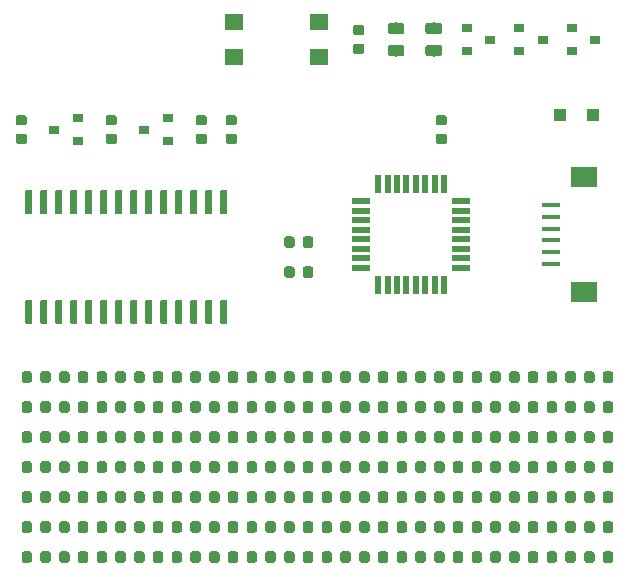
<source format=gbr>
G04 #@! TF.GenerationSoftware,KiCad,Pcbnew,(5.1.4)-1*
G04 #@! TF.CreationDate,2019-12-04T00:10:16+01:00*
G04 #@! TF.ProjectId,plan_b,706c616e-5f62-42e6-9b69-6361645f7063,rev?*
G04 #@! TF.SameCoordinates,PX7274898PY791ddc0*
G04 #@! TF.FileFunction,Paste,Top*
G04 #@! TF.FilePolarity,Positive*
%FSLAX46Y46*%
G04 Gerber Fmt 4.6, Leading zero omitted, Abs format (unit mm)*
G04 Created by KiCad (PCBNEW (5.1.4)-1) date 2019-12-04 00:10:16*
%MOMM*%
%LPD*%
G04 APERTURE LIST*
%ADD10C,0.100000*%
%ADD11C,0.875000*%
%ADD12R,0.550000X1.600000*%
%ADD13R,1.600000X0.550000*%
%ADD14R,0.900000X0.800000*%
%ADD15R,1.600000X1.400000*%
%ADD16C,0.600000*%
%ADD17C,0.975000*%
%ADD18R,1.100000X1.100000*%
%ADD19R,1.650000X0.300000*%
%ADD20R,2.200000X1.800000*%
G04 APERTURE END LIST*
D10*
G36*
X11072691Y48543947D02*
G01*
X11093926Y48540797D01*
X11114750Y48535581D01*
X11134962Y48528349D01*
X11154368Y48519170D01*
X11172781Y48508134D01*
X11190024Y48495346D01*
X11205930Y48480930D01*
X11220346Y48465024D01*
X11233134Y48447781D01*
X11244170Y48429368D01*
X11253349Y48409962D01*
X11260581Y48389750D01*
X11265797Y48368926D01*
X11268947Y48347691D01*
X11270000Y48326250D01*
X11270000Y47888750D01*
X11268947Y47867309D01*
X11265797Y47846074D01*
X11260581Y47825250D01*
X11253349Y47805038D01*
X11244170Y47785632D01*
X11233134Y47767219D01*
X11220346Y47749976D01*
X11205930Y47734070D01*
X11190024Y47719654D01*
X11172781Y47706866D01*
X11154368Y47695830D01*
X11134962Y47686651D01*
X11114750Y47679419D01*
X11093926Y47674203D01*
X11072691Y47671053D01*
X11051250Y47670000D01*
X10538750Y47670000D01*
X10517309Y47671053D01*
X10496074Y47674203D01*
X10475250Y47679419D01*
X10455038Y47686651D01*
X10435632Y47695830D01*
X10417219Y47706866D01*
X10399976Y47719654D01*
X10384070Y47734070D01*
X10369654Y47749976D01*
X10356866Y47767219D01*
X10345830Y47785632D01*
X10336651Y47805038D01*
X10329419Y47825250D01*
X10324203Y47846074D01*
X10321053Y47867309D01*
X10320000Y47888750D01*
X10320000Y48326250D01*
X10321053Y48347691D01*
X10324203Y48368926D01*
X10329419Y48389750D01*
X10336651Y48409962D01*
X10345830Y48429368D01*
X10356866Y48447781D01*
X10369654Y48465024D01*
X10384070Y48480930D01*
X10399976Y48495346D01*
X10417219Y48508134D01*
X10435632Y48519170D01*
X10455038Y48528349D01*
X10475250Y48535581D01*
X10496074Y48540797D01*
X10517309Y48543947D01*
X10538750Y48545000D01*
X11051250Y48545000D01*
X11072691Y48543947D01*
X11072691Y48543947D01*
G37*
D11*
X10795000Y48107500D03*
D10*
G36*
X11072691Y50118947D02*
G01*
X11093926Y50115797D01*
X11114750Y50110581D01*
X11134962Y50103349D01*
X11154368Y50094170D01*
X11172781Y50083134D01*
X11190024Y50070346D01*
X11205930Y50055930D01*
X11220346Y50040024D01*
X11233134Y50022781D01*
X11244170Y50004368D01*
X11253349Y49984962D01*
X11260581Y49964750D01*
X11265797Y49943926D01*
X11268947Y49922691D01*
X11270000Y49901250D01*
X11270000Y49463750D01*
X11268947Y49442309D01*
X11265797Y49421074D01*
X11260581Y49400250D01*
X11253349Y49380038D01*
X11244170Y49360632D01*
X11233134Y49342219D01*
X11220346Y49324976D01*
X11205930Y49309070D01*
X11190024Y49294654D01*
X11172781Y49281866D01*
X11154368Y49270830D01*
X11134962Y49261651D01*
X11114750Y49254419D01*
X11093926Y49249203D01*
X11072691Y49246053D01*
X11051250Y49245000D01*
X10538750Y49245000D01*
X10517309Y49246053D01*
X10496074Y49249203D01*
X10475250Y49254419D01*
X10455038Y49261651D01*
X10435632Y49270830D01*
X10417219Y49281866D01*
X10399976Y49294654D01*
X10384070Y49309070D01*
X10369654Y49324976D01*
X10356866Y49342219D01*
X10345830Y49360632D01*
X10336651Y49380038D01*
X10329419Y49400250D01*
X10324203Y49421074D01*
X10321053Y49442309D01*
X10320000Y49463750D01*
X10320000Y49901250D01*
X10321053Y49922691D01*
X10324203Y49943926D01*
X10329419Y49964750D01*
X10336651Y49984962D01*
X10345830Y50004368D01*
X10356866Y50022781D01*
X10369654Y50040024D01*
X10384070Y50055930D01*
X10399976Y50070346D01*
X10417219Y50083134D01*
X10435632Y50094170D01*
X10455038Y50103349D01*
X10475250Y50110581D01*
X10496074Y50115797D01*
X10517309Y50118947D01*
X10538750Y50120000D01*
X11051250Y50120000D01*
X11072691Y50118947D01*
X11072691Y50118947D01*
G37*
D11*
X10795000Y49682500D03*
D12*
X41015000Y35755000D03*
X41815000Y35755000D03*
X42615000Y35755000D03*
X43415000Y35755000D03*
X44215000Y35755000D03*
X45015000Y35755000D03*
X45815000Y35755000D03*
X46615000Y35755000D03*
D13*
X48065000Y37205000D03*
X48065000Y38005000D03*
X48065000Y38805000D03*
X48065000Y39605000D03*
X48065000Y40405000D03*
X48065000Y41205000D03*
X48065000Y42005000D03*
X48065000Y42805000D03*
D12*
X46615000Y44255000D03*
X45815000Y44255000D03*
X45015000Y44255000D03*
X44215000Y44255000D03*
X43415000Y44255000D03*
X42615000Y44255000D03*
X41815000Y44255000D03*
X41015000Y44255000D03*
D13*
X39565000Y42805000D03*
X39565000Y42005000D03*
X39565000Y41205000D03*
X39565000Y40405000D03*
X39565000Y39605000D03*
X39565000Y38805000D03*
X39565000Y38005000D03*
X39565000Y37205000D03*
D10*
G36*
X46632691Y48543947D02*
G01*
X46653926Y48540797D01*
X46674750Y48535581D01*
X46694962Y48528349D01*
X46714368Y48519170D01*
X46732781Y48508134D01*
X46750024Y48495346D01*
X46765930Y48480930D01*
X46780346Y48465024D01*
X46793134Y48447781D01*
X46804170Y48429368D01*
X46813349Y48409962D01*
X46820581Y48389750D01*
X46825797Y48368926D01*
X46828947Y48347691D01*
X46830000Y48326250D01*
X46830000Y47888750D01*
X46828947Y47867309D01*
X46825797Y47846074D01*
X46820581Y47825250D01*
X46813349Y47805038D01*
X46804170Y47785632D01*
X46793134Y47767219D01*
X46780346Y47749976D01*
X46765930Y47734070D01*
X46750024Y47719654D01*
X46732781Y47706866D01*
X46714368Y47695830D01*
X46694962Y47686651D01*
X46674750Y47679419D01*
X46653926Y47674203D01*
X46632691Y47671053D01*
X46611250Y47670000D01*
X46098750Y47670000D01*
X46077309Y47671053D01*
X46056074Y47674203D01*
X46035250Y47679419D01*
X46015038Y47686651D01*
X45995632Y47695830D01*
X45977219Y47706866D01*
X45959976Y47719654D01*
X45944070Y47734070D01*
X45929654Y47749976D01*
X45916866Y47767219D01*
X45905830Y47785632D01*
X45896651Y47805038D01*
X45889419Y47825250D01*
X45884203Y47846074D01*
X45881053Y47867309D01*
X45880000Y47888750D01*
X45880000Y48326250D01*
X45881053Y48347691D01*
X45884203Y48368926D01*
X45889419Y48389750D01*
X45896651Y48409962D01*
X45905830Y48429368D01*
X45916866Y48447781D01*
X45929654Y48465024D01*
X45944070Y48480930D01*
X45959976Y48495346D01*
X45977219Y48508134D01*
X45995632Y48519170D01*
X46015038Y48528349D01*
X46035250Y48535581D01*
X46056074Y48540797D01*
X46077309Y48543947D01*
X46098750Y48545000D01*
X46611250Y48545000D01*
X46632691Y48543947D01*
X46632691Y48543947D01*
G37*
D11*
X46355000Y48107500D03*
D10*
G36*
X46632691Y50118947D02*
G01*
X46653926Y50115797D01*
X46674750Y50110581D01*
X46694962Y50103349D01*
X46714368Y50094170D01*
X46732781Y50083134D01*
X46750024Y50070346D01*
X46765930Y50055930D01*
X46780346Y50040024D01*
X46793134Y50022781D01*
X46804170Y50004368D01*
X46813349Y49984962D01*
X46820581Y49964750D01*
X46825797Y49943926D01*
X46828947Y49922691D01*
X46830000Y49901250D01*
X46830000Y49463750D01*
X46828947Y49442309D01*
X46825797Y49421074D01*
X46820581Y49400250D01*
X46813349Y49380038D01*
X46804170Y49360632D01*
X46793134Y49342219D01*
X46780346Y49324976D01*
X46765930Y49309070D01*
X46750024Y49294654D01*
X46732781Y49281866D01*
X46714368Y49270830D01*
X46694962Y49261651D01*
X46674750Y49254419D01*
X46653926Y49249203D01*
X46632691Y49246053D01*
X46611250Y49245000D01*
X46098750Y49245000D01*
X46077309Y49246053D01*
X46056074Y49249203D01*
X46035250Y49254419D01*
X46015038Y49261651D01*
X45995632Y49270830D01*
X45977219Y49281866D01*
X45959976Y49294654D01*
X45944070Y49309070D01*
X45929654Y49324976D01*
X45916866Y49342219D01*
X45905830Y49360632D01*
X45896651Y49380038D01*
X45889419Y49400250D01*
X45884203Y49421074D01*
X45881053Y49442309D01*
X45880000Y49463750D01*
X45880000Y49901250D01*
X45881053Y49922691D01*
X45884203Y49943926D01*
X45889419Y49964750D01*
X45896651Y49984962D01*
X45905830Y50004368D01*
X45916866Y50022781D01*
X45929654Y50040024D01*
X45944070Y50055930D01*
X45959976Y50070346D01*
X45977219Y50083134D01*
X45995632Y50094170D01*
X46015038Y50103349D01*
X46035250Y50110581D01*
X46056074Y50115797D01*
X46077309Y50118947D01*
X46098750Y50120000D01*
X46611250Y50120000D01*
X46632691Y50118947D01*
X46632691Y50118947D01*
G37*
D11*
X46355000Y49682500D03*
D10*
G36*
X11517691Y28413947D02*
G01*
X11538926Y28410797D01*
X11559750Y28405581D01*
X11579962Y28398349D01*
X11599368Y28389170D01*
X11617781Y28378134D01*
X11635024Y28365346D01*
X11650930Y28350930D01*
X11665346Y28335024D01*
X11678134Y28317781D01*
X11689170Y28299368D01*
X11698349Y28279962D01*
X11705581Y28259750D01*
X11710797Y28238926D01*
X11713947Y28217691D01*
X11715000Y28196250D01*
X11715000Y27683750D01*
X11713947Y27662309D01*
X11710797Y27641074D01*
X11705581Y27620250D01*
X11698349Y27600038D01*
X11689170Y27580632D01*
X11678134Y27562219D01*
X11665346Y27544976D01*
X11650930Y27529070D01*
X11635024Y27514654D01*
X11617781Y27501866D01*
X11599368Y27490830D01*
X11579962Y27481651D01*
X11559750Y27474419D01*
X11538926Y27469203D01*
X11517691Y27466053D01*
X11496250Y27465000D01*
X11058750Y27465000D01*
X11037309Y27466053D01*
X11016074Y27469203D01*
X10995250Y27474419D01*
X10975038Y27481651D01*
X10955632Y27490830D01*
X10937219Y27501866D01*
X10919976Y27514654D01*
X10904070Y27529070D01*
X10889654Y27544976D01*
X10876866Y27562219D01*
X10865830Y27580632D01*
X10856651Y27600038D01*
X10849419Y27620250D01*
X10844203Y27641074D01*
X10841053Y27662309D01*
X10840000Y27683750D01*
X10840000Y28196250D01*
X10841053Y28217691D01*
X10844203Y28238926D01*
X10849419Y28259750D01*
X10856651Y28279962D01*
X10865830Y28299368D01*
X10876866Y28317781D01*
X10889654Y28335024D01*
X10904070Y28350930D01*
X10919976Y28365346D01*
X10937219Y28378134D01*
X10955632Y28389170D01*
X10975038Y28398349D01*
X10995250Y28405581D01*
X11016074Y28410797D01*
X11037309Y28413947D01*
X11058750Y28415000D01*
X11496250Y28415000D01*
X11517691Y28413947D01*
X11517691Y28413947D01*
G37*
D11*
X11277500Y27940000D03*
D10*
G36*
X13092691Y28413947D02*
G01*
X13113926Y28410797D01*
X13134750Y28405581D01*
X13154962Y28398349D01*
X13174368Y28389170D01*
X13192781Y28378134D01*
X13210024Y28365346D01*
X13225930Y28350930D01*
X13240346Y28335024D01*
X13253134Y28317781D01*
X13264170Y28299368D01*
X13273349Y28279962D01*
X13280581Y28259750D01*
X13285797Y28238926D01*
X13288947Y28217691D01*
X13290000Y28196250D01*
X13290000Y27683750D01*
X13288947Y27662309D01*
X13285797Y27641074D01*
X13280581Y27620250D01*
X13273349Y27600038D01*
X13264170Y27580632D01*
X13253134Y27562219D01*
X13240346Y27544976D01*
X13225930Y27529070D01*
X13210024Y27514654D01*
X13192781Y27501866D01*
X13174368Y27490830D01*
X13154962Y27481651D01*
X13134750Y27474419D01*
X13113926Y27469203D01*
X13092691Y27466053D01*
X13071250Y27465000D01*
X12633750Y27465000D01*
X12612309Y27466053D01*
X12591074Y27469203D01*
X12570250Y27474419D01*
X12550038Y27481651D01*
X12530632Y27490830D01*
X12512219Y27501866D01*
X12494976Y27514654D01*
X12479070Y27529070D01*
X12464654Y27544976D01*
X12451866Y27562219D01*
X12440830Y27580632D01*
X12431651Y27600038D01*
X12424419Y27620250D01*
X12419203Y27641074D01*
X12416053Y27662309D01*
X12415000Y27683750D01*
X12415000Y28196250D01*
X12416053Y28217691D01*
X12419203Y28238926D01*
X12424419Y28259750D01*
X12431651Y28279962D01*
X12440830Y28299368D01*
X12451866Y28317781D01*
X12464654Y28335024D01*
X12479070Y28350930D01*
X12494976Y28365346D01*
X12512219Y28378134D01*
X12530632Y28389170D01*
X12550038Y28398349D01*
X12570250Y28405581D01*
X12591074Y28410797D01*
X12612309Y28413947D01*
X12633750Y28415000D01*
X13071250Y28415000D01*
X13092691Y28413947D01*
X13092691Y28413947D01*
G37*
D11*
X12852500Y27940000D03*
D10*
G36*
X11517691Y25873947D02*
G01*
X11538926Y25870797D01*
X11559750Y25865581D01*
X11579962Y25858349D01*
X11599368Y25849170D01*
X11617781Y25838134D01*
X11635024Y25825346D01*
X11650930Y25810930D01*
X11665346Y25795024D01*
X11678134Y25777781D01*
X11689170Y25759368D01*
X11698349Y25739962D01*
X11705581Y25719750D01*
X11710797Y25698926D01*
X11713947Y25677691D01*
X11715000Y25656250D01*
X11715000Y25143750D01*
X11713947Y25122309D01*
X11710797Y25101074D01*
X11705581Y25080250D01*
X11698349Y25060038D01*
X11689170Y25040632D01*
X11678134Y25022219D01*
X11665346Y25004976D01*
X11650930Y24989070D01*
X11635024Y24974654D01*
X11617781Y24961866D01*
X11599368Y24950830D01*
X11579962Y24941651D01*
X11559750Y24934419D01*
X11538926Y24929203D01*
X11517691Y24926053D01*
X11496250Y24925000D01*
X11058750Y24925000D01*
X11037309Y24926053D01*
X11016074Y24929203D01*
X10995250Y24934419D01*
X10975038Y24941651D01*
X10955632Y24950830D01*
X10937219Y24961866D01*
X10919976Y24974654D01*
X10904070Y24989070D01*
X10889654Y25004976D01*
X10876866Y25022219D01*
X10865830Y25040632D01*
X10856651Y25060038D01*
X10849419Y25080250D01*
X10844203Y25101074D01*
X10841053Y25122309D01*
X10840000Y25143750D01*
X10840000Y25656250D01*
X10841053Y25677691D01*
X10844203Y25698926D01*
X10849419Y25719750D01*
X10856651Y25739962D01*
X10865830Y25759368D01*
X10876866Y25777781D01*
X10889654Y25795024D01*
X10904070Y25810930D01*
X10919976Y25825346D01*
X10937219Y25838134D01*
X10955632Y25849170D01*
X10975038Y25858349D01*
X10995250Y25865581D01*
X11016074Y25870797D01*
X11037309Y25873947D01*
X11058750Y25875000D01*
X11496250Y25875000D01*
X11517691Y25873947D01*
X11517691Y25873947D01*
G37*
D11*
X11277500Y25400000D03*
D10*
G36*
X13092691Y25873947D02*
G01*
X13113926Y25870797D01*
X13134750Y25865581D01*
X13154962Y25858349D01*
X13174368Y25849170D01*
X13192781Y25838134D01*
X13210024Y25825346D01*
X13225930Y25810930D01*
X13240346Y25795024D01*
X13253134Y25777781D01*
X13264170Y25759368D01*
X13273349Y25739962D01*
X13280581Y25719750D01*
X13285797Y25698926D01*
X13288947Y25677691D01*
X13290000Y25656250D01*
X13290000Y25143750D01*
X13288947Y25122309D01*
X13285797Y25101074D01*
X13280581Y25080250D01*
X13273349Y25060038D01*
X13264170Y25040632D01*
X13253134Y25022219D01*
X13240346Y25004976D01*
X13225930Y24989070D01*
X13210024Y24974654D01*
X13192781Y24961866D01*
X13174368Y24950830D01*
X13154962Y24941651D01*
X13134750Y24934419D01*
X13113926Y24929203D01*
X13092691Y24926053D01*
X13071250Y24925000D01*
X12633750Y24925000D01*
X12612309Y24926053D01*
X12591074Y24929203D01*
X12570250Y24934419D01*
X12550038Y24941651D01*
X12530632Y24950830D01*
X12512219Y24961866D01*
X12494976Y24974654D01*
X12479070Y24989070D01*
X12464654Y25004976D01*
X12451866Y25022219D01*
X12440830Y25040632D01*
X12431651Y25060038D01*
X12424419Y25080250D01*
X12419203Y25101074D01*
X12416053Y25122309D01*
X12415000Y25143750D01*
X12415000Y25656250D01*
X12416053Y25677691D01*
X12419203Y25698926D01*
X12424419Y25719750D01*
X12431651Y25739962D01*
X12440830Y25759368D01*
X12451866Y25777781D01*
X12464654Y25795024D01*
X12479070Y25810930D01*
X12494976Y25825346D01*
X12512219Y25838134D01*
X12530632Y25849170D01*
X12550038Y25858349D01*
X12570250Y25865581D01*
X12591074Y25870797D01*
X12612309Y25873947D01*
X12633750Y25875000D01*
X13071250Y25875000D01*
X13092691Y25873947D01*
X13092691Y25873947D01*
G37*
D11*
X12852500Y25400000D03*
D10*
G36*
X13092691Y23333947D02*
G01*
X13113926Y23330797D01*
X13134750Y23325581D01*
X13154962Y23318349D01*
X13174368Y23309170D01*
X13192781Y23298134D01*
X13210024Y23285346D01*
X13225930Y23270930D01*
X13240346Y23255024D01*
X13253134Y23237781D01*
X13264170Y23219368D01*
X13273349Y23199962D01*
X13280581Y23179750D01*
X13285797Y23158926D01*
X13288947Y23137691D01*
X13290000Y23116250D01*
X13290000Y22603750D01*
X13288947Y22582309D01*
X13285797Y22561074D01*
X13280581Y22540250D01*
X13273349Y22520038D01*
X13264170Y22500632D01*
X13253134Y22482219D01*
X13240346Y22464976D01*
X13225930Y22449070D01*
X13210024Y22434654D01*
X13192781Y22421866D01*
X13174368Y22410830D01*
X13154962Y22401651D01*
X13134750Y22394419D01*
X13113926Y22389203D01*
X13092691Y22386053D01*
X13071250Y22385000D01*
X12633750Y22385000D01*
X12612309Y22386053D01*
X12591074Y22389203D01*
X12570250Y22394419D01*
X12550038Y22401651D01*
X12530632Y22410830D01*
X12512219Y22421866D01*
X12494976Y22434654D01*
X12479070Y22449070D01*
X12464654Y22464976D01*
X12451866Y22482219D01*
X12440830Y22500632D01*
X12431651Y22520038D01*
X12424419Y22540250D01*
X12419203Y22561074D01*
X12416053Y22582309D01*
X12415000Y22603750D01*
X12415000Y23116250D01*
X12416053Y23137691D01*
X12419203Y23158926D01*
X12424419Y23179750D01*
X12431651Y23199962D01*
X12440830Y23219368D01*
X12451866Y23237781D01*
X12464654Y23255024D01*
X12479070Y23270930D01*
X12494976Y23285346D01*
X12512219Y23298134D01*
X12530632Y23309170D01*
X12550038Y23318349D01*
X12570250Y23325581D01*
X12591074Y23330797D01*
X12612309Y23333947D01*
X12633750Y23335000D01*
X13071250Y23335000D01*
X13092691Y23333947D01*
X13092691Y23333947D01*
G37*
D11*
X12852500Y22860000D03*
D10*
G36*
X11517691Y23333947D02*
G01*
X11538926Y23330797D01*
X11559750Y23325581D01*
X11579962Y23318349D01*
X11599368Y23309170D01*
X11617781Y23298134D01*
X11635024Y23285346D01*
X11650930Y23270930D01*
X11665346Y23255024D01*
X11678134Y23237781D01*
X11689170Y23219368D01*
X11698349Y23199962D01*
X11705581Y23179750D01*
X11710797Y23158926D01*
X11713947Y23137691D01*
X11715000Y23116250D01*
X11715000Y22603750D01*
X11713947Y22582309D01*
X11710797Y22561074D01*
X11705581Y22540250D01*
X11698349Y22520038D01*
X11689170Y22500632D01*
X11678134Y22482219D01*
X11665346Y22464976D01*
X11650930Y22449070D01*
X11635024Y22434654D01*
X11617781Y22421866D01*
X11599368Y22410830D01*
X11579962Y22401651D01*
X11559750Y22394419D01*
X11538926Y22389203D01*
X11517691Y22386053D01*
X11496250Y22385000D01*
X11058750Y22385000D01*
X11037309Y22386053D01*
X11016074Y22389203D01*
X10995250Y22394419D01*
X10975038Y22401651D01*
X10955632Y22410830D01*
X10937219Y22421866D01*
X10919976Y22434654D01*
X10904070Y22449070D01*
X10889654Y22464976D01*
X10876866Y22482219D01*
X10865830Y22500632D01*
X10856651Y22520038D01*
X10849419Y22540250D01*
X10844203Y22561074D01*
X10841053Y22582309D01*
X10840000Y22603750D01*
X10840000Y23116250D01*
X10841053Y23137691D01*
X10844203Y23158926D01*
X10849419Y23179750D01*
X10856651Y23199962D01*
X10865830Y23219368D01*
X10876866Y23237781D01*
X10889654Y23255024D01*
X10904070Y23270930D01*
X10919976Y23285346D01*
X10937219Y23298134D01*
X10955632Y23309170D01*
X10975038Y23318349D01*
X10995250Y23325581D01*
X11016074Y23330797D01*
X11037309Y23333947D01*
X11058750Y23335000D01*
X11496250Y23335000D01*
X11517691Y23333947D01*
X11517691Y23333947D01*
G37*
D11*
X11277500Y22860000D03*
D10*
G36*
X11517691Y20793947D02*
G01*
X11538926Y20790797D01*
X11559750Y20785581D01*
X11579962Y20778349D01*
X11599368Y20769170D01*
X11617781Y20758134D01*
X11635024Y20745346D01*
X11650930Y20730930D01*
X11665346Y20715024D01*
X11678134Y20697781D01*
X11689170Y20679368D01*
X11698349Y20659962D01*
X11705581Y20639750D01*
X11710797Y20618926D01*
X11713947Y20597691D01*
X11715000Y20576250D01*
X11715000Y20063750D01*
X11713947Y20042309D01*
X11710797Y20021074D01*
X11705581Y20000250D01*
X11698349Y19980038D01*
X11689170Y19960632D01*
X11678134Y19942219D01*
X11665346Y19924976D01*
X11650930Y19909070D01*
X11635024Y19894654D01*
X11617781Y19881866D01*
X11599368Y19870830D01*
X11579962Y19861651D01*
X11559750Y19854419D01*
X11538926Y19849203D01*
X11517691Y19846053D01*
X11496250Y19845000D01*
X11058750Y19845000D01*
X11037309Y19846053D01*
X11016074Y19849203D01*
X10995250Y19854419D01*
X10975038Y19861651D01*
X10955632Y19870830D01*
X10937219Y19881866D01*
X10919976Y19894654D01*
X10904070Y19909070D01*
X10889654Y19924976D01*
X10876866Y19942219D01*
X10865830Y19960632D01*
X10856651Y19980038D01*
X10849419Y20000250D01*
X10844203Y20021074D01*
X10841053Y20042309D01*
X10840000Y20063750D01*
X10840000Y20576250D01*
X10841053Y20597691D01*
X10844203Y20618926D01*
X10849419Y20639750D01*
X10856651Y20659962D01*
X10865830Y20679368D01*
X10876866Y20697781D01*
X10889654Y20715024D01*
X10904070Y20730930D01*
X10919976Y20745346D01*
X10937219Y20758134D01*
X10955632Y20769170D01*
X10975038Y20778349D01*
X10995250Y20785581D01*
X11016074Y20790797D01*
X11037309Y20793947D01*
X11058750Y20795000D01*
X11496250Y20795000D01*
X11517691Y20793947D01*
X11517691Y20793947D01*
G37*
D11*
X11277500Y20320000D03*
D10*
G36*
X13092691Y20793947D02*
G01*
X13113926Y20790797D01*
X13134750Y20785581D01*
X13154962Y20778349D01*
X13174368Y20769170D01*
X13192781Y20758134D01*
X13210024Y20745346D01*
X13225930Y20730930D01*
X13240346Y20715024D01*
X13253134Y20697781D01*
X13264170Y20679368D01*
X13273349Y20659962D01*
X13280581Y20639750D01*
X13285797Y20618926D01*
X13288947Y20597691D01*
X13290000Y20576250D01*
X13290000Y20063750D01*
X13288947Y20042309D01*
X13285797Y20021074D01*
X13280581Y20000250D01*
X13273349Y19980038D01*
X13264170Y19960632D01*
X13253134Y19942219D01*
X13240346Y19924976D01*
X13225930Y19909070D01*
X13210024Y19894654D01*
X13192781Y19881866D01*
X13174368Y19870830D01*
X13154962Y19861651D01*
X13134750Y19854419D01*
X13113926Y19849203D01*
X13092691Y19846053D01*
X13071250Y19845000D01*
X12633750Y19845000D01*
X12612309Y19846053D01*
X12591074Y19849203D01*
X12570250Y19854419D01*
X12550038Y19861651D01*
X12530632Y19870830D01*
X12512219Y19881866D01*
X12494976Y19894654D01*
X12479070Y19909070D01*
X12464654Y19924976D01*
X12451866Y19942219D01*
X12440830Y19960632D01*
X12431651Y19980038D01*
X12424419Y20000250D01*
X12419203Y20021074D01*
X12416053Y20042309D01*
X12415000Y20063750D01*
X12415000Y20576250D01*
X12416053Y20597691D01*
X12419203Y20618926D01*
X12424419Y20639750D01*
X12431651Y20659962D01*
X12440830Y20679368D01*
X12451866Y20697781D01*
X12464654Y20715024D01*
X12479070Y20730930D01*
X12494976Y20745346D01*
X12512219Y20758134D01*
X12530632Y20769170D01*
X12550038Y20778349D01*
X12570250Y20785581D01*
X12591074Y20790797D01*
X12612309Y20793947D01*
X12633750Y20795000D01*
X13071250Y20795000D01*
X13092691Y20793947D01*
X13092691Y20793947D01*
G37*
D11*
X12852500Y20320000D03*
D10*
G36*
X13092691Y18253947D02*
G01*
X13113926Y18250797D01*
X13134750Y18245581D01*
X13154962Y18238349D01*
X13174368Y18229170D01*
X13192781Y18218134D01*
X13210024Y18205346D01*
X13225930Y18190930D01*
X13240346Y18175024D01*
X13253134Y18157781D01*
X13264170Y18139368D01*
X13273349Y18119962D01*
X13280581Y18099750D01*
X13285797Y18078926D01*
X13288947Y18057691D01*
X13290000Y18036250D01*
X13290000Y17523750D01*
X13288947Y17502309D01*
X13285797Y17481074D01*
X13280581Y17460250D01*
X13273349Y17440038D01*
X13264170Y17420632D01*
X13253134Y17402219D01*
X13240346Y17384976D01*
X13225930Y17369070D01*
X13210024Y17354654D01*
X13192781Y17341866D01*
X13174368Y17330830D01*
X13154962Y17321651D01*
X13134750Y17314419D01*
X13113926Y17309203D01*
X13092691Y17306053D01*
X13071250Y17305000D01*
X12633750Y17305000D01*
X12612309Y17306053D01*
X12591074Y17309203D01*
X12570250Y17314419D01*
X12550038Y17321651D01*
X12530632Y17330830D01*
X12512219Y17341866D01*
X12494976Y17354654D01*
X12479070Y17369070D01*
X12464654Y17384976D01*
X12451866Y17402219D01*
X12440830Y17420632D01*
X12431651Y17440038D01*
X12424419Y17460250D01*
X12419203Y17481074D01*
X12416053Y17502309D01*
X12415000Y17523750D01*
X12415000Y18036250D01*
X12416053Y18057691D01*
X12419203Y18078926D01*
X12424419Y18099750D01*
X12431651Y18119962D01*
X12440830Y18139368D01*
X12451866Y18157781D01*
X12464654Y18175024D01*
X12479070Y18190930D01*
X12494976Y18205346D01*
X12512219Y18218134D01*
X12530632Y18229170D01*
X12550038Y18238349D01*
X12570250Y18245581D01*
X12591074Y18250797D01*
X12612309Y18253947D01*
X12633750Y18255000D01*
X13071250Y18255000D01*
X13092691Y18253947D01*
X13092691Y18253947D01*
G37*
D11*
X12852500Y17780000D03*
D10*
G36*
X11517691Y18253947D02*
G01*
X11538926Y18250797D01*
X11559750Y18245581D01*
X11579962Y18238349D01*
X11599368Y18229170D01*
X11617781Y18218134D01*
X11635024Y18205346D01*
X11650930Y18190930D01*
X11665346Y18175024D01*
X11678134Y18157781D01*
X11689170Y18139368D01*
X11698349Y18119962D01*
X11705581Y18099750D01*
X11710797Y18078926D01*
X11713947Y18057691D01*
X11715000Y18036250D01*
X11715000Y17523750D01*
X11713947Y17502309D01*
X11710797Y17481074D01*
X11705581Y17460250D01*
X11698349Y17440038D01*
X11689170Y17420632D01*
X11678134Y17402219D01*
X11665346Y17384976D01*
X11650930Y17369070D01*
X11635024Y17354654D01*
X11617781Y17341866D01*
X11599368Y17330830D01*
X11579962Y17321651D01*
X11559750Y17314419D01*
X11538926Y17309203D01*
X11517691Y17306053D01*
X11496250Y17305000D01*
X11058750Y17305000D01*
X11037309Y17306053D01*
X11016074Y17309203D01*
X10995250Y17314419D01*
X10975038Y17321651D01*
X10955632Y17330830D01*
X10937219Y17341866D01*
X10919976Y17354654D01*
X10904070Y17369070D01*
X10889654Y17384976D01*
X10876866Y17402219D01*
X10865830Y17420632D01*
X10856651Y17440038D01*
X10849419Y17460250D01*
X10844203Y17481074D01*
X10841053Y17502309D01*
X10840000Y17523750D01*
X10840000Y18036250D01*
X10841053Y18057691D01*
X10844203Y18078926D01*
X10849419Y18099750D01*
X10856651Y18119962D01*
X10865830Y18139368D01*
X10876866Y18157781D01*
X10889654Y18175024D01*
X10904070Y18190930D01*
X10919976Y18205346D01*
X10937219Y18218134D01*
X10955632Y18229170D01*
X10975038Y18238349D01*
X10995250Y18245581D01*
X11016074Y18250797D01*
X11037309Y18253947D01*
X11058750Y18255000D01*
X11496250Y18255000D01*
X11517691Y18253947D01*
X11517691Y18253947D01*
G37*
D11*
X11277500Y17780000D03*
D10*
G36*
X11517691Y15713947D02*
G01*
X11538926Y15710797D01*
X11559750Y15705581D01*
X11579962Y15698349D01*
X11599368Y15689170D01*
X11617781Y15678134D01*
X11635024Y15665346D01*
X11650930Y15650930D01*
X11665346Y15635024D01*
X11678134Y15617781D01*
X11689170Y15599368D01*
X11698349Y15579962D01*
X11705581Y15559750D01*
X11710797Y15538926D01*
X11713947Y15517691D01*
X11715000Y15496250D01*
X11715000Y14983750D01*
X11713947Y14962309D01*
X11710797Y14941074D01*
X11705581Y14920250D01*
X11698349Y14900038D01*
X11689170Y14880632D01*
X11678134Y14862219D01*
X11665346Y14844976D01*
X11650930Y14829070D01*
X11635024Y14814654D01*
X11617781Y14801866D01*
X11599368Y14790830D01*
X11579962Y14781651D01*
X11559750Y14774419D01*
X11538926Y14769203D01*
X11517691Y14766053D01*
X11496250Y14765000D01*
X11058750Y14765000D01*
X11037309Y14766053D01*
X11016074Y14769203D01*
X10995250Y14774419D01*
X10975038Y14781651D01*
X10955632Y14790830D01*
X10937219Y14801866D01*
X10919976Y14814654D01*
X10904070Y14829070D01*
X10889654Y14844976D01*
X10876866Y14862219D01*
X10865830Y14880632D01*
X10856651Y14900038D01*
X10849419Y14920250D01*
X10844203Y14941074D01*
X10841053Y14962309D01*
X10840000Y14983750D01*
X10840000Y15496250D01*
X10841053Y15517691D01*
X10844203Y15538926D01*
X10849419Y15559750D01*
X10856651Y15579962D01*
X10865830Y15599368D01*
X10876866Y15617781D01*
X10889654Y15635024D01*
X10904070Y15650930D01*
X10919976Y15665346D01*
X10937219Y15678134D01*
X10955632Y15689170D01*
X10975038Y15698349D01*
X10995250Y15705581D01*
X11016074Y15710797D01*
X11037309Y15713947D01*
X11058750Y15715000D01*
X11496250Y15715000D01*
X11517691Y15713947D01*
X11517691Y15713947D01*
G37*
D11*
X11277500Y15240000D03*
D10*
G36*
X13092691Y15713947D02*
G01*
X13113926Y15710797D01*
X13134750Y15705581D01*
X13154962Y15698349D01*
X13174368Y15689170D01*
X13192781Y15678134D01*
X13210024Y15665346D01*
X13225930Y15650930D01*
X13240346Y15635024D01*
X13253134Y15617781D01*
X13264170Y15599368D01*
X13273349Y15579962D01*
X13280581Y15559750D01*
X13285797Y15538926D01*
X13288947Y15517691D01*
X13290000Y15496250D01*
X13290000Y14983750D01*
X13288947Y14962309D01*
X13285797Y14941074D01*
X13280581Y14920250D01*
X13273349Y14900038D01*
X13264170Y14880632D01*
X13253134Y14862219D01*
X13240346Y14844976D01*
X13225930Y14829070D01*
X13210024Y14814654D01*
X13192781Y14801866D01*
X13174368Y14790830D01*
X13154962Y14781651D01*
X13134750Y14774419D01*
X13113926Y14769203D01*
X13092691Y14766053D01*
X13071250Y14765000D01*
X12633750Y14765000D01*
X12612309Y14766053D01*
X12591074Y14769203D01*
X12570250Y14774419D01*
X12550038Y14781651D01*
X12530632Y14790830D01*
X12512219Y14801866D01*
X12494976Y14814654D01*
X12479070Y14829070D01*
X12464654Y14844976D01*
X12451866Y14862219D01*
X12440830Y14880632D01*
X12431651Y14900038D01*
X12424419Y14920250D01*
X12419203Y14941074D01*
X12416053Y14962309D01*
X12415000Y14983750D01*
X12415000Y15496250D01*
X12416053Y15517691D01*
X12419203Y15538926D01*
X12424419Y15559750D01*
X12431651Y15579962D01*
X12440830Y15599368D01*
X12451866Y15617781D01*
X12464654Y15635024D01*
X12479070Y15650930D01*
X12494976Y15665346D01*
X12512219Y15678134D01*
X12530632Y15689170D01*
X12550038Y15698349D01*
X12570250Y15705581D01*
X12591074Y15710797D01*
X12612309Y15713947D01*
X12633750Y15715000D01*
X13071250Y15715000D01*
X13092691Y15713947D01*
X13092691Y15713947D01*
G37*
D11*
X12852500Y15240000D03*
D10*
G36*
X13092691Y13173947D02*
G01*
X13113926Y13170797D01*
X13134750Y13165581D01*
X13154962Y13158349D01*
X13174368Y13149170D01*
X13192781Y13138134D01*
X13210024Y13125346D01*
X13225930Y13110930D01*
X13240346Y13095024D01*
X13253134Y13077781D01*
X13264170Y13059368D01*
X13273349Y13039962D01*
X13280581Y13019750D01*
X13285797Y12998926D01*
X13288947Y12977691D01*
X13290000Y12956250D01*
X13290000Y12443750D01*
X13288947Y12422309D01*
X13285797Y12401074D01*
X13280581Y12380250D01*
X13273349Y12360038D01*
X13264170Y12340632D01*
X13253134Y12322219D01*
X13240346Y12304976D01*
X13225930Y12289070D01*
X13210024Y12274654D01*
X13192781Y12261866D01*
X13174368Y12250830D01*
X13154962Y12241651D01*
X13134750Y12234419D01*
X13113926Y12229203D01*
X13092691Y12226053D01*
X13071250Y12225000D01*
X12633750Y12225000D01*
X12612309Y12226053D01*
X12591074Y12229203D01*
X12570250Y12234419D01*
X12550038Y12241651D01*
X12530632Y12250830D01*
X12512219Y12261866D01*
X12494976Y12274654D01*
X12479070Y12289070D01*
X12464654Y12304976D01*
X12451866Y12322219D01*
X12440830Y12340632D01*
X12431651Y12360038D01*
X12424419Y12380250D01*
X12419203Y12401074D01*
X12416053Y12422309D01*
X12415000Y12443750D01*
X12415000Y12956250D01*
X12416053Y12977691D01*
X12419203Y12998926D01*
X12424419Y13019750D01*
X12431651Y13039962D01*
X12440830Y13059368D01*
X12451866Y13077781D01*
X12464654Y13095024D01*
X12479070Y13110930D01*
X12494976Y13125346D01*
X12512219Y13138134D01*
X12530632Y13149170D01*
X12550038Y13158349D01*
X12570250Y13165581D01*
X12591074Y13170797D01*
X12612309Y13173947D01*
X12633750Y13175000D01*
X13071250Y13175000D01*
X13092691Y13173947D01*
X13092691Y13173947D01*
G37*
D11*
X12852500Y12700000D03*
D10*
G36*
X11517691Y13173947D02*
G01*
X11538926Y13170797D01*
X11559750Y13165581D01*
X11579962Y13158349D01*
X11599368Y13149170D01*
X11617781Y13138134D01*
X11635024Y13125346D01*
X11650930Y13110930D01*
X11665346Y13095024D01*
X11678134Y13077781D01*
X11689170Y13059368D01*
X11698349Y13039962D01*
X11705581Y13019750D01*
X11710797Y12998926D01*
X11713947Y12977691D01*
X11715000Y12956250D01*
X11715000Y12443750D01*
X11713947Y12422309D01*
X11710797Y12401074D01*
X11705581Y12380250D01*
X11698349Y12360038D01*
X11689170Y12340632D01*
X11678134Y12322219D01*
X11665346Y12304976D01*
X11650930Y12289070D01*
X11635024Y12274654D01*
X11617781Y12261866D01*
X11599368Y12250830D01*
X11579962Y12241651D01*
X11559750Y12234419D01*
X11538926Y12229203D01*
X11517691Y12226053D01*
X11496250Y12225000D01*
X11058750Y12225000D01*
X11037309Y12226053D01*
X11016074Y12229203D01*
X10995250Y12234419D01*
X10975038Y12241651D01*
X10955632Y12250830D01*
X10937219Y12261866D01*
X10919976Y12274654D01*
X10904070Y12289070D01*
X10889654Y12304976D01*
X10876866Y12322219D01*
X10865830Y12340632D01*
X10856651Y12360038D01*
X10849419Y12380250D01*
X10844203Y12401074D01*
X10841053Y12422309D01*
X10840000Y12443750D01*
X10840000Y12956250D01*
X10841053Y12977691D01*
X10844203Y12998926D01*
X10849419Y13019750D01*
X10856651Y13039962D01*
X10865830Y13059368D01*
X10876866Y13077781D01*
X10889654Y13095024D01*
X10904070Y13110930D01*
X10919976Y13125346D01*
X10937219Y13138134D01*
X10955632Y13149170D01*
X10975038Y13158349D01*
X10995250Y13165581D01*
X11016074Y13170797D01*
X11037309Y13173947D01*
X11058750Y13175000D01*
X11496250Y13175000D01*
X11517691Y13173947D01*
X11517691Y13173947D01*
G37*
D11*
X11277500Y12700000D03*
D10*
G36*
X14692691Y28413947D02*
G01*
X14713926Y28410797D01*
X14734750Y28405581D01*
X14754962Y28398349D01*
X14774368Y28389170D01*
X14792781Y28378134D01*
X14810024Y28365346D01*
X14825930Y28350930D01*
X14840346Y28335024D01*
X14853134Y28317781D01*
X14864170Y28299368D01*
X14873349Y28279962D01*
X14880581Y28259750D01*
X14885797Y28238926D01*
X14888947Y28217691D01*
X14890000Y28196250D01*
X14890000Y27683750D01*
X14888947Y27662309D01*
X14885797Y27641074D01*
X14880581Y27620250D01*
X14873349Y27600038D01*
X14864170Y27580632D01*
X14853134Y27562219D01*
X14840346Y27544976D01*
X14825930Y27529070D01*
X14810024Y27514654D01*
X14792781Y27501866D01*
X14774368Y27490830D01*
X14754962Y27481651D01*
X14734750Y27474419D01*
X14713926Y27469203D01*
X14692691Y27466053D01*
X14671250Y27465000D01*
X14233750Y27465000D01*
X14212309Y27466053D01*
X14191074Y27469203D01*
X14170250Y27474419D01*
X14150038Y27481651D01*
X14130632Y27490830D01*
X14112219Y27501866D01*
X14094976Y27514654D01*
X14079070Y27529070D01*
X14064654Y27544976D01*
X14051866Y27562219D01*
X14040830Y27580632D01*
X14031651Y27600038D01*
X14024419Y27620250D01*
X14019203Y27641074D01*
X14016053Y27662309D01*
X14015000Y27683750D01*
X14015000Y28196250D01*
X14016053Y28217691D01*
X14019203Y28238926D01*
X14024419Y28259750D01*
X14031651Y28279962D01*
X14040830Y28299368D01*
X14051866Y28317781D01*
X14064654Y28335024D01*
X14079070Y28350930D01*
X14094976Y28365346D01*
X14112219Y28378134D01*
X14130632Y28389170D01*
X14150038Y28398349D01*
X14170250Y28405581D01*
X14191074Y28410797D01*
X14212309Y28413947D01*
X14233750Y28415000D01*
X14671250Y28415000D01*
X14692691Y28413947D01*
X14692691Y28413947D01*
G37*
D11*
X14452500Y27940000D03*
D10*
G36*
X16267691Y28413947D02*
G01*
X16288926Y28410797D01*
X16309750Y28405581D01*
X16329962Y28398349D01*
X16349368Y28389170D01*
X16367781Y28378134D01*
X16385024Y28365346D01*
X16400930Y28350930D01*
X16415346Y28335024D01*
X16428134Y28317781D01*
X16439170Y28299368D01*
X16448349Y28279962D01*
X16455581Y28259750D01*
X16460797Y28238926D01*
X16463947Y28217691D01*
X16465000Y28196250D01*
X16465000Y27683750D01*
X16463947Y27662309D01*
X16460797Y27641074D01*
X16455581Y27620250D01*
X16448349Y27600038D01*
X16439170Y27580632D01*
X16428134Y27562219D01*
X16415346Y27544976D01*
X16400930Y27529070D01*
X16385024Y27514654D01*
X16367781Y27501866D01*
X16349368Y27490830D01*
X16329962Y27481651D01*
X16309750Y27474419D01*
X16288926Y27469203D01*
X16267691Y27466053D01*
X16246250Y27465000D01*
X15808750Y27465000D01*
X15787309Y27466053D01*
X15766074Y27469203D01*
X15745250Y27474419D01*
X15725038Y27481651D01*
X15705632Y27490830D01*
X15687219Y27501866D01*
X15669976Y27514654D01*
X15654070Y27529070D01*
X15639654Y27544976D01*
X15626866Y27562219D01*
X15615830Y27580632D01*
X15606651Y27600038D01*
X15599419Y27620250D01*
X15594203Y27641074D01*
X15591053Y27662309D01*
X15590000Y27683750D01*
X15590000Y28196250D01*
X15591053Y28217691D01*
X15594203Y28238926D01*
X15599419Y28259750D01*
X15606651Y28279962D01*
X15615830Y28299368D01*
X15626866Y28317781D01*
X15639654Y28335024D01*
X15654070Y28350930D01*
X15669976Y28365346D01*
X15687219Y28378134D01*
X15705632Y28389170D01*
X15725038Y28398349D01*
X15745250Y28405581D01*
X15766074Y28410797D01*
X15787309Y28413947D01*
X15808750Y28415000D01*
X16246250Y28415000D01*
X16267691Y28413947D01*
X16267691Y28413947D01*
G37*
D11*
X16027500Y27940000D03*
D10*
G36*
X16267691Y25873947D02*
G01*
X16288926Y25870797D01*
X16309750Y25865581D01*
X16329962Y25858349D01*
X16349368Y25849170D01*
X16367781Y25838134D01*
X16385024Y25825346D01*
X16400930Y25810930D01*
X16415346Y25795024D01*
X16428134Y25777781D01*
X16439170Y25759368D01*
X16448349Y25739962D01*
X16455581Y25719750D01*
X16460797Y25698926D01*
X16463947Y25677691D01*
X16465000Y25656250D01*
X16465000Y25143750D01*
X16463947Y25122309D01*
X16460797Y25101074D01*
X16455581Y25080250D01*
X16448349Y25060038D01*
X16439170Y25040632D01*
X16428134Y25022219D01*
X16415346Y25004976D01*
X16400930Y24989070D01*
X16385024Y24974654D01*
X16367781Y24961866D01*
X16349368Y24950830D01*
X16329962Y24941651D01*
X16309750Y24934419D01*
X16288926Y24929203D01*
X16267691Y24926053D01*
X16246250Y24925000D01*
X15808750Y24925000D01*
X15787309Y24926053D01*
X15766074Y24929203D01*
X15745250Y24934419D01*
X15725038Y24941651D01*
X15705632Y24950830D01*
X15687219Y24961866D01*
X15669976Y24974654D01*
X15654070Y24989070D01*
X15639654Y25004976D01*
X15626866Y25022219D01*
X15615830Y25040632D01*
X15606651Y25060038D01*
X15599419Y25080250D01*
X15594203Y25101074D01*
X15591053Y25122309D01*
X15590000Y25143750D01*
X15590000Y25656250D01*
X15591053Y25677691D01*
X15594203Y25698926D01*
X15599419Y25719750D01*
X15606651Y25739962D01*
X15615830Y25759368D01*
X15626866Y25777781D01*
X15639654Y25795024D01*
X15654070Y25810930D01*
X15669976Y25825346D01*
X15687219Y25838134D01*
X15705632Y25849170D01*
X15725038Y25858349D01*
X15745250Y25865581D01*
X15766074Y25870797D01*
X15787309Y25873947D01*
X15808750Y25875000D01*
X16246250Y25875000D01*
X16267691Y25873947D01*
X16267691Y25873947D01*
G37*
D11*
X16027500Y25400000D03*
D10*
G36*
X14692691Y25873947D02*
G01*
X14713926Y25870797D01*
X14734750Y25865581D01*
X14754962Y25858349D01*
X14774368Y25849170D01*
X14792781Y25838134D01*
X14810024Y25825346D01*
X14825930Y25810930D01*
X14840346Y25795024D01*
X14853134Y25777781D01*
X14864170Y25759368D01*
X14873349Y25739962D01*
X14880581Y25719750D01*
X14885797Y25698926D01*
X14888947Y25677691D01*
X14890000Y25656250D01*
X14890000Y25143750D01*
X14888947Y25122309D01*
X14885797Y25101074D01*
X14880581Y25080250D01*
X14873349Y25060038D01*
X14864170Y25040632D01*
X14853134Y25022219D01*
X14840346Y25004976D01*
X14825930Y24989070D01*
X14810024Y24974654D01*
X14792781Y24961866D01*
X14774368Y24950830D01*
X14754962Y24941651D01*
X14734750Y24934419D01*
X14713926Y24929203D01*
X14692691Y24926053D01*
X14671250Y24925000D01*
X14233750Y24925000D01*
X14212309Y24926053D01*
X14191074Y24929203D01*
X14170250Y24934419D01*
X14150038Y24941651D01*
X14130632Y24950830D01*
X14112219Y24961866D01*
X14094976Y24974654D01*
X14079070Y24989070D01*
X14064654Y25004976D01*
X14051866Y25022219D01*
X14040830Y25040632D01*
X14031651Y25060038D01*
X14024419Y25080250D01*
X14019203Y25101074D01*
X14016053Y25122309D01*
X14015000Y25143750D01*
X14015000Y25656250D01*
X14016053Y25677691D01*
X14019203Y25698926D01*
X14024419Y25719750D01*
X14031651Y25739962D01*
X14040830Y25759368D01*
X14051866Y25777781D01*
X14064654Y25795024D01*
X14079070Y25810930D01*
X14094976Y25825346D01*
X14112219Y25838134D01*
X14130632Y25849170D01*
X14150038Y25858349D01*
X14170250Y25865581D01*
X14191074Y25870797D01*
X14212309Y25873947D01*
X14233750Y25875000D01*
X14671250Y25875000D01*
X14692691Y25873947D01*
X14692691Y25873947D01*
G37*
D11*
X14452500Y25400000D03*
D10*
G36*
X14692691Y23333947D02*
G01*
X14713926Y23330797D01*
X14734750Y23325581D01*
X14754962Y23318349D01*
X14774368Y23309170D01*
X14792781Y23298134D01*
X14810024Y23285346D01*
X14825930Y23270930D01*
X14840346Y23255024D01*
X14853134Y23237781D01*
X14864170Y23219368D01*
X14873349Y23199962D01*
X14880581Y23179750D01*
X14885797Y23158926D01*
X14888947Y23137691D01*
X14890000Y23116250D01*
X14890000Y22603750D01*
X14888947Y22582309D01*
X14885797Y22561074D01*
X14880581Y22540250D01*
X14873349Y22520038D01*
X14864170Y22500632D01*
X14853134Y22482219D01*
X14840346Y22464976D01*
X14825930Y22449070D01*
X14810024Y22434654D01*
X14792781Y22421866D01*
X14774368Y22410830D01*
X14754962Y22401651D01*
X14734750Y22394419D01*
X14713926Y22389203D01*
X14692691Y22386053D01*
X14671250Y22385000D01*
X14233750Y22385000D01*
X14212309Y22386053D01*
X14191074Y22389203D01*
X14170250Y22394419D01*
X14150038Y22401651D01*
X14130632Y22410830D01*
X14112219Y22421866D01*
X14094976Y22434654D01*
X14079070Y22449070D01*
X14064654Y22464976D01*
X14051866Y22482219D01*
X14040830Y22500632D01*
X14031651Y22520038D01*
X14024419Y22540250D01*
X14019203Y22561074D01*
X14016053Y22582309D01*
X14015000Y22603750D01*
X14015000Y23116250D01*
X14016053Y23137691D01*
X14019203Y23158926D01*
X14024419Y23179750D01*
X14031651Y23199962D01*
X14040830Y23219368D01*
X14051866Y23237781D01*
X14064654Y23255024D01*
X14079070Y23270930D01*
X14094976Y23285346D01*
X14112219Y23298134D01*
X14130632Y23309170D01*
X14150038Y23318349D01*
X14170250Y23325581D01*
X14191074Y23330797D01*
X14212309Y23333947D01*
X14233750Y23335000D01*
X14671250Y23335000D01*
X14692691Y23333947D01*
X14692691Y23333947D01*
G37*
D11*
X14452500Y22860000D03*
D10*
G36*
X16267691Y23333947D02*
G01*
X16288926Y23330797D01*
X16309750Y23325581D01*
X16329962Y23318349D01*
X16349368Y23309170D01*
X16367781Y23298134D01*
X16385024Y23285346D01*
X16400930Y23270930D01*
X16415346Y23255024D01*
X16428134Y23237781D01*
X16439170Y23219368D01*
X16448349Y23199962D01*
X16455581Y23179750D01*
X16460797Y23158926D01*
X16463947Y23137691D01*
X16465000Y23116250D01*
X16465000Y22603750D01*
X16463947Y22582309D01*
X16460797Y22561074D01*
X16455581Y22540250D01*
X16448349Y22520038D01*
X16439170Y22500632D01*
X16428134Y22482219D01*
X16415346Y22464976D01*
X16400930Y22449070D01*
X16385024Y22434654D01*
X16367781Y22421866D01*
X16349368Y22410830D01*
X16329962Y22401651D01*
X16309750Y22394419D01*
X16288926Y22389203D01*
X16267691Y22386053D01*
X16246250Y22385000D01*
X15808750Y22385000D01*
X15787309Y22386053D01*
X15766074Y22389203D01*
X15745250Y22394419D01*
X15725038Y22401651D01*
X15705632Y22410830D01*
X15687219Y22421866D01*
X15669976Y22434654D01*
X15654070Y22449070D01*
X15639654Y22464976D01*
X15626866Y22482219D01*
X15615830Y22500632D01*
X15606651Y22520038D01*
X15599419Y22540250D01*
X15594203Y22561074D01*
X15591053Y22582309D01*
X15590000Y22603750D01*
X15590000Y23116250D01*
X15591053Y23137691D01*
X15594203Y23158926D01*
X15599419Y23179750D01*
X15606651Y23199962D01*
X15615830Y23219368D01*
X15626866Y23237781D01*
X15639654Y23255024D01*
X15654070Y23270930D01*
X15669976Y23285346D01*
X15687219Y23298134D01*
X15705632Y23309170D01*
X15725038Y23318349D01*
X15745250Y23325581D01*
X15766074Y23330797D01*
X15787309Y23333947D01*
X15808750Y23335000D01*
X16246250Y23335000D01*
X16267691Y23333947D01*
X16267691Y23333947D01*
G37*
D11*
X16027500Y22860000D03*
D10*
G36*
X16267691Y20793947D02*
G01*
X16288926Y20790797D01*
X16309750Y20785581D01*
X16329962Y20778349D01*
X16349368Y20769170D01*
X16367781Y20758134D01*
X16385024Y20745346D01*
X16400930Y20730930D01*
X16415346Y20715024D01*
X16428134Y20697781D01*
X16439170Y20679368D01*
X16448349Y20659962D01*
X16455581Y20639750D01*
X16460797Y20618926D01*
X16463947Y20597691D01*
X16465000Y20576250D01*
X16465000Y20063750D01*
X16463947Y20042309D01*
X16460797Y20021074D01*
X16455581Y20000250D01*
X16448349Y19980038D01*
X16439170Y19960632D01*
X16428134Y19942219D01*
X16415346Y19924976D01*
X16400930Y19909070D01*
X16385024Y19894654D01*
X16367781Y19881866D01*
X16349368Y19870830D01*
X16329962Y19861651D01*
X16309750Y19854419D01*
X16288926Y19849203D01*
X16267691Y19846053D01*
X16246250Y19845000D01*
X15808750Y19845000D01*
X15787309Y19846053D01*
X15766074Y19849203D01*
X15745250Y19854419D01*
X15725038Y19861651D01*
X15705632Y19870830D01*
X15687219Y19881866D01*
X15669976Y19894654D01*
X15654070Y19909070D01*
X15639654Y19924976D01*
X15626866Y19942219D01*
X15615830Y19960632D01*
X15606651Y19980038D01*
X15599419Y20000250D01*
X15594203Y20021074D01*
X15591053Y20042309D01*
X15590000Y20063750D01*
X15590000Y20576250D01*
X15591053Y20597691D01*
X15594203Y20618926D01*
X15599419Y20639750D01*
X15606651Y20659962D01*
X15615830Y20679368D01*
X15626866Y20697781D01*
X15639654Y20715024D01*
X15654070Y20730930D01*
X15669976Y20745346D01*
X15687219Y20758134D01*
X15705632Y20769170D01*
X15725038Y20778349D01*
X15745250Y20785581D01*
X15766074Y20790797D01*
X15787309Y20793947D01*
X15808750Y20795000D01*
X16246250Y20795000D01*
X16267691Y20793947D01*
X16267691Y20793947D01*
G37*
D11*
X16027500Y20320000D03*
D10*
G36*
X14692691Y20793947D02*
G01*
X14713926Y20790797D01*
X14734750Y20785581D01*
X14754962Y20778349D01*
X14774368Y20769170D01*
X14792781Y20758134D01*
X14810024Y20745346D01*
X14825930Y20730930D01*
X14840346Y20715024D01*
X14853134Y20697781D01*
X14864170Y20679368D01*
X14873349Y20659962D01*
X14880581Y20639750D01*
X14885797Y20618926D01*
X14888947Y20597691D01*
X14890000Y20576250D01*
X14890000Y20063750D01*
X14888947Y20042309D01*
X14885797Y20021074D01*
X14880581Y20000250D01*
X14873349Y19980038D01*
X14864170Y19960632D01*
X14853134Y19942219D01*
X14840346Y19924976D01*
X14825930Y19909070D01*
X14810024Y19894654D01*
X14792781Y19881866D01*
X14774368Y19870830D01*
X14754962Y19861651D01*
X14734750Y19854419D01*
X14713926Y19849203D01*
X14692691Y19846053D01*
X14671250Y19845000D01*
X14233750Y19845000D01*
X14212309Y19846053D01*
X14191074Y19849203D01*
X14170250Y19854419D01*
X14150038Y19861651D01*
X14130632Y19870830D01*
X14112219Y19881866D01*
X14094976Y19894654D01*
X14079070Y19909070D01*
X14064654Y19924976D01*
X14051866Y19942219D01*
X14040830Y19960632D01*
X14031651Y19980038D01*
X14024419Y20000250D01*
X14019203Y20021074D01*
X14016053Y20042309D01*
X14015000Y20063750D01*
X14015000Y20576250D01*
X14016053Y20597691D01*
X14019203Y20618926D01*
X14024419Y20639750D01*
X14031651Y20659962D01*
X14040830Y20679368D01*
X14051866Y20697781D01*
X14064654Y20715024D01*
X14079070Y20730930D01*
X14094976Y20745346D01*
X14112219Y20758134D01*
X14130632Y20769170D01*
X14150038Y20778349D01*
X14170250Y20785581D01*
X14191074Y20790797D01*
X14212309Y20793947D01*
X14233750Y20795000D01*
X14671250Y20795000D01*
X14692691Y20793947D01*
X14692691Y20793947D01*
G37*
D11*
X14452500Y20320000D03*
D10*
G36*
X14692691Y18253947D02*
G01*
X14713926Y18250797D01*
X14734750Y18245581D01*
X14754962Y18238349D01*
X14774368Y18229170D01*
X14792781Y18218134D01*
X14810024Y18205346D01*
X14825930Y18190930D01*
X14840346Y18175024D01*
X14853134Y18157781D01*
X14864170Y18139368D01*
X14873349Y18119962D01*
X14880581Y18099750D01*
X14885797Y18078926D01*
X14888947Y18057691D01*
X14890000Y18036250D01*
X14890000Y17523750D01*
X14888947Y17502309D01*
X14885797Y17481074D01*
X14880581Y17460250D01*
X14873349Y17440038D01*
X14864170Y17420632D01*
X14853134Y17402219D01*
X14840346Y17384976D01*
X14825930Y17369070D01*
X14810024Y17354654D01*
X14792781Y17341866D01*
X14774368Y17330830D01*
X14754962Y17321651D01*
X14734750Y17314419D01*
X14713926Y17309203D01*
X14692691Y17306053D01*
X14671250Y17305000D01*
X14233750Y17305000D01*
X14212309Y17306053D01*
X14191074Y17309203D01*
X14170250Y17314419D01*
X14150038Y17321651D01*
X14130632Y17330830D01*
X14112219Y17341866D01*
X14094976Y17354654D01*
X14079070Y17369070D01*
X14064654Y17384976D01*
X14051866Y17402219D01*
X14040830Y17420632D01*
X14031651Y17440038D01*
X14024419Y17460250D01*
X14019203Y17481074D01*
X14016053Y17502309D01*
X14015000Y17523750D01*
X14015000Y18036250D01*
X14016053Y18057691D01*
X14019203Y18078926D01*
X14024419Y18099750D01*
X14031651Y18119962D01*
X14040830Y18139368D01*
X14051866Y18157781D01*
X14064654Y18175024D01*
X14079070Y18190930D01*
X14094976Y18205346D01*
X14112219Y18218134D01*
X14130632Y18229170D01*
X14150038Y18238349D01*
X14170250Y18245581D01*
X14191074Y18250797D01*
X14212309Y18253947D01*
X14233750Y18255000D01*
X14671250Y18255000D01*
X14692691Y18253947D01*
X14692691Y18253947D01*
G37*
D11*
X14452500Y17780000D03*
D10*
G36*
X16267691Y18253947D02*
G01*
X16288926Y18250797D01*
X16309750Y18245581D01*
X16329962Y18238349D01*
X16349368Y18229170D01*
X16367781Y18218134D01*
X16385024Y18205346D01*
X16400930Y18190930D01*
X16415346Y18175024D01*
X16428134Y18157781D01*
X16439170Y18139368D01*
X16448349Y18119962D01*
X16455581Y18099750D01*
X16460797Y18078926D01*
X16463947Y18057691D01*
X16465000Y18036250D01*
X16465000Y17523750D01*
X16463947Y17502309D01*
X16460797Y17481074D01*
X16455581Y17460250D01*
X16448349Y17440038D01*
X16439170Y17420632D01*
X16428134Y17402219D01*
X16415346Y17384976D01*
X16400930Y17369070D01*
X16385024Y17354654D01*
X16367781Y17341866D01*
X16349368Y17330830D01*
X16329962Y17321651D01*
X16309750Y17314419D01*
X16288926Y17309203D01*
X16267691Y17306053D01*
X16246250Y17305000D01*
X15808750Y17305000D01*
X15787309Y17306053D01*
X15766074Y17309203D01*
X15745250Y17314419D01*
X15725038Y17321651D01*
X15705632Y17330830D01*
X15687219Y17341866D01*
X15669976Y17354654D01*
X15654070Y17369070D01*
X15639654Y17384976D01*
X15626866Y17402219D01*
X15615830Y17420632D01*
X15606651Y17440038D01*
X15599419Y17460250D01*
X15594203Y17481074D01*
X15591053Y17502309D01*
X15590000Y17523750D01*
X15590000Y18036250D01*
X15591053Y18057691D01*
X15594203Y18078926D01*
X15599419Y18099750D01*
X15606651Y18119962D01*
X15615830Y18139368D01*
X15626866Y18157781D01*
X15639654Y18175024D01*
X15654070Y18190930D01*
X15669976Y18205346D01*
X15687219Y18218134D01*
X15705632Y18229170D01*
X15725038Y18238349D01*
X15745250Y18245581D01*
X15766074Y18250797D01*
X15787309Y18253947D01*
X15808750Y18255000D01*
X16246250Y18255000D01*
X16267691Y18253947D01*
X16267691Y18253947D01*
G37*
D11*
X16027500Y17780000D03*
D10*
G36*
X16267691Y15713947D02*
G01*
X16288926Y15710797D01*
X16309750Y15705581D01*
X16329962Y15698349D01*
X16349368Y15689170D01*
X16367781Y15678134D01*
X16385024Y15665346D01*
X16400930Y15650930D01*
X16415346Y15635024D01*
X16428134Y15617781D01*
X16439170Y15599368D01*
X16448349Y15579962D01*
X16455581Y15559750D01*
X16460797Y15538926D01*
X16463947Y15517691D01*
X16465000Y15496250D01*
X16465000Y14983750D01*
X16463947Y14962309D01*
X16460797Y14941074D01*
X16455581Y14920250D01*
X16448349Y14900038D01*
X16439170Y14880632D01*
X16428134Y14862219D01*
X16415346Y14844976D01*
X16400930Y14829070D01*
X16385024Y14814654D01*
X16367781Y14801866D01*
X16349368Y14790830D01*
X16329962Y14781651D01*
X16309750Y14774419D01*
X16288926Y14769203D01*
X16267691Y14766053D01*
X16246250Y14765000D01*
X15808750Y14765000D01*
X15787309Y14766053D01*
X15766074Y14769203D01*
X15745250Y14774419D01*
X15725038Y14781651D01*
X15705632Y14790830D01*
X15687219Y14801866D01*
X15669976Y14814654D01*
X15654070Y14829070D01*
X15639654Y14844976D01*
X15626866Y14862219D01*
X15615830Y14880632D01*
X15606651Y14900038D01*
X15599419Y14920250D01*
X15594203Y14941074D01*
X15591053Y14962309D01*
X15590000Y14983750D01*
X15590000Y15496250D01*
X15591053Y15517691D01*
X15594203Y15538926D01*
X15599419Y15559750D01*
X15606651Y15579962D01*
X15615830Y15599368D01*
X15626866Y15617781D01*
X15639654Y15635024D01*
X15654070Y15650930D01*
X15669976Y15665346D01*
X15687219Y15678134D01*
X15705632Y15689170D01*
X15725038Y15698349D01*
X15745250Y15705581D01*
X15766074Y15710797D01*
X15787309Y15713947D01*
X15808750Y15715000D01*
X16246250Y15715000D01*
X16267691Y15713947D01*
X16267691Y15713947D01*
G37*
D11*
X16027500Y15240000D03*
D10*
G36*
X14692691Y15713947D02*
G01*
X14713926Y15710797D01*
X14734750Y15705581D01*
X14754962Y15698349D01*
X14774368Y15689170D01*
X14792781Y15678134D01*
X14810024Y15665346D01*
X14825930Y15650930D01*
X14840346Y15635024D01*
X14853134Y15617781D01*
X14864170Y15599368D01*
X14873349Y15579962D01*
X14880581Y15559750D01*
X14885797Y15538926D01*
X14888947Y15517691D01*
X14890000Y15496250D01*
X14890000Y14983750D01*
X14888947Y14962309D01*
X14885797Y14941074D01*
X14880581Y14920250D01*
X14873349Y14900038D01*
X14864170Y14880632D01*
X14853134Y14862219D01*
X14840346Y14844976D01*
X14825930Y14829070D01*
X14810024Y14814654D01*
X14792781Y14801866D01*
X14774368Y14790830D01*
X14754962Y14781651D01*
X14734750Y14774419D01*
X14713926Y14769203D01*
X14692691Y14766053D01*
X14671250Y14765000D01*
X14233750Y14765000D01*
X14212309Y14766053D01*
X14191074Y14769203D01*
X14170250Y14774419D01*
X14150038Y14781651D01*
X14130632Y14790830D01*
X14112219Y14801866D01*
X14094976Y14814654D01*
X14079070Y14829070D01*
X14064654Y14844976D01*
X14051866Y14862219D01*
X14040830Y14880632D01*
X14031651Y14900038D01*
X14024419Y14920250D01*
X14019203Y14941074D01*
X14016053Y14962309D01*
X14015000Y14983750D01*
X14015000Y15496250D01*
X14016053Y15517691D01*
X14019203Y15538926D01*
X14024419Y15559750D01*
X14031651Y15579962D01*
X14040830Y15599368D01*
X14051866Y15617781D01*
X14064654Y15635024D01*
X14079070Y15650930D01*
X14094976Y15665346D01*
X14112219Y15678134D01*
X14130632Y15689170D01*
X14150038Y15698349D01*
X14170250Y15705581D01*
X14191074Y15710797D01*
X14212309Y15713947D01*
X14233750Y15715000D01*
X14671250Y15715000D01*
X14692691Y15713947D01*
X14692691Y15713947D01*
G37*
D11*
X14452500Y15240000D03*
D10*
G36*
X14692691Y13173947D02*
G01*
X14713926Y13170797D01*
X14734750Y13165581D01*
X14754962Y13158349D01*
X14774368Y13149170D01*
X14792781Y13138134D01*
X14810024Y13125346D01*
X14825930Y13110930D01*
X14840346Y13095024D01*
X14853134Y13077781D01*
X14864170Y13059368D01*
X14873349Y13039962D01*
X14880581Y13019750D01*
X14885797Y12998926D01*
X14888947Y12977691D01*
X14890000Y12956250D01*
X14890000Y12443750D01*
X14888947Y12422309D01*
X14885797Y12401074D01*
X14880581Y12380250D01*
X14873349Y12360038D01*
X14864170Y12340632D01*
X14853134Y12322219D01*
X14840346Y12304976D01*
X14825930Y12289070D01*
X14810024Y12274654D01*
X14792781Y12261866D01*
X14774368Y12250830D01*
X14754962Y12241651D01*
X14734750Y12234419D01*
X14713926Y12229203D01*
X14692691Y12226053D01*
X14671250Y12225000D01*
X14233750Y12225000D01*
X14212309Y12226053D01*
X14191074Y12229203D01*
X14170250Y12234419D01*
X14150038Y12241651D01*
X14130632Y12250830D01*
X14112219Y12261866D01*
X14094976Y12274654D01*
X14079070Y12289070D01*
X14064654Y12304976D01*
X14051866Y12322219D01*
X14040830Y12340632D01*
X14031651Y12360038D01*
X14024419Y12380250D01*
X14019203Y12401074D01*
X14016053Y12422309D01*
X14015000Y12443750D01*
X14015000Y12956250D01*
X14016053Y12977691D01*
X14019203Y12998926D01*
X14024419Y13019750D01*
X14031651Y13039962D01*
X14040830Y13059368D01*
X14051866Y13077781D01*
X14064654Y13095024D01*
X14079070Y13110930D01*
X14094976Y13125346D01*
X14112219Y13138134D01*
X14130632Y13149170D01*
X14150038Y13158349D01*
X14170250Y13165581D01*
X14191074Y13170797D01*
X14212309Y13173947D01*
X14233750Y13175000D01*
X14671250Y13175000D01*
X14692691Y13173947D01*
X14692691Y13173947D01*
G37*
D11*
X14452500Y12700000D03*
D10*
G36*
X16267691Y13173947D02*
G01*
X16288926Y13170797D01*
X16309750Y13165581D01*
X16329962Y13158349D01*
X16349368Y13149170D01*
X16367781Y13138134D01*
X16385024Y13125346D01*
X16400930Y13110930D01*
X16415346Y13095024D01*
X16428134Y13077781D01*
X16439170Y13059368D01*
X16448349Y13039962D01*
X16455581Y13019750D01*
X16460797Y12998926D01*
X16463947Y12977691D01*
X16465000Y12956250D01*
X16465000Y12443750D01*
X16463947Y12422309D01*
X16460797Y12401074D01*
X16455581Y12380250D01*
X16448349Y12360038D01*
X16439170Y12340632D01*
X16428134Y12322219D01*
X16415346Y12304976D01*
X16400930Y12289070D01*
X16385024Y12274654D01*
X16367781Y12261866D01*
X16349368Y12250830D01*
X16329962Y12241651D01*
X16309750Y12234419D01*
X16288926Y12229203D01*
X16267691Y12226053D01*
X16246250Y12225000D01*
X15808750Y12225000D01*
X15787309Y12226053D01*
X15766074Y12229203D01*
X15745250Y12234419D01*
X15725038Y12241651D01*
X15705632Y12250830D01*
X15687219Y12261866D01*
X15669976Y12274654D01*
X15654070Y12289070D01*
X15639654Y12304976D01*
X15626866Y12322219D01*
X15615830Y12340632D01*
X15606651Y12360038D01*
X15599419Y12380250D01*
X15594203Y12401074D01*
X15591053Y12422309D01*
X15590000Y12443750D01*
X15590000Y12956250D01*
X15591053Y12977691D01*
X15594203Y12998926D01*
X15599419Y13019750D01*
X15606651Y13039962D01*
X15615830Y13059368D01*
X15626866Y13077781D01*
X15639654Y13095024D01*
X15654070Y13110930D01*
X15669976Y13125346D01*
X15687219Y13138134D01*
X15705632Y13149170D01*
X15725038Y13158349D01*
X15745250Y13165581D01*
X15766074Y13170797D01*
X15787309Y13173947D01*
X15808750Y13175000D01*
X16246250Y13175000D01*
X16267691Y13173947D01*
X16267691Y13173947D01*
G37*
D11*
X16027500Y12700000D03*
D10*
G36*
X19442691Y28413947D02*
G01*
X19463926Y28410797D01*
X19484750Y28405581D01*
X19504962Y28398349D01*
X19524368Y28389170D01*
X19542781Y28378134D01*
X19560024Y28365346D01*
X19575930Y28350930D01*
X19590346Y28335024D01*
X19603134Y28317781D01*
X19614170Y28299368D01*
X19623349Y28279962D01*
X19630581Y28259750D01*
X19635797Y28238926D01*
X19638947Y28217691D01*
X19640000Y28196250D01*
X19640000Y27683750D01*
X19638947Y27662309D01*
X19635797Y27641074D01*
X19630581Y27620250D01*
X19623349Y27600038D01*
X19614170Y27580632D01*
X19603134Y27562219D01*
X19590346Y27544976D01*
X19575930Y27529070D01*
X19560024Y27514654D01*
X19542781Y27501866D01*
X19524368Y27490830D01*
X19504962Y27481651D01*
X19484750Y27474419D01*
X19463926Y27469203D01*
X19442691Y27466053D01*
X19421250Y27465000D01*
X18983750Y27465000D01*
X18962309Y27466053D01*
X18941074Y27469203D01*
X18920250Y27474419D01*
X18900038Y27481651D01*
X18880632Y27490830D01*
X18862219Y27501866D01*
X18844976Y27514654D01*
X18829070Y27529070D01*
X18814654Y27544976D01*
X18801866Y27562219D01*
X18790830Y27580632D01*
X18781651Y27600038D01*
X18774419Y27620250D01*
X18769203Y27641074D01*
X18766053Y27662309D01*
X18765000Y27683750D01*
X18765000Y28196250D01*
X18766053Y28217691D01*
X18769203Y28238926D01*
X18774419Y28259750D01*
X18781651Y28279962D01*
X18790830Y28299368D01*
X18801866Y28317781D01*
X18814654Y28335024D01*
X18829070Y28350930D01*
X18844976Y28365346D01*
X18862219Y28378134D01*
X18880632Y28389170D01*
X18900038Y28398349D01*
X18920250Y28405581D01*
X18941074Y28410797D01*
X18962309Y28413947D01*
X18983750Y28415000D01*
X19421250Y28415000D01*
X19442691Y28413947D01*
X19442691Y28413947D01*
G37*
D11*
X19202500Y27940000D03*
D10*
G36*
X17867691Y28413947D02*
G01*
X17888926Y28410797D01*
X17909750Y28405581D01*
X17929962Y28398349D01*
X17949368Y28389170D01*
X17967781Y28378134D01*
X17985024Y28365346D01*
X18000930Y28350930D01*
X18015346Y28335024D01*
X18028134Y28317781D01*
X18039170Y28299368D01*
X18048349Y28279962D01*
X18055581Y28259750D01*
X18060797Y28238926D01*
X18063947Y28217691D01*
X18065000Y28196250D01*
X18065000Y27683750D01*
X18063947Y27662309D01*
X18060797Y27641074D01*
X18055581Y27620250D01*
X18048349Y27600038D01*
X18039170Y27580632D01*
X18028134Y27562219D01*
X18015346Y27544976D01*
X18000930Y27529070D01*
X17985024Y27514654D01*
X17967781Y27501866D01*
X17949368Y27490830D01*
X17929962Y27481651D01*
X17909750Y27474419D01*
X17888926Y27469203D01*
X17867691Y27466053D01*
X17846250Y27465000D01*
X17408750Y27465000D01*
X17387309Y27466053D01*
X17366074Y27469203D01*
X17345250Y27474419D01*
X17325038Y27481651D01*
X17305632Y27490830D01*
X17287219Y27501866D01*
X17269976Y27514654D01*
X17254070Y27529070D01*
X17239654Y27544976D01*
X17226866Y27562219D01*
X17215830Y27580632D01*
X17206651Y27600038D01*
X17199419Y27620250D01*
X17194203Y27641074D01*
X17191053Y27662309D01*
X17190000Y27683750D01*
X17190000Y28196250D01*
X17191053Y28217691D01*
X17194203Y28238926D01*
X17199419Y28259750D01*
X17206651Y28279962D01*
X17215830Y28299368D01*
X17226866Y28317781D01*
X17239654Y28335024D01*
X17254070Y28350930D01*
X17269976Y28365346D01*
X17287219Y28378134D01*
X17305632Y28389170D01*
X17325038Y28398349D01*
X17345250Y28405581D01*
X17366074Y28410797D01*
X17387309Y28413947D01*
X17408750Y28415000D01*
X17846250Y28415000D01*
X17867691Y28413947D01*
X17867691Y28413947D01*
G37*
D11*
X17627500Y27940000D03*
D10*
G36*
X17867691Y25873947D02*
G01*
X17888926Y25870797D01*
X17909750Y25865581D01*
X17929962Y25858349D01*
X17949368Y25849170D01*
X17967781Y25838134D01*
X17985024Y25825346D01*
X18000930Y25810930D01*
X18015346Y25795024D01*
X18028134Y25777781D01*
X18039170Y25759368D01*
X18048349Y25739962D01*
X18055581Y25719750D01*
X18060797Y25698926D01*
X18063947Y25677691D01*
X18065000Y25656250D01*
X18065000Y25143750D01*
X18063947Y25122309D01*
X18060797Y25101074D01*
X18055581Y25080250D01*
X18048349Y25060038D01*
X18039170Y25040632D01*
X18028134Y25022219D01*
X18015346Y25004976D01*
X18000930Y24989070D01*
X17985024Y24974654D01*
X17967781Y24961866D01*
X17949368Y24950830D01*
X17929962Y24941651D01*
X17909750Y24934419D01*
X17888926Y24929203D01*
X17867691Y24926053D01*
X17846250Y24925000D01*
X17408750Y24925000D01*
X17387309Y24926053D01*
X17366074Y24929203D01*
X17345250Y24934419D01*
X17325038Y24941651D01*
X17305632Y24950830D01*
X17287219Y24961866D01*
X17269976Y24974654D01*
X17254070Y24989070D01*
X17239654Y25004976D01*
X17226866Y25022219D01*
X17215830Y25040632D01*
X17206651Y25060038D01*
X17199419Y25080250D01*
X17194203Y25101074D01*
X17191053Y25122309D01*
X17190000Y25143750D01*
X17190000Y25656250D01*
X17191053Y25677691D01*
X17194203Y25698926D01*
X17199419Y25719750D01*
X17206651Y25739962D01*
X17215830Y25759368D01*
X17226866Y25777781D01*
X17239654Y25795024D01*
X17254070Y25810930D01*
X17269976Y25825346D01*
X17287219Y25838134D01*
X17305632Y25849170D01*
X17325038Y25858349D01*
X17345250Y25865581D01*
X17366074Y25870797D01*
X17387309Y25873947D01*
X17408750Y25875000D01*
X17846250Y25875000D01*
X17867691Y25873947D01*
X17867691Y25873947D01*
G37*
D11*
X17627500Y25400000D03*
D10*
G36*
X19442691Y25873947D02*
G01*
X19463926Y25870797D01*
X19484750Y25865581D01*
X19504962Y25858349D01*
X19524368Y25849170D01*
X19542781Y25838134D01*
X19560024Y25825346D01*
X19575930Y25810930D01*
X19590346Y25795024D01*
X19603134Y25777781D01*
X19614170Y25759368D01*
X19623349Y25739962D01*
X19630581Y25719750D01*
X19635797Y25698926D01*
X19638947Y25677691D01*
X19640000Y25656250D01*
X19640000Y25143750D01*
X19638947Y25122309D01*
X19635797Y25101074D01*
X19630581Y25080250D01*
X19623349Y25060038D01*
X19614170Y25040632D01*
X19603134Y25022219D01*
X19590346Y25004976D01*
X19575930Y24989070D01*
X19560024Y24974654D01*
X19542781Y24961866D01*
X19524368Y24950830D01*
X19504962Y24941651D01*
X19484750Y24934419D01*
X19463926Y24929203D01*
X19442691Y24926053D01*
X19421250Y24925000D01*
X18983750Y24925000D01*
X18962309Y24926053D01*
X18941074Y24929203D01*
X18920250Y24934419D01*
X18900038Y24941651D01*
X18880632Y24950830D01*
X18862219Y24961866D01*
X18844976Y24974654D01*
X18829070Y24989070D01*
X18814654Y25004976D01*
X18801866Y25022219D01*
X18790830Y25040632D01*
X18781651Y25060038D01*
X18774419Y25080250D01*
X18769203Y25101074D01*
X18766053Y25122309D01*
X18765000Y25143750D01*
X18765000Y25656250D01*
X18766053Y25677691D01*
X18769203Y25698926D01*
X18774419Y25719750D01*
X18781651Y25739962D01*
X18790830Y25759368D01*
X18801866Y25777781D01*
X18814654Y25795024D01*
X18829070Y25810930D01*
X18844976Y25825346D01*
X18862219Y25838134D01*
X18880632Y25849170D01*
X18900038Y25858349D01*
X18920250Y25865581D01*
X18941074Y25870797D01*
X18962309Y25873947D01*
X18983750Y25875000D01*
X19421250Y25875000D01*
X19442691Y25873947D01*
X19442691Y25873947D01*
G37*
D11*
X19202500Y25400000D03*
D10*
G36*
X19442691Y23333947D02*
G01*
X19463926Y23330797D01*
X19484750Y23325581D01*
X19504962Y23318349D01*
X19524368Y23309170D01*
X19542781Y23298134D01*
X19560024Y23285346D01*
X19575930Y23270930D01*
X19590346Y23255024D01*
X19603134Y23237781D01*
X19614170Y23219368D01*
X19623349Y23199962D01*
X19630581Y23179750D01*
X19635797Y23158926D01*
X19638947Y23137691D01*
X19640000Y23116250D01*
X19640000Y22603750D01*
X19638947Y22582309D01*
X19635797Y22561074D01*
X19630581Y22540250D01*
X19623349Y22520038D01*
X19614170Y22500632D01*
X19603134Y22482219D01*
X19590346Y22464976D01*
X19575930Y22449070D01*
X19560024Y22434654D01*
X19542781Y22421866D01*
X19524368Y22410830D01*
X19504962Y22401651D01*
X19484750Y22394419D01*
X19463926Y22389203D01*
X19442691Y22386053D01*
X19421250Y22385000D01*
X18983750Y22385000D01*
X18962309Y22386053D01*
X18941074Y22389203D01*
X18920250Y22394419D01*
X18900038Y22401651D01*
X18880632Y22410830D01*
X18862219Y22421866D01*
X18844976Y22434654D01*
X18829070Y22449070D01*
X18814654Y22464976D01*
X18801866Y22482219D01*
X18790830Y22500632D01*
X18781651Y22520038D01*
X18774419Y22540250D01*
X18769203Y22561074D01*
X18766053Y22582309D01*
X18765000Y22603750D01*
X18765000Y23116250D01*
X18766053Y23137691D01*
X18769203Y23158926D01*
X18774419Y23179750D01*
X18781651Y23199962D01*
X18790830Y23219368D01*
X18801866Y23237781D01*
X18814654Y23255024D01*
X18829070Y23270930D01*
X18844976Y23285346D01*
X18862219Y23298134D01*
X18880632Y23309170D01*
X18900038Y23318349D01*
X18920250Y23325581D01*
X18941074Y23330797D01*
X18962309Y23333947D01*
X18983750Y23335000D01*
X19421250Y23335000D01*
X19442691Y23333947D01*
X19442691Y23333947D01*
G37*
D11*
X19202500Y22860000D03*
D10*
G36*
X17867691Y23333947D02*
G01*
X17888926Y23330797D01*
X17909750Y23325581D01*
X17929962Y23318349D01*
X17949368Y23309170D01*
X17967781Y23298134D01*
X17985024Y23285346D01*
X18000930Y23270930D01*
X18015346Y23255024D01*
X18028134Y23237781D01*
X18039170Y23219368D01*
X18048349Y23199962D01*
X18055581Y23179750D01*
X18060797Y23158926D01*
X18063947Y23137691D01*
X18065000Y23116250D01*
X18065000Y22603750D01*
X18063947Y22582309D01*
X18060797Y22561074D01*
X18055581Y22540250D01*
X18048349Y22520038D01*
X18039170Y22500632D01*
X18028134Y22482219D01*
X18015346Y22464976D01*
X18000930Y22449070D01*
X17985024Y22434654D01*
X17967781Y22421866D01*
X17949368Y22410830D01*
X17929962Y22401651D01*
X17909750Y22394419D01*
X17888926Y22389203D01*
X17867691Y22386053D01*
X17846250Y22385000D01*
X17408750Y22385000D01*
X17387309Y22386053D01*
X17366074Y22389203D01*
X17345250Y22394419D01*
X17325038Y22401651D01*
X17305632Y22410830D01*
X17287219Y22421866D01*
X17269976Y22434654D01*
X17254070Y22449070D01*
X17239654Y22464976D01*
X17226866Y22482219D01*
X17215830Y22500632D01*
X17206651Y22520038D01*
X17199419Y22540250D01*
X17194203Y22561074D01*
X17191053Y22582309D01*
X17190000Y22603750D01*
X17190000Y23116250D01*
X17191053Y23137691D01*
X17194203Y23158926D01*
X17199419Y23179750D01*
X17206651Y23199962D01*
X17215830Y23219368D01*
X17226866Y23237781D01*
X17239654Y23255024D01*
X17254070Y23270930D01*
X17269976Y23285346D01*
X17287219Y23298134D01*
X17305632Y23309170D01*
X17325038Y23318349D01*
X17345250Y23325581D01*
X17366074Y23330797D01*
X17387309Y23333947D01*
X17408750Y23335000D01*
X17846250Y23335000D01*
X17867691Y23333947D01*
X17867691Y23333947D01*
G37*
D11*
X17627500Y22860000D03*
D10*
G36*
X17867691Y20793947D02*
G01*
X17888926Y20790797D01*
X17909750Y20785581D01*
X17929962Y20778349D01*
X17949368Y20769170D01*
X17967781Y20758134D01*
X17985024Y20745346D01*
X18000930Y20730930D01*
X18015346Y20715024D01*
X18028134Y20697781D01*
X18039170Y20679368D01*
X18048349Y20659962D01*
X18055581Y20639750D01*
X18060797Y20618926D01*
X18063947Y20597691D01*
X18065000Y20576250D01*
X18065000Y20063750D01*
X18063947Y20042309D01*
X18060797Y20021074D01*
X18055581Y20000250D01*
X18048349Y19980038D01*
X18039170Y19960632D01*
X18028134Y19942219D01*
X18015346Y19924976D01*
X18000930Y19909070D01*
X17985024Y19894654D01*
X17967781Y19881866D01*
X17949368Y19870830D01*
X17929962Y19861651D01*
X17909750Y19854419D01*
X17888926Y19849203D01*
X17867691Y19846053D01*
X17846250Y19845000D01*
X17408750Y19845000D01*
X17387309Y19846053D01*
X17366074Y19849203D01*
X17345250Y19854419D01*
X17325038Y19861651D01*
X17305632Y19870830D01*
X17287219Y19881866D01*
X17269976Y19894654D01*
X17254070Y19909070D01*
X17239654Y19924976D01*
X17226866Y19942219D01*
X17215830Y19960632D01*
X17206651Y19980038D01*
X17199419Y20000250D01*
X17194203Y20021074D01*
X17191053Y20042309D01*
X17190000Y20063750D01*
X17190000Y20576250D01*
X17191053Y20597691D01*
X17194203Y20618926D01*
X17199419Y20639750D01*
X17206651Y20659962D01*
X17215830Y20679368D01*
X17226866Y20697781D01*
X17239654Y20715024D01*
X17254070Y20730930D01*
X17269976Y20745346D01*
X17287219Y20758134D01*
X17305632Y20769170D01*
X17325038Y20778349D01*
X17345250Y20785581D01*
X17366074Y20790797D01*
X17387309Y20793947D01*
X17408750Y20795000D01*
X17846250Y20795000D01*
X17867691Y20793947D01*
X17867691Y20793947D01*
G37*
D11*
X17627500Y20320000D03*
D10*
G36*
X19442691Y20793947D02*
G01*
X19463926Y20790797D01*
X19484750Y20785581D01*
X19504962Y20778349D01*
X19524368Y20769170D01*
X19542781Y20758134D01*
X19560024Y20745346D01*
X19575930Y20730930D01*
X19590346Y20715024D01*
X19603134Y20697781D01*
X19614170Y20679368D01*
X19623349Y20659962D01*
X19630581Y20639750D01*
X19635797Y20618926D01*
X19638947Y20597691D01*
X19640000Y20576250D01*
X19640000Y20063750D01*
X19638947Y20042309D01*
X19635797Y20021074D01*
X19630581Y20000250D01*
X19623349Y19980038D01*
X19614170Y19960632D01*
X19603134Y19942219D01*
X19590346Y19924976D01*
X19575930Y19909070D01*
X19560024Y19894654D01*
X19542781Y19881866D01*
X19524368Y19870830D01*
X19504962Y19861651D01*
X19484750Y19854419D01*
X19463926Y19849203D01*
X19442691Y19846053D01*
X19421250Y19845000D01*
X18983750Y19845000D01*
X18962309Y19846053D01*
X18941074Y19849203D01*
X18920250Y19854419D01*
X18900038Y19861651D01*
X18880632Y19870830D01*
X18862219Y19881866D01*
X18844976Y19894654D01*
X18829070Y19909070D01*
X18814654Y19924976D01*
X18801866Y19942219D01*
X18790830Y19960632D01*
X18781651Y19980038D01*
X18774419Y20000250D01*
X18769203Y20021074D01*
X18766053Y20042309D01*
X18765000Y20063750D01*
X18765000Y20576250D01*
X18766053Y20597691D01*
X18769203Y20618926D01*
X18774419Y20639750D01*
X18781651Y20659962D01*
X18790830Y20679368D01*
X18801866Y20697781D01*
X18814654Y20715024D01*
X18829070Y20730930D01*
X18844976Y20745346D01*
X18862219Y20758134D01*
X18880632Y20769170D01*
X18900038Y20778349D01*
X18920250Y20785581D01*
X18941074Y20790797D01*
X18962309Y20793947D01*
X18983750Y20795000D01*
X19421250Y20795000D01*
X19442691Y20793947D01*
X19442691Y20793947D01*
G37*
D11*
X19202500Y20320000D03*
D10*
G36*
X19442691Y18253947D02*
G01*
X19463926Y18250797D01*
X19484750Y18245581D01*
X19504962Y18238349D01*
X19524368Y18229170D01*
X19542781Y18218134D01*
X19560024Y18205346D01*
X19575930Y18190930D01*
X19590346Y18175024D01*
X19603134Y18157781D01*
X19614170Y18139368D01*
X19623349Y18119962D01*
X19630581Y18099750D01*
X19635797Y18078926D01*
X19638947Y18057691D01*
X19640000Y18036250D01*
X19640000Y17523750D01*
X19638947Y17502309D01*
X19635797Y17481074D01*
X19630581Y17460250D01*
X19623349Y17440038D01*
X19614170Y17420632D01*
X19603134Y17402219D01*
X19590346Y17384976D01*
X19575930Y17369070D01*
X19560024Y17354654D01*
X19542781Y17341866D01*
X19524368Y17330830D01*
X19504962Y17321651D01*
X19484750Y17314419D01*
X19463926Y17309203D01*
X19442691Y17306053D01*
X19421250Y17305000D01*
X18983750Y17305000D01*
X18962309Y17306053D01*
X18941074Y17309203D01*
X18920250Y17314419D01*
X18900038Y17321651D01*
X18880632Y17330830D01*
X18862219Y17341866D01*
X18844976Y17354654D01*
X18829070Y17369070D01*
X18814654Y17384976D01*
X18801866Y17402219D01*
X18790830Y17420632D01*
X18781651Y17440038D01*
X18774419Y17460250D01*
X18769203Y17481074D01*
X18766053Y17502309D01*
X18765000Y17523750D01*
X18765000Y18036250D01*
X18766053Y18057691D01*
X18769203Y18078926D01*
X18774419Y18099750D01*
X18781651Y18119962D01*
X18790830Y18139368D01*
X18801866Y18157781D01*
X18814654Y18175024D01*
X18829070Y18190930D01*
X18844976Y18205346D01*
X18862219Y18218134D01*
X18880632Y18229170D01*
X18900038Y18238349D01*
X18920250Y18245581D01*
X18941074Y18250797D01*
X18962309Y18253947D01*
X18983750Y18255000D01*
X19421250Y18255000D01*
X19442691Y18253947D01*
X19442691Y18253947D01*
G37*
D11*
X19202500Y17780000D03*
D10*
G36*
X17867691Y18253947D02*
G01*
X17888926Y18250797D01*
X17909750Y18245581D01*
X17929962Y18238349D01*
X17949368Y18229170D01*
X17967781Y18218134D01*
X17985024Y18205346D01*
X18000930Y18190930D01*
X18015346Y18175024D01*
X18028134Y18157781D01*
X18039170Y18139368D01*
X18048349Y18119962D01*
X18055581Y18099750D01*
X18060797Y18078926D01*
X18063947Y18057691D01*
X18065000Y18036250D01*
X18065000Y17523750D01*
X18063947Y17502309D01*
X18060797Y17481074D01*
X18055581Y17460250D01*
X18048349Y17440038D01*
X18039170Y17420632D01*
X18028134Y17402219D01*
X18015346Y17384976D01*
X18000930Y17369070D01*
X17985024Y17354654D01*
X17967781Y17341866D01*
X17949368Y17330830D01*
X17929962Y17321651D01*
X17909750Y17314419D01*
X17888926Y17309203D01*
X17867691Y17306053D01*
X17846250Y17305000D01*
X17408750Y17305000D01*
X17387309Y17306053D01*
X17366074Y17309203D01*
X17345250Y17314419D01*
X17325038Y17321651D01*
X17305632Y17330830D01*
X17287219Y17341866D01*
X17269976Y17354654D01*
X17254070Y17369070D01*
X17239654Y17384976D01*
X17226866Y17402219D01*
X17215830Y17420632D01*
X17206651Y17440038D01*
X17199419Y17460250D01*
X17194203Y17481074D01*
X17191053Y17502309D01*
X17190000Y17523750D01*
X17190000Y18036250D01*
X17191053Y18057691D01*
X17194203Y18078926D01*
X17199419Y18099750D01*
X17206651Y18119962D01*
X17215830Y18139368D01*
X17226866Y18157781D01*
X17239654Y18175024D01*
X17254070Y18190930D01*
X17269976Y18205346D01*
X17287219Y18218134D01*
X17305632Y18229170D01*
X17325038Y18238349D01*
X17345250Y18245581D01*
X17366074Y18250797D01*
X17387309Y18253947D01*
X17408750Y18255000D01*
X17846250Y18255000D01*
X17867691Y18253947D01*
X17867691Y18253947D01*
G37*
D11*
X17627500Y17780000D03*
D10*
G36*
X17867691Y15713947D02*
G01*
X17888926Y15710797D01*
X17909750Y15705581D01*
X17929962Y15698349D01*
X17949368Y15689170D01*
X17967781Y15678134D01*
X17985024Y15665346D01*
X18000930Y15650930D01*
X18015346Y15635024D01*
X18028134Y15617781D01*
X18039170Y15599368D01*
X18048349Y15579962D01*
X18055581Y15559750D01*
X18060797Y15538926D01*
X18063947Y15517691D01*
X18065000Y15496250D01*
X18065000Y14983750D01*
X18063947Y14962309D01*
X18060797Y14941074D01*
X18055581Y14920250D01*
X18048349Y14900038D01*
X18039170Y14880632D01*
X18028134Y14862219D01*
X18015346Y14844976D01*
X18000930Y14829070D01*
X17985024Y14814654D01*
X17967781Y14801866D01*
X17949368Y14790830D01*
X17929962Y14781651D01*
X17909750Y14774419D01*
X17888926Y14769203D01*
X17867691Y14766053D01*
X17846250Y14765000D01*
X17408750Y14765000D01*
X17387309Y14766053D01*
X17366074Y14769203D01*
X17345250Y14774419D01*
X17325038Y14781651D01*
X17305632Y14790830D01*
X17287219Y14801866D01*
X17269976Y14814654D01*
X17254070Y14829070D01*
X17239654Y14844976D01*
X17226866Y14862219D01*
X17215830Y14880632D01*
X17206651Y14900038D01*
X17199419Y14920250D01*
X17194203Y14941074D01*
X17191053Y14962309D01*
X17190000Y14983750D01*
X17190000Y15496250D01*
X17191053Y15517691D01*
X17194203Y15538926D01*
X17199419Y15559750D01*
X17206651Y15579962D01*
X17215830Y15599368D01*
X17226866Y15617781D01*
X17239654Y15635024D01*
X17254070Y15650930D01*
X17269976Y15665346D01*
X17287219Y15678134D01*
X17305632Y15689170D01*
X17325038Y15698349D01*
X17345250Y15705581D01*
X17366074Y15710797D01*
X17387309Y15713947D01*
X17408750Y15715000D01*
X17846250Y15715000D01*
X17867691Y15713947D01*
X17867691Y15713947D01*
G37*
D11*
X17627500Y15240000D03*
D10*
G36*
X19442691Y15713947D02*
G01*
X19463926Y15710797D01*
X19484750Y15705581D01*
X19504962Y15698349D01*
X19524368Y15689170D01*
X19542781Y15678134D01*
X19560024Y15665346D01*
X19575930Y15650930D01*
X19590346Y15635024D01*
X19603134Y15617781D01*
X19614170Y15599368D01*
X19623349Y15579962D01*
X19630581Y15559750D01*
X19635797Y15538926D01*
X19638947Y15517691D01*
X19640000Y15496250D01*
X19640000Y14983750D01*
X19638947Y14962309D01*
X19635797Y14941074D01*
X19630581Y14920250D01*
X19623349Y14900038D01*
X19614170Y14880632D01*
X19603134Y14862219D01*
X19590346Y14844976D01*
X19575930Y14829070D01*
X19560024Y14814654D01*
X19542781Y14801866D01*
X19524368Y14790830D01*
X19504962Y14781651D01*
X19484750Y14774419D01*
X19463926Y14769203D01*
X19442691Y14766053D01*
X19421250Y14765000D01*
X18983750Y14765000D01*
X18962309Y14766053D01*
X18941074Y14769203D01*
X18920250Y14774419D01*
X18900038Y14781651D01*
X18880632Y14790830D01*
X18862219Y14801866D01*
X18844976Y14814654D01*
X18829070Y14829070D01*
X18814654Y14844976D01*
X18801866Y14862219D01*
X18790830Y14880632D01*
X18781651Y14900038D01*
X18774419Y14920250D01*
X18769203Y14941074D01*
X18766053Y14962309D01*
X18765000Y14983750D01*
X18765000Y15496250D01*
X18766053Y15517691D01*
X18769203Y15538926D01*
X18774419Y15559750D01*
X18781651Y15579962D01*
X18790830Y15599368D01*
X18801866Y15617781D01*
X18814654Y15635024D01*
X18829070Y15650930D01*
X18844976Y15665346D01*
X18862219Y15678134D01*
X18880632Y15689170D01*
X18900038Y15698349D01*
X18920250Y15705581D01*
X18941074Y15710797D01*
X18962309Y15713947D01*
X18983750Y15715000D01*
X19421250Y15715000D01*
X19442691Y15713947D01*
X19442691Y15713947D01*
G37*
D11*
X19202500Y15240000D03*
D10*
G36*
X19442691Y13173947D02*
G01*
X19463926Y13170797D01*
X19484750Y13165581D01*
X19504962Y13158349D01*
X19524368Y13149170D01*
X19542781Y13138134D01*
X19560024Y13125346D01*
X19575930Y13110930D01*
X19590346Y13095024D01*
X19603134Y13077781D01*
X19614170Y13059368D01*
X19623349Y13039962D01*
X19630581Y13019750D01*
X19635797Y12998926D01*
X19638947Y12977691D01*
X19640000Y12956250D01*
X19640000Y12443750D01*
X19638947Y12422309D01*
X19635797Y12401074D01*
X19630581Y12380250D01*
X19623349Y12360038D01*
X19614170Y12340632D01*
X19603134Y12322219D01*
X19590346Y12304976D01*
X19575930Y12289070D01*
X19560024Y12274654D01*
X19542781Y12261866D01*
X19524368Y12250830D01*
X19504962Y12241651D01*
X19484750Y12234419D01*
X19463926Y12229203D01*
X19442691Y12226053D01*
X19421250Y12225000D01*
X18983750Y12225000D01*
X18962309Y12226053D01*
X18941074Y12229203D01*
X18920250Y12234419D01*
X18900038Y12241651D01*
X18880632Y12250830D01*
X18862219Y12261866D01*
X18844976Y12274654D01*
X18829070Y12289070D01*
X18814654Y12304976D01*
X18801866Y12322219D01*
X18790830Y12340632D01*
X18781651Y12360038D01*
X18774419Y12380250D01*
X18769203Y12401074D01*
X18766053Y12422309D01*
X18765000Y12443750D01*
X18765000Y12956250D01*
X18766053Y12977691D01*
X18769203Y12998926D01*
X18774419Y13019750D01*
X18781651Y13039962D01*
X18790830Y13059368D01*
X18801866Y13077781D01*
X18814654Y13095024D01*
X18829070Y13110930D01*
X18844976Y13125346D01*
X18862219Y13138134D01*
X18880632Y13149170D01*
X18900038Y13158349D01*
X18920250Y13165581D01*
X18941074Y13170797D01*
X18962309Y13173947D01*
X18983750Y13175000D01*
X19421250Y13175000D01*
X19442691Y13173947D01*
X19442691Y13173947D01*
G37*
D11*
X19202500Y12700000D03*
D10*
G36*
X17867691Y13173947D02*
G01*
X17888926Y13170797D01*
X17909750Y13165581D01*
X17929962Y13158349D01*
X17949368Y13149170D01*
X17967781Y13138134D01*
X17985024Y13125346D01*
X18000930Y13110930D01*
X18015346Y13095024D01*
X18028134Y13077781D01*
X18039170Y13059368D01*
X18048349Y13039962D01*
X18055581Y13019750D01*
X18060797Y12998926D01*
X18063947Y12977691D01*
X18065000Y12956250D01*
X18065000Y12443750D01*
X18063947Y12422309D01*
X18060797Y12401074D01*
X18055581Y12380250D01*
X18048349Y12360038D01*
X18039170Y12340632D01*
X18028134Y12322219D01*
X18015346Y12304976D01*
X18000930Y12289070D01*
X17985024Y12274654D01*
X17967781Y12261866D01*
X17949368Y12250830D01*
X17929962Y12241651D01*
X17909750Y12234419D01*
X17888926Y12229203D01*
X17867691Y12226053D01*
X17846250Y12225000D01*
X17408750Y12225000D01*
X17387309Y12226053D01*
X17366074Y12229203D01*
X17345250Y12234419D01*
X17325038Y12241651D01*
X17305632Y12250830D01*
X17287219Y12261866D01*
X17269976Y12274654D01*
X17254070Y12289070D01*
X17239654Y12304976D01*
X17226866Y12322219D01*
X17215830Y12340632D01*
X17206651Y12360038D01*
X17199419Y12380250D01*
X17194203Y12401074D01*
X17191053Y12422309D01*
X17190000Y12443750D01*
X17190000Y12956250D01*
X17191053Y12977691D01*
X17194203Y12998926D01*
X17199419Y13019750D01*
X17206651Y13039962D01*
X17215830Y13059368D01*
X17226866Y13077781D01*
X17239654Y13095024D01*
X17254070Y13110930D01*
X17269976Y13125346D01*
X17287219Y13138134D01*
X17305632Y13149170D01*
X17325038Y13158349D01*
X17345250Y13165581D01*
X17366074Y13170797D01*
X17387309Y13173947D01*
X17408750Y13175000D01*
X17846250Y13175000D01*
X17867691Y13173947D01*
X17867691Y13173947D01*
G37*
D11*
X17627500Y12700000D03*
D10*
G36*
X21042691Y28413947D02*
G01*
X21063926Y28410797D01*
X21084750Y28405581D01*
X21104962Y28398349D01*
X21124368Y28389170D01*
X21142781Y28378134D01*
X21160024Y28365346D01*
X21175930Y28350930D01*
X21190346Y28335024D01*
X21203134Y28317781D01*
X21214170Y28299368D01*
X21223349Y28279962D01*
X21230581Y28259750D01*
X21235797Y28238926D01*
X21238947Y28217691D01*
X21240000Y28196250D01*
X21240000Y27683750D01*
X21238947Y27662309D01*
X21235797Y27641074D01*
X21230581Y27620250D01*
X21223349Y27600038D01*
X21214170Y27580632D01*
X21203134Y27562219D01*
X21190346Y27544976D01*
X21175930Y27529070D01*
X21160024Y27514654D01*
X21142781Y27501866D01*
X21124368Y27490830D01*
X21104962Y27481651D01*
X21084750Y27474419D01*
X21063926Y27469203D01*
X21042691Y27466053D01*
X21021250Y27465000D01*
X20583750Y27465000D01*
X20562309Y27466053D01*
X20541074Y27469203D01*
X20520250Y27474419D01*
X20500038Y27481651D01*
X20480632Y27490830D01*
X20462219Y27501866D01*
X20444976Y27514654D01*
X20429070Y27529070D01*
X20414654Y27544976D01*
X20401866Y27562219D01*
X20390830Y27580632D01*
X20381651Y27600038D01*
X20374419Y27620250D01*
X20369203Y27641074D01*
X20366053Y27662309D01*
X20365000Y27683750D01*
X20365000Y28196250D01*
X20366053Y28217691D01*
X20369203Y28238926D01*
X20374419Y28259750D01*
X20381651Y28279962D01*
X20390830Y28299368D01*
X20401866Y28317781D01*
X20414654Y28335024D01*
X20429070Y28350930D01*
X20444976Y28365346D01*
X20462219Y28378134D01*
X20480632Y28389170D01*
X20500038Y28398349D01*
X20520250Y28405581D01*
X20541074Y28410797D01*
X20562309Y28413947D01*
X20583750Y28415000D01*
X21021250Y28415000D01*
X21042691Y28413947D01*
X21042691Y28413947D01*
G37*
D11*
X20802500Y27940000D03*
D10*
G36*
X22617691Y28413947D02*
G01*
X22638926Y28410797D01*
X22659750Y28405581D01*
X22679962Y28398349D01*
X22699368Y28389170D01*
X22717781Y28378134D01*
X22735024Y28365346D01*
X22750930Y28350930D01*
X22765346Y28335024D01*
X22778134Y28317781D01*
X22789170Y28299368D01*
X22798349Y28279962D01*
X22805581Y28259750D01*
X22810797Y28238926D01*
X22813947Y28217691D01*
X22815000Y28196250D01*
X22815000Y27683750D01*
X22813947Y27662309D01*
X22810797Y27641074D01*
X22805581Y27620250D01*
X22798349Y27600038D01*
X22789170Y27580632D01*
X22778134Y27562219D01*
X22765346Y27544976D01*
X22750930Y27529070D01*
X22735024Y27514654D01*
X22717781Y27501866D01*
X22699368Y27490830D01*
X22679962Y27481651D01*
X22659750Y27474419D01*
X22638926Y27469203D01*
X22617691Y27466053D01*
X22596250Y27465000D01*
X22158750Y27465000D01*
X22137309Y27466053D01*
X22116074Y27469203D01*
X22095250Y27474419D01*
X22075038Y27481651D01*
X22055632Y27490830D01*
X22037219Y27501866D01*
X22019976Y27514654D01*
X22004070Y27529070D01*
X21989654Y27544976D01*
X21976866Y27562219D01*
X21965830Y27580632D01*
X21956651Y27600038D01*
X21949419Y27620250D01*
X21944203Y27641074D01*
X21941053Y27662309D01*
X21940000Y27683750D01*
X21940000Y28196250D01*
X21941053Y28217691D01*
X21944203Y28238926D01*
X21949419Y28259750D01*
X21956651Y28279962D01*
X21965830Y28299368D01*
X21976866Y28317781D01*
X21989654Y28335024D01*
X22004070Y28350930D01*
X22019976Y28365346D01*
X22037219Y28378134D01*
X22055632Y28389170D01*
X22075038Y28398349D01*
X22095250Y28405581D01*
X22116074Y28410797D01*
X22137309Y28413947D01*
X22158750Y28415000D01*
X22596250Y28415000D01*
X22617691Y28413947D01*
X22617691Y28413947D01*
G37*
D11*
X22377500Y27940000D03*
D10*
G36*
X22617691Y25873947D02*
G01*
X22638926Y25870797D01*
X22659750Y25865581D01*
X22679962Y25858349D01*
X22699368Y25849170D01*
X22717781Y25838134D01*
X22735024Y25825346D01*
X22750930Y25810930D01*
X22765346Y25795024D01*
X22778134Y25777781D01*
X22789170Y25759368D01*
X22798349Y25739962D01*
X22805581Y25719750D01*
X22810797Y25698926D01*
X22813947Y25677691D01*
X22815000Y25656250D01*
X22815000Y25143750D01*
X22813947Y25122309D01*
X22810797Y25101074D01*
X22805581Y25080250D01*
X22798349Y25060038D01*
X22789170Y25040632D01*
X22778134Y25022219D01*
X22765346Y25004976D01*
X22750930Y24989070D01*
X22735024Y24974654D01*
X22717781Y24961866D01*
X22699368Y24950830D01*
X22679962Y24941651D01*
X22659750Y24934419D01*
X22638926Y24929203D01*
X22617691Y24926053D01*
X22596250Y24925000D01*
X22158750Y24925000D01*
X22137309Y24926053D01*
X22116074Y24929203D01*
X22095250Y24934419D01*
X22075038Y24941651D01*
X22055632Y24950830D01*
X22037219Y24961866D01*
X22019976Y24974654D01*
X22004070Y24989070D01*
X21989654Y25004976D01*
X21976866Y25022219D01*
X21965830Y25040632D01*
X21956651Y25060038D01*
X21949419Y25080250D01*
X21944203Y25101074D01*
X21941053Y25122309D01*
X21940000Y25143750D01*
X21940000Y25656250D01*
X21941053Y25677691D01*
X21944203Y25698926D01*
X21949419Y25719750D01*
X21956651Y25739962D01*
X21965830Y25759368D01*
X21976866Y25777781D01*
X21989654Y25795024D01*
X22004070Y25810930D01*
X22019976Y25825346D01*
X22037219Y25838134D01*
X22055632Y25849170D01*
X22075038Y25858349D01*
X22095250Y25865581D01*
X22116074Y25870797D01*
X22137309Y25873947D01*
X22158750Y25875000D01*
X22596250Y25875000D01*
X22617691Y25873947D01*
X22617691Y25873947D01*
G37*
D11*
X22377500Y25400000D03*
D10*
G36*
X21042691Y25873947D02*
G01*
X21063926Y25870797D01*
X21084750Y25865581D01*
X21104962Y25858349D01*
X21124368Y25849170D01*
X21142781Y25838134D01*
X21160024Y25825346D01*
X21175930Y25810930D01*
X21190346Y25795024D01*
X21203134Y25777781D01*
X21214170Y25759368D01*
X21223349Y25739962D01*
X21230581Y25719750D01*
X21235797Y25698926D01*
X21238947Y25677691D01*
X21240000Y25656250D01*
X21240000Y25143750D01*
X21238947Y25122309D01*
X21235797Y25101074D01*
X21230581Y25080250D01*
X21223349Y25060038D01*
X21214170Y25040632D01*
X21203134Y25022219D01*
X21190346Y25004976D01*
X21175930Y24989070D01*
X21160024Y24974654D01*
X21142781Y24961866D01*
X21124368Y24950830D01*
X21104962Y24941651D01*
X21084750Y24934419D01*
X21063926Y24929203D01*
X21042691Y24926053D01*
X21021250Y24925000D01*
X20583750Y24925000D01*
X20562309Y24926053D01*
X20541074Y24929203D01*
X20520250Y24934419D01*
X20500038Y24941651D01*
X20480632Y24950830D01*
X20462219Y24961866D01*
X20444976Y24974654D01*
X20429070Y24989070D01*
X20414654Y25004976D01*
X20401866Y25022219D01*
X20390830Y25040632D01*
X20381651Y25060038D01*
X20374419Y25080250D01*
X20369203Y25101074D01*
X20366053Y25122309D01*
X20365000Y25143750D01*
X20365000Y25656250D01*
X20366053Y25677691D01*
X20369203Y25698926D01*
X20374419Y25719750D01*
X20381651Y25739962D01*
X20390830Y25759368D01*
X20401866Y25777781D01*
X20414654Y25795024D01*
X20429070Y25810930D01*
X20444976Y25825346D01*
X20462219Y25838134D01*
X20480632Y25849170D01*
X20500038Y25858349D01*
X20520250Y25865581D01*
X20541074Y25870797D01*
X20562309Y25873947D01*
X20583750Y25875000D01*
X21021250Y25875000D01*
X21042691Y25873947D01*
X21042691Y25873947D01*
G37*
D11*
X20802500Y25400000D03*
D10*
G36*
X21042691Y23333947D02*
G01*
X21063926Y23330797D01*
X21084750Y23325581D01*
X21104962Y23318349D01*
X21124368Y23309170D01*
X21142781Y23298134D01*
X21160024Y23285346D01*
X21175930Y23270930D01*
X21190346Y23255024D01*
X21203134Y23237781D01*
X21214170Y23219368D01*
X21223349Y23199962D01*
X21230581Y23179750D01*
X21235797Y23158926D01*
X21238947Y23137691D01*
X21240000Y23116250D01*
X21240000Y22603750D01*
X21238947Y22582309D01*
X21235797Y22561074D01*
X21230581Y22540250D01*
X21223349Y22520038D01*
X21214170Y22500632D01*
X21203134Y22482219D01*
X21190346Y22464976D01*
X21175930Y22449070D01*
X21160024Y22434654D01*
X21142781Y22421866D01*
X21124368Y22410830D01*
X21104962Y22401651D01*
X21084750Y22394419D01*
X21063926Y22389203D01*
X21042691Y22386053D01*
X21021250Y22385000D01*
X20583750Y22385000D01*
X20562309Y22386053D01*
X20541074Y22389203D01*
X20520250Y22394419D01*
X20500038Y22401651D01*
X20480632Y22410830D01*
X20462219Y22421866D01*
X20444976Y22434654D01*
X20429070Y22449070D01*
X20414654Y22464976D01*
X20401866Y22482219D01*
X20390830Y22500632D01*
X20381651Y22520038D01*
X20374419Y22540250D01*
X20369203Y22561074D01*
X20366053Y22582309D01*
X20365000Y22603750D01*
X20365000Y23116250D01*
X20366053Y23137691D01*
X20369203Y23158926D01*
X20374419Y23179750D01*
X20381651Y23199962D01*
X20390830Y23219368D01*
X20401866Y23237781D01*
X20414654Y23255024D01*
X20429070Y23270930D01*
X20444976Y23285346D01*
X20462219Y23298134D01*
X20480632Y23309170D01*
X20500038Y23318349D01*
X20520250Y23325581D01*
X20541074Y23330797D01*
X20562309Y23333947D01*
X20583750Y23335000D01*
X21021250Y23335000D01*
X21042691Y23333947D01*
X21042691Y23333947D01*
G37*
D11*
X20802500Y22860000D03*
D10*
G36*
X22617691Y23333947D02*
G01*
X22638926Y23330797D01*
X22659750Y23325581D01*
X22679962Y23318349D01*
X22699368Y23309170D01*
X22717781Y23298134D01*
X22735024Y23285346D01*
X22750930Y23270930D01*
X22765346Y23255024D01*
X22778134Y23237781D01*
X22789170Y23219368D01*
X22798349Y23199962D01*
X22805581Y23179750D01*
X22810797Y23158926D01*
X22813947Y23137691D01*
X22815000Y23116250D01*
X22815000Y22603750D01*
X22813947Y22582309D01*
X22810797Y22561074D01*
X22805581Y22540250D01*
X22798349Y22520038D01*
X22789170Y22500632D01*
X22778134Y22482219D01*
X22765346Y22464976D01*
X22750930Y22449070D01*
X22735024Y22434654D01*
X22717781Y22421866D01*
X22699368Y22410830D01*
X22679962Y22401651D01*
X22659750Y22394419D01*
X22638926Y22389203D01*
X22617691Y22386053D01*
X22596250Y22385000D01*
X22158750Y22385000D01*
X22137309Y22386053D01*
X22116074Y22389203D01*
X22095250Y22394419D01*
X22075038Y22401651D01*
X22055632Y22410830D01*
X22037219Y22421866D01*
X22019976Y22434654D01*
X22004070Y22449070D01*
X21989654Y22464976D01*
X21976866Y22482219D01*
X21965830Y22500632D01*
X21956651Y22520038D01*
X21949419Y22540250D01*
X21944203Y22561074D01*
X21941053Y22582309D01*
X21940000Y22603750D01*
X21940000Y23116250D01*
X21941053Y23137691D01*
X21944203Y23158926D01*
X21949419Y23179750D01*
X21956651Y23199962D01*
X21965830Y23219368D01*
X21976866Y23237781D01*
X21989654Y23255024D01*
X22004070Y23270930D01*
X22019976Y23285346D01*
X22037219Y23298134D01*
X22055632Y23309170D01*
X22075038Y23318349D01*
X22095250Y23325581D01*
X22116074Y23330797D01*
X22137309Y23333947D01*
X22158750Y23335000D01*
X22596250Y23335000D01*
X22617691Y23333947D01*
X22617691Y23333947D01*
G37*
D11*
X22377500Y22860000D03*
D10*
G36*
X22617691Y20793947D02*
G01*
X22638926Y20790797D01*
X22659750Y20785581D01*
X22679962Y20778349D01*
X22699368Y20769170D01*
X22717781Y20758134D01*
X22735024Y20745346D01*
X22750930Y20730930D01*
X22765346Y20715024D01*
X22778134Y20697781D01*
X22789170Y20679368D01*
X22798349Y20659962D01*
X22805581Y20639750D01*
X22810797Y20618926D01*
X22813947Y20597691D01*
X22815000Y20576250D01*
X22815000Y20063750D01*
X22813947Y20042309D01*
X22810797Y20021074D01*
X22805581Y20000250D01*
X22798349Y19980038D01*
X22789170Y19960632D01*
X22778134Y19942219D01*
X22765346Y19924976D01*
X22750930Y19909070D01*
X22735024Y19894654D01*
X22717781Y19881866D01*
X22699368Y19870830D01*
X22679962Y19861651D01*
X22659750Y19854419D01*
X22638926Y19849203D01*
X22617691Y19846053D01*
X22596250Y19845000D01*
X22158750Y19845000D01*
X22137309Y19846053D01*
X22116074Y19849203D01*
X22095250Y19854419D01*
X22075038Y19861651D01*
X22055632Y19870830D01*
X22037219Y19881866D01*
X22019976Y19894654D01*
X22004070Y19909070D01*
X21989654Y19924976D01*
X21976866Y19942219D01*
X21965830Y19960632D01*
X21956651Y19980038D01*
X21949419Y20000250D01*
X21944203Y20021074D01*
X21941053Y20042309D01*
X21940000Y20063750D01*
X21940000Y20576250D01*
X21941053Y20597691D01*
X21944203Y20618926D01*
X21949419Y20639750D01*
X21956651Y20659962D01*
X21965830Y20679368D01*
X21976866Y20697781D01*
X21989654Y20715024D01*
X22004070Y20730930D01*
X22019976Y20745346D01*
X22037219Y20758134D01*
X22055632Y20769170D01*
X22075038Y20778349D01*
X22095250Y20785581D01*
X22116074Y20790797D01*
X22137309Y20793947D01*
X22158750Y20795000D01*
X22596250Y20795000D01*
X22617691Y20793947D01*
X22617691Y20793947D01*
G37*
D11*
X22377500Y20320000D03*
D10*
G36*
X21042691Y20793947D02*
G01*
X21063926Y20790797D01*
X21084750Y20785581D01*
X21104962Y20778349D01*
X21124368Y20769170D01*
X21142781Y20758134D01*
X21160024Y20745346D01*
X21175930Y20730930D01*
X21190346Y20715024D01*
X21203134Y20697781D01*
X21214170Y20679368D01*
X21223349Y20659962D01*
X21230581Y20639750D01*
X21235797Y20618926D01*
X21238947Y20597691D01*
X21240000Y20576250D01*
X21240000Y20063750D01*
X21238947Y20042309D01*
X21235797Y20021074D01*
X21230581Y20000250D01*
X21223349Y19980038D01*
X21214170Y19960632D01*
X21203134Y19942219D01*
X21190346Y19924976D01*
X21175930Y19909070D01*
X21160024Y19894654D01*
X21142781Y19881866D01*
X21124368Y19870830D01*
X21104962Y19861651D01*
X21084750Y19854419D01*
X21063926Y19849203D01*
X21042691Y19846053D01*
X21021250Y19845000D01*
X20583750Y19845000D01*
X20562309Y19846053D01*
X20541074Y19849203D01*
X20520250Y19854419D01*
X20500038Y19861651D01*
X20480632Y19870830D01*
X20462219Y19881866D01*
X20444976Y19894654D01*
X20429070Y19909070D01*
X20414654Y19924976D01*
X20401866Y19942219D01*
X20390830Y19960632D01*
X20381651Y19980038D01*
X20374419Y20000250D01*
X20369203Y20021074D01*
X20366053Y20042309D01*
X20365000Y20063750D01*
X20365000Y20576250D01*
X20366053Y20597691D01*
X20369203Y20618926D01*
X20374419Y20639750D01*
X20381651Y20659962D01*
X20390830Y20679368D01*
X20401866Y20697781D01*
X20414654Y20715024D01*
X20429070Y20730930D01*
X20444976Y20745346D01*
X20462219Y20758134D01*
X20480632Y20769170D01*
X20500038Y20778349D01*
X20520250Y20785581D01*
X20541074Y20790797D01*
X20562309Y20793947D01*
X20583750Y20795000D01*
X21021250Y20795000D01*
X21042691Y20793947D01*
X21042691Y20793947D01*
G37*
D11*
X20802500Y20320000D03*
D10*
G36*
X21042691Y18253947D02*
G01*
X21063926Y18250797D01*
X21084750Y18245581D01*
X21104962Y18238349D01*
X21124368Y18229170D01*
X21142781Y18218134D01*
X21160024Y18205346D01*
X21175930Y18190930D01*
X21190346Y18175024D01*
X21203134Y18157781D01*
X21214170Y18139368D01*
X21223349Y18119962D01*
X21230581Y18099750D01*
X21235797Y18078926D01*
X21238947Y18057691D01*
X21240000Y18036250D01*
X21240000Y17523750D01*
X21238947Y17502309D01*
X21235797Y17481074D01*
X21230581Y17460250D01*
X21223349Y17440038D01*
X21214170Y17420632D01*
X21203134Y17402219D01*
X21190346Y17384976D01*
X21175930Y17369070D01*
X21160024Y17354654D01*
X21142781Y17341866D01*
X21124368Y17330830D01*
X21104962Y17321651D01*
X21084750Y17314419D01*
X21063926Y17309203D01*
X21042691Y17306053D01*
X21021250Y17305000D01*
X20583750Y17305000D01*
X20562309Y17306053D01*
X20541074Y17309203D01*
X20520250Y17314419D01*
X20500038Y17321651D01*
X20480632Y17330830D01*
X20462219Y17341866D01*
X20444976Y17354654D01*
X20429070Y17369070D01*
X20414654Y17384976D01*
X20401866Y17402219D01*
X20390830Y17420632D01*
X20381651Y17440038D01*
X20374419Y17460250D01*
X20369203Y17481074D01*
X20366053Y17502309D01*
X20365000Y17523750D01*
X20365000Y18036250D01*
X20366053Y18057691D01*
X20369203Y18078926D01*
X20374419Y18099750D01*
X20381651Y18119962D01*
X20390830Y18139368D01*
X20401866Y18157781D01*
X20414654Y18175024D01*
X20429070Y18190930D01*
X20444976Y18205346D01*
X20462219Y18218134D01*
X20480632Y18229170D01*
X20500038Y18238349D01*
X20520250Y18245581D01*
X20541074Y18250797D01*
X20562309Y18253947D01*
X20583750Y18255000D01*
X21021250Y18255000D01*
X21042691Y18253947D01*
X21042691Y18253947D01*
G37*
D11*
X20802500Y17780000D03*
D10*
G36*
X22617691Y18253947D02*
G01*
X22638926Y18250797D01*
X22659750Y18245581D01*
X22679962Y18238349D01*
X22699368Y18229170D01*
X22717781Y18218134D01*
X22735024Y18205346D01*
X22750930Y18190930D01*
X22765346Y18175024D01*
X22778134Y18157781D01*
X22789170Y18139368D01*
X22798349Y18119962D01*
X22805581Y18099750D01*
X22810797Y18078926D01*
X22813947Y18057691D01*
X22815000Y18036250D01*
X22815000Y17523750D01*
X22813947Y17502309D01*
X22810797Y17481074D01*
X22805581Y17460250D01*
X22798349Y17440038D01*
X22789170Y17420632D01*
X22778134Y17402219D01*
X22765346Y17384976D01*
X22750930Y17369070D01*
X22735024Y17354654D01*
X22717781Y17341866D01*
X22699368Y17330830D01*
X22679962Y17321651D01*
X22659750Y17314419D01*
X22638926Y17309203D01*
X22617691Y17306053D01*
X22596250Y17305000D01*
X22158750Y17305000D01*
X22137309Y17306053D01*
X22116074Y17309203D01*
X22095250Y17314419D01*
X22075038Y17321651D01*
X22055632Y17330830D01*
X22037219Y17341866D01*
X22019976Y17354654D01*
X22004070Y17369070D01*
X21989654Y17384976D01*
X21976866Y17402219D01*
X21965830Y17420632D01*
X21956651Y17440038D01*
X21949419Y17460250D01*
X21944203Y17481074D01*
X21941053Y17502309D01*
X21940000Y17523750D01*
X21940000Y18036250D01*
X21941053Y18057691D01*
X21944203Y18078926D01*
X21949419Y18099750D01*
X21956651Y18119962D01*
X21965830Y18139368D01*
X21976866Y18157781D01*
X21989654Y18175024D01*
X22004070Y18190930D01*
X22019976Y18205346D01*
X22037219Y18218134D01*
X22055632Y18229170D01*
X22075038Y18238349D01*
X22095250Y18245581D01*
X22116074Y18250797D01*
X22137309Y18253947D01*
X22158750Y18255000D01*
X22596250Y18255000D01*
X22617691Y18253947D01*
X22617691Y18253947D01*
G37*
D11*
X22377500Y17780000D03*
D10*
G36*
X22617691Y15713947D02*
G01*
X22638926Y15710797D01*
X22659750Y15705581D01*
X22679962Y15698349D01*
X22699368Y15689170D01*
X22717781Y15678134D01*
X22735024Y15665346D01*
X22750930Y15650930D01*
X22765346Y15635024D01*
X22778134Y15617781D01*
X22789170Y15599368D01*
X22798349Y15579962D01*
X22805581Y15559750D01*
X22810797Y15538926D01*
X22813947Y15517691D01*
X22815000Y15496250D01*
X22815000Y14983750D01*
X22813947Y14962309D01*
X22810797Y14941074D01*
X22805581Y14920250D01*
X22798349Y14900038D01*
X22789170Y14880632D01*
X22778134Y14862219D01*
X22765346Y14844976D01*
X22750930Y14829070D01*
X22735024Y14814654D01*
X22717781Y14801866D01*
X22699368Y14790830D01*
X22679962Y14781651D01*
X22659750Y14774419D01*
X22638926Y14769203D01*
X22617691Y14766053D01*
X22596250Y14765000D01*
X22158750Y14765000D01*
X22137309Y14766053D01*
X22116074Y14769203D01*
X22095250Y14774419D01*
X22075038Y14781651D01*
X22055632Y14790830D01*
X22037219Y14801866D01*
X22019976Y14814654D01*
X22004070Y14829070D01*
X21989654Y14844976D01*
X21976866Y14862219D01*
X21965830Y14880632D01*
X21956651Y14900038D01*
X21949419Y14920250D01*
X21944203Y14941074D01*
X21941053Y14962309D01*
X21940000Y14983750D01*
X21940000Y15496250D01*
X21941053Y15517691D01*
X21944203Y15538926D01*
X21949419Y15559750D01*
X21956651Y15579962D01*
X21965830Y15599368D01*
X21976866Y15617781D01*
X21989654Y15635024D01*
X22004070Y15650930D01*
X22019976Y15665346D01*
X22037219Y15678134D01*
X22055632Y15689170D01*
X22075038Y15698349D01*
X22095250Y15705581D01*
X22116074Y15710797D01*
X22137309Y15713947D01*
X22158750Y15715000D01*
X22596250Y15715000D01*
X22617691Y15713947D01*
X22617691Y15713947D01*
G37*
D11*
X22377500Y15240000D03*
D10*
G36*
X21042691Y15713947D02*
G01*
X21063926Y15710797D01*
X21084750Y15705581D01*
X21104962Y15698349D01*
X21124368Y15689170D01*
X21142781Y15678134D01*
X21160024Y15665346D01*
X21175930Y15650930D01*
X21190346Y15635024D01*
X21203134Y15617781D01*
X21214170Y15599368D01*
X21223349Y15579962D01*
X21230581Y15559750D01*
X21235797Y15538926D01*
X21238947Y15517691D01*
X21240000Y15496250D01*
X21240000Y14983750D01*
X21238947Y14962309D01*
X21235797Y14941074D01*
X21230581Y14920250D01*
X21223349Y14900038D01*
X21214170Y14880632D01*
X21203134Y14862219D01*
X21190346Y14844976D01*
X21175930Y14829070D01*
X21160024Y14814654D01*
X21142781Y14801866D01*
X21124368Y14790830D01*
X21104962Y14781651D01*
X21084750Y14774419D01*
X21063926Y14769203D01*
X21042691Y14766053D01*
X21021250Y14765000D01*
X20583750Y14765000D01*
X20562309Y14766053D01*
X20541074Y14769203D01*
X20520250Y14774419D01*
X20500038Y14781651D01*
X20480632Y14790830D01*
X20462219Y14801866D01*
X20444976Y14814654D01*
X20429070Y14829070D01*
X20414654Y14844976D01*
X20401866Y14862219D01*
X20390830Y14880632D01*
X20381651Y14900038D01*
X20374419Y14920250D01*
X20369203Y14941074D01*
X20366053Y14962309D01*
X20365000Y14983750D01*
X20365000Y15496250D01*
X20366053Y15517691D01*
X20369203Y15538926D01*
X20374419Y15559750D01*
X20381651Y15579962D01*
X20390830Y15599368D01*
X20401866Y15617781D01*
X20414654Y15635024D01*
X20429070Y15650930D01*
X20444976Y15665346D01*
X20462219Y15678134D01*
X20480632Y15689170D01*
X20500038Y15698349D01*
X20520250Y15705581D01*
X20541074Y15710797D01*
X20562309Y15713947D01*
X20583750Y15715000D01*
X21021250Y15715000D01*
X21042691Y15713947D01*
X21042691Y15713947D01*
G37*
D11*
X20802500Y15240000D03*
D10*
G36*
X21042691Y13173947D02*
G01*
X21063926Y13170797D01*
X21084750Y13165581D01*
X21104962Y13158349D01*
X21124368Y13149170D01*
X21142781Y13138134D01*
X21160024Y13125346D01*
X21175930Y13110930D01*
X21190346Y13095024D01*
X21203134Y13077781D01*
X21214170Y13059368D01*
X21223349Y13039962D01*
X21230581Y13019750D01*
X21235797Y12998926D01*
X21238947Y12977691D01*
X21240000Y12956250D01*
X21240000Y12443750D01*
X21238947Y12422309D01*
X21235797Y12401074D01*
X21230581Y12380250D01*
X21223349Y12360038D01*
X21214170Y12340632D01*
X21203134Y12322219D01*
X21190346Y12304976D01*
X21175930Y12289070D01*
X21160024Y12274654D01*
X21142781Y12261866D01*
X21124368Y12250830D01*
X21104962Y12241651D01*
X21084750Y12234419D01*
X21063926Y12229203D01*
X21042691Y12226053D01*
X21021250Y12225000D01*
X20583750Y12225000D01*
X20562309Y12226053D01*
X20541074Y12229203D01*
X20520250Y12234419D01*
X20500038Y12241651D01*
X20480632Y12250830D01*
X20462219Y12261866D01*
X20444976Y12274654D01*
X20429070Y12289070D01*
X20414654Y12304976D01*
X20401866Y12322219D01*
X20390830Y12340632D01*
X20381651Y12360038D01*
X20374419Y12380250D01*
X20369203Y12401074D01*
X20366053Y12422309D01*
X20365000Y12443750D01*
X20365000Y12956250D01*
X20366053Y12977691D01*
X20369203Y12998926D01*
X20374419Y13019750D01*
X20381651Y13039962D01*
X20390830Y13059368D01*
X20401866Y13077781D01*
X20414654Y13095024D01*
X20429070Y13110930D01*
X20444976Y13125346D01*
X20462219Y13138134D01*
X20480632Y13149170D01*
X20500038Y13158349D01*
X20520250Y13165581D01*
X20541074Y13170797D01*
X20562309Y13173947D01*
X20583750Y13175000D01*
X21021250Y13175000D01*
X21042691Y13173947D01*
X21042691Y13173947D01*
G37*
D11*
X20802500Y12700000D03*
D10*
G36*
X22617691Y13173947D02*
G01*
X22638926Y13170797D01*
X22659750Y13165581D01*
X22679962Y13158349D01*
X22699368Y13149170D01*
X22717781Y13138134D01*
X22735024Y13125346D01*
X22750930Y13110930D01*
X22765346Y13095024D01*
X22778134Y13077781D01*
X22789170Y13059368D01*
X22798349Y13039962D01*
X22805581Y13019750D01*
X22810797Y12998926D01*
X22813947Y12977691D01*
X22815000Y12956250D01*
X22815000Y12443750D01*
X22813947Y12422309D01*
X22810797Y12401074D01*
X22805581Y12380250D01*
X22798349Y12360038D01*
X22789170Y12340632D01*
X22778134Y12322219D01*
X22765346Y12304976D01*
X22750930Y12289070D01*
X22735024Y12274654D01*
X22717781Y12261866D01*
X22699368Y12250830D01*
X22679962Y12241651D01*
X22659750Y12234419D01*
X22638926Y12229203D01*
X22617691Y12226053D01*
X22596250Y12225000D01*
X22158750Y12225000D01*
X22137309Y12226053D01*
X22116074Y12229203D01*
X22095250Y12234419D01*
X22075038Y12241651D01*
X22055632Y12250830D01*
X22037219Y12261866D01*
X22019976Y12274654D01*
X22004070Y12289070D01*
X21989654Y12304976D01*
X21976866Y12322219D01*
X21965830Y12340632D01*
X21956651Y12360038D01*
X21949419Y12380250D01*
X21944203Y12401074D01*
X21941053Y12422309D01*
X21940000Y12443750D01*
X21940000Y12956250D01*
X21941053Y12977691D01*
X21944203Y12998926D01*
X21949419Y13019750D01*
X21956651Y13039962D01*
X21965830Y13059368D01*
X21976866Y13077781D01*
X21989654Y13095024D01*
X22004070Y13110930D01*
X22019976Y13125346D01*
X22037219Y13138134D01*
X22055632Y13149170D01*
X22075038Y13158349D01*
X22095250Y13165581D01*
X22116074Y13170797D01*
X22137309Y13173947D01*
X22158750Y13175000D01*
X22596250Y13175000D01*
X22617691Y13173947D01*
X22617691Y13173947D01*
G37*
D11*
X22377500Y12700000D03*
D10*
G36*
X25792691Y28413947D02*
G01*
X25813926Y28410797D01*
X25834750Y28405581D01*
X25854962Y28398349D01*
X25874368Y28389170D01*
X25892781Y28378134D01*
X25910024Y28365346D01*
X25925930Y28350930D01*
X25940346Y28335024D01*
X25953134Y28317781D01*
X25964170Y28299368D01*
X25973349Y28279962D01*
X25980581Y28259750D01*
X25985797Y28238926D01*
X25988947Y28217691D01*
X25990000Y28196250D01*
X25990000Y27683750D01*
X25988947Y27662309D01*
X25985797Y27641074D01*
X25980581Y27620250D01*
X25973349Y27600038D01*
X25964170Y27580632D01*
X25953134Y27562219D01*
X25940346Y27544976D01*
X25925930Y27529070D01*
X25910024Y27514654D01*
X25892781Y27501866D01*
X25874368Y27490830D01*
X25854962Y27481651D01*
X25834750Y27474419D01*
X25813926Y27469203D01*
X25792691Y27466053D01*
X25771250Y27465000D01*
X25333750Y27465000D01*
X25312309Y27466053D01*
X25291074Y27469203D01*
X25270250Y27474419D01*
X25250038Y27481651D01*
X25230632Y27490830D01*
X25212219Y27501866D01*
X25194976Y27514654D01*
X25179070Y27529070D01*
X25164654Y27544976D01*
X25151866Y27562219D01*
X25140830Y27580632D01*
X25131651Y27600038D01*
X25124419Y27620250D01*
X25119203Y27641074D01*
X25116053Y27662309D01*
X25115000Y27683750D01*
X25115000Y28196250D01*
X25116053Y28217691D01*
X25119203Y28238926D01*
X25124419Y28259750D01*
X25131651Y28279962D01*
X25140830Y28299368D01*
X25151866Y28317781D01*
X25164654Y28335024D01*
X25179070Y28350930D01*
X25194976Y28365346D01*
X25212219Y28378134D01*
X25230632Y28389170D01*
X25250038Y28398349D01*
X25270250Y28405581D01*
X25291074Y28410797D01*
X25312309Y28413947D01*
X25333750Y28415000D01*
X25771250Y28415000D01*
X25792691Y28413947D01*
X25792691Y28413947D01*
G37*
D11*
X25552500Y27940000D03*
D10*
G36*
X24217691Y28413947D02*
G01*
X24238926Y28410797D01*
X24259750Y28405581D01*
X24279962Y28398349D01*
X24299368Y28389170D01*
X24317781Y28378134D01*
X24335024Y28365346D01*
X24350930Y28350930D01*
X24365346Y28335024D01*
X24378134Y28317781D01*
X24389170Y28299368D01*
X24398349Y28279962D01*
X24405581Y28259750D01*
X24410797Y28238926D01*
X24413947Y28217691D01*
X24415000Y28196250D01*
X24415000Y27683750D01*
X24413947Y27662309D01*
X24410797Y27641074D01*
X24405581Y27620250D01*
X24398349Y27600038D01*
X24389170Y27580632D01*
X24378134Y27562219D01*
X24365346Y27544976D01*
X24350930Y27529070D01*
X24335024Y27514654D01*
X24317781Y27501866D01*
X24299368Y27490830D01*
X24279962Y27481651D01*
X24259750Y27474419D01*
X24238926Y27469203D01*
X24217691Y27466053D01*
X24196250Y27465000D01*
X23758750Y27465000D01*
X23737309Y27466053D01*
X23716074Y27469203D01*
X23695250Y27474419D01*
X23675038Y27481651D01*
X23655632Y27490830D01*
X23637219Y27501866D01*
X23619976Y27514654D01*
X23604070Y27529070D01*
X23589654Y27544976D01*
X23576866Y27562219D01*
X23565830Y27580632D01*
X23556651Y27600038D01*
X23549419Y27620250D01*
X23544203Y27641074D01*
X23541053Y27662309D01*
X23540000Y27683750D01*
X23540000Y28196250D01*
X23541053Y28217691D01*
X23544203Y28238926D01*
X23549419Y28259750D01*
X23556651Y28279962D01*
X23565830Y28299368D01*
X23576866Y28317781D01*
X23589654Y28335024D01*
X23604070Y28350930D01*
X23619976Y28365346D01*
X23637219Y28378134D01*
X23655632Y28389170D01*
X23675038Y28398349D01*
X23695250Y28405581D01*
X23716074Y28410797D01*
X23737309Y28413947D01*
X23758750Y28415000D01*
X24196250Y28415000D01*
X24217691Y28413947D01*
X24217691Y28413947D01*
G37*
D11*
X23977500Y27940000D03*
D10*
G36*
X24217691Y25873947D02*
G01*
X24238926Y25870797D01*
X24259750Y25865581D01*
X24279962Y25858349D01*
X24299368Y25849170D01*
X24317781Y25838134D01*
X24335024Y25825346D01*
X24350930Y25810930D01*
X24365346Y25795024D01*
X24378134Y25777781D01*
X24389170Y25759368D01*
X24398349Y25739962D01*
X24405581Y25719750D01*
X24410797Y25698926D01*
X24413947Y25677691D01*
X24415000Y25656250D01*
X24415000Y25143750D01*
X24413947Y25122309D01*
X24410797Y25101074D01*
X24405581Y25080250D01*
X24398349Y25060038D01*
X24389170Y25040632D01*
X24378134Y25022219D01*
X24365346Y25004976D01*
X24350930Y24989070D01*
X24335024Y24974654D01*
X24317781Y24961866D01*
X24299368Y24950830D01*
X24279962Y24941651D01*
X24259750Y24934419D01*
X24238926Y24929203D01*
X24217691Y24926053D01*
X24196250Y24925000D01*
X23758750Y24925000D01*
X23737309Y24926053D01*
X23716074Y24929203D01*
X23695250Y24934419D01*
X23675038Y24941651D01*
X23655632Y24950830D01*
X23637219Y24961866D01*
X23619976Y24974654D01*
X23604070Y24989070D01*
X23589654Y25004976D01*
X23576866Y25022219D01*
X23565830Y25040632D01*
X23556651Y25060038D01*
X23549419Y25080250D01*
X23544203Y25101074D01*
X23541053Y25122309D01*
X23540000Y25143750D01*
X23540000Y25656250D01*
X23541053Y25677691D01*
X23544203Y25698926D01*
X23549419Y25719750D01*
X23556651Y25739962D01*
X23565830Y25759368D01*
X23576866Y25777781D01*
X23589654Y25795024D01*
X23604070Y25810930D01*
X23619976Y25825346D01*
X23637219Y25838134D01*
X23655632Y25849170D01*
X23675038Y25858349D01*
X23695250Y25865581D01*
X23716074Y25870797D01*
X23737309Y25873947D01*
X23758750Y25875000D01*
X24196250Y25875000D01*
X24217691Y25873947D01*
X24217691Y25873947D01*
G37*
D11*
X23977500Y25400000D03*
D10*
G36*
X25792691Y25873947D02*
G01*
X25813926Y25870797D01*
X25834750Y25865581D01*
X25854962Y25858349D01*
X25874368Y25849170D01*
X25892781Y25838134D01*
X25910024Y25825346D01*
X25925930Y25810930D01*
X25940346Y25795024D01*
X25953134Y25777781D01*
X25964170Y25759368D01*
X25973349Y25739962D01*
X25980581Y25719750D01*
X25985797Y25698926D01*
X25988947Y25677691D01*
X25990000Y25656250D01*
X25990000Y25143750D01*
X25988947Y25122309D01*
X25985797Y25101074D01*
X25980581Y25080250D01*
X25973349Y25060038D01*
X25964170Y25040632D01*
X25953134Y25022219D01*
X25940346Y25004976D01*
X25925930Y24989070D01*
X25910024Y24974654D01*
X25892781Y24961866D01*
X25874368Y24950830D01*
X25854962Y24941651D01*
X25834750Y24934419D01*
X25813926Y24929203D01*
X25792691Y24926053D01*
X25771250Y24925000D01*
X25333750Y24925000D01*
X25312309Y24926053D01*
X25291074Y24929203D01*
X25270250Y24934419D01*
X25250038Y24941651D01*
X25230632Y24950830D01*
X25212219Y24961866D01*
X25194976Y24974654D01*
X25179070Y24989070D01*
X25164654Y25004976D01*
X25151866Y25022219D01*
X25140830Y25040632D01*
X25131651Y25060038D01*
X25124419Y25080250D01*
X25119203Y25101074D01*
X25116053Y25122309D01*
X25115000Y25143750D01*
X25115000Y25656250D01*
X25116053Y25677691D01*
X25119203Y25698926D01*
X25124419Y25719750D01*
X25131651Y25739962D01*
X25140830Y25759368D01*
X25151866Y25777781D01*
X25164654Y25795024D01*
X25179070Y25810930D01*
X25194976Y25825346D01*
X25212219Y25838134D01*
X25230632Y25849170D01*
X25250038Y25858349D01*
X25270250Y25865581D01*
X25291074Y25870797D01*
X25312309Y25873947D01*
X25333750Y25875000D01*
X25771250Y25875000D01*
X25792691Y25873947D01*
X25792691Y25873947D01*
G37*
D11*
X25552500Y25400000D03*
D10*
G36*
X25792691Y23333947D02*
G01*
X25813926Y23330797D01*
X25834750Y23325581D01*
X25854962Y23318349D01*
X25874368Y23309170D01*
X25892781Y23298134D01*
X25910024Y23285346D01*
X25925930Y23270930D01*
X25940346Y23255024D01*
X25953134Y23237781D01*
X25964170Y23219368D01*
X25973349Y23199962D01*
X25980581Y23179750D01*
X25985797Y23158926D01*
X25988947Y23137691D01*
X25990000Y23116250D01*
X25990000Y22603750D01*
X25988947Y22582309D01*
X25985797Y22561074D01*
X25980581Y22540250D01*
X25973349Y22520038D01*
X25964170Y22500632D01*
X25953134Y22482219D01*
X25940346Y22464976D01*
X25925930Y22449070D01*
X25910024Y22434654D01*
X25892781Y22421866D01*
X25874368Y22410830D01*
X25854962Y22401651D01*
X25834750Y22394419D01*
X25813926Y22389203D01*
X25792691Y22386053D01*
X25771250Y22385000D01*
X25333750Y22385000D01*
X25312309Y22386053D01*
X25291074Y22389203D01*
X25270250Y22394419D01*
X25250038Y22401651D01*
X25230632Y22410830D01*
X25212219Y22421866D01*
X25194976Y22434654D01*
X25179070Y22449070D01*
X25164654Y22464976D01*
X25151866Y22482219D01*
X25140830Y22500632D01*
X25131651Y22520038D01*
X25124419Y22540250D01*
X25119203Y22561074D01*
X25116053Y22582309D01*
X25115000Y22603750D01*
X25115000Y23116250D01*
X25116053Y23137691D01*
X25119203Y23158926D01*
X25124419Y23179750D01*
X25131651Y23199962D01*
X25140830Y23219368D01*
X25151866Y23237781D01*
X25164654Y23255024D01*
X25179070Y23270930D01*
X25194976Y23285346D01*
X25212219Y23298134D01*
X25230632Y23309170D01*
X25250038Y23318349D01*
X25270250Y23325581D01*
X25291074Y23330797D01*
X25312309Y23333947D01*
X25333750Y23335000D01*
X25771250Y23335000D01*
X25792691Y23333947D01*
X25792691Y23333947D01*
G37*
D11*
X25552500Y22860000D03*
D10*
G36*
X24217691Y23333947D02*
G01*
X24238926Y23330797D01*
X24259750Y23325581D01*
X24279962Y23318349D01*
X24299368Y23309170D01*
X24317781Y23298134D01*
X24335024Y23285346D01*
X24350930Y23270930D01*
X24365346Y23255024D01*
X24378134Y23237781D01*
X24389170Y23219368D01*
X24398349Y23199962D01*
X24405581Y23179750D01*
X24410797Y23158926D01*
X24413947Y23137691D01*
X24415000Y23116250D01*
X24415000Y22603750D01*
X24413947Y22582309D01*
X24410797Y22561074D01*
X24405581Y22540250D01*
X24398349Y22520038D01*
X24389170Y22500632D01*
X24378134Y22482219D01*
X24365346Y22464976D01*
X24350930Y22449070D01*
X24335024Y22434654D01*
X24317781Y22421866D01*
X24299368Y22410830D01*
X24279962Y22401651D01*
X24259750Y22394419D01*
X24238926Y22389203D01*
X24217691Y22386053D01*
X24196250Y22385000D01*
X23758750Y22385000D01*
X23737309Y22386053D01*
X23716074Y22389203D01*
X23695250Y22394419D01*
X23675038Y22401651D01*
X23655632Y22410830D01*
X23637219Y22421866D01*
X23619976Y22434654D01*
X23604070Y22449070D01*
X23589654Y22464976D01*
X23576866Y22482219D01*
X23565830Y22500632D01*
X23556651Y22520038D01*
X23549419Y22540250D01*
X23544203Y22561074D01*
X23541053Y22582309D01*
X23540000Y22603750D01*
X23540000Y23116250D01*
X23541053Y23137691D01*
X23544203Y23158926D01*
X23549419Y23179750D01*
X23556651Y23199962D01*
X23565830Y23219368D01*
X23576866Y23237781D01*
X23589654Y23255024D01*
X23604070Y23270930D01*
X23619976Y23285346D01*
X23637219Y23298134D01*
X23655632Y23309170D01*
X23675038Y23318349D01*
X23695250Y23325581D01*
X23716074Y23330797D01*
X23737309Y23333947D01*
X23758750Y23335000D01*
X24196250Y23335000D01*
X24217691Y23333947D01*
X24217691Y23333947D01*
G37*
D11*
X23977500Y22860000D03*
D10*
G36*
X25792691Y20793947D02*
G01*
X25813926Y20790797D01*
X25834750Y20785581D01*
X25854962Y20778349D01*
X25874368Y20769170D01*
X25892781Y20758134D01*
X25910024Y20745346D01*
X25925930Y20730930D01*
X25940346Y20715024D01*
X25953134Y20697781D01*
X25964170Y20679368D01*
X25973349Y20659962D01*
X25980581Y20639750D01*
X25985797Y20618926D01*
X25988947Y20597691D01*
X25990000Y20576250D01*
X25990000Y20063750D01*
X25988947Y20042309D01*
X25985797Y20021074D01*
X25980581Y20000250D01*
X25973349Y19980038D01*
X25964170Y19960632D01*
X25953134Y19942219D01*
X25940346Y19924976D01*
X25925930Y19909070D01*
X25910024Y19894654D01*
X25892781Y19881866D01*
X25874368Y19870830D01*
X25854962Y19861651D01*
X25834750Y19854419D01*
X25813926Y19849203D01*
X25792691Y19846053D01*
X25771250Y19845000D01*
X25333750Y19845000D01*
X25312309Y19846053D01*
X25291074Y19849203D01*
X25270250Y19854419D01*
X25250038Y19861651D01*
X25230632Y19870830D01*
X25212219Y19881866D01*
X25194976Y19894654D01*
X25179070Y19909070D01*
X25164654Y19924976D01*
X25151866Y19942219D01*
X25140830Y19960632D01*
X25131651Y19980038D01*
X25124419Y20000250D01*
X25119203Y20021074D01*
X25116053Y20042309D01*
X25115000Y20063750D01*
X25115000Y20576250D01*
X25116053Y20597691D01*
X25119203Y20618926D01*
X25124419Y20639750D01*
X25131651Y20659962D01*
X25140830Y20679368D01*
X25151866Y20697781D01*
X25164654Y20715024D01*
X25179070Y20730930D01*
X25194976Y20745346D01*
X25212219Y20758134D01*
X25230632Y20769170D01*
X25250038Y20778349D01*
X25270250Y20785581D01*
X25291074Y20790797D01*
X25312309Y20793947D01*
X25333750Y20795000D01*
X25771250Y20795000D01*
X25792691Y20793947D01*
X25792691Y20793947D01*
G37*
D11*
X25552500Y20320000D03*
D10*
G36*
X24217691Y20793947D02*
G01*
X24238926Y20790797D01*
X24259750Y20785581D01*
X24279962Y20778349D01*
X24299368Y20769170D01*
X24317781Y20758134D01*
X24335024Y20745346D01*
X24350930Y20730930D01*
X24365346Y20715024D01*
X24378134Y20697781D01*
X24389170Y20679368D01*
X24398349Y20659962D01*
X24405581Y20639750D01*
X24410797Y20618926D01*
X24413947Y20597691D01*
X24415000Y20576250D01*
X24415000Y20063750D01*
X24413947Y20042309D01*
X24410797Y20021074D01*
X24405581Y20000250D01*
X24398349Y19980038D01*
X24389170Y19960632D01*
X24378134Y19942219D01*
X24365346Y19924976D01*
X24350930Y19909070D01*
X24335024Y19894654D01*
X24317781Y19881866D01*
X24299368Y19870830D01*
X24279962Y19861651D01*
X24259750Y19854419D01*
X24238926Y19849203D01*
X24217691Y19846053D01*
X24196250Y19845000D01*
X23758750Y19845000D01*
X23737309Y19846053D01*
X23716074Y19849203D01*
X23695250Y19854419D01*
X23675038Y19861651D01*
X23655632Y19870830D01*
X23637219Y19881866D01*
X23619976Y19894654D01*
X23604070Y19909070D01*
X23589654Y19924976D01*
X23576866Y19942219D01*
X23565830Y19960632D01*
X23556651Y19980038D01*
X23549419Y20000250D01*
X23544203Y20021074D01*
X23541053Y20042309D01*
X23540000Y20063750D01*
X23540000Y20576250D01*
X23541053Y20597691D01*
X23544203Y20618926D01*
X23549419Y20639750D01*
X23556651Y20659962D01*
X23565830Y20679368D01*
X23576866Y20697781D01*
X23589654Y20715024D01*
X23604070Y20730930D01*
X23619976Y20745346D01*
X23637219Y20758134D01*
X23655632Y20769170D01*
X23675038Y20778349D01*
X23695250Y20785581D01*
X23716074Y20790797D01*
X23737309Y20793947D01*
X23758750Y20795000D01*
X24196250Y20795000D01*
X24217691Y20793947D01*
X24217691Y20793947D01*
G37*
D11*
X23977500Y20320000D03*
D10*
G36*
X24217691Y18253947D02*
G01*
X24238926Y18250797D01*
X24259750Y18245581D01*
X24279962Y18238349D01*
X24299368Y18229170D01*
X24317781Y18218134D01*
X24335024Y18205346D01*
X24350930Y18190930D01*
X24365346Y18175024D01*
X24378134Y18157781D01*
X24389170Y18139368D01*
X24398349Y18119962D01*
X24405581Y18099750D01*
X24410797Y18078926D01*
X24413947Y18057691D01*
X24415000Y18036250D01*
X24415000Y17523750D01*
X24413947Y17502309D01*
X24410797Y17481074D01*
X24405581Y17460250D01*
X24398349Y17440038D01*
X24389170Y17420632D01*
X24378134Y17402219D01*
X24365346Y17384976D01*
X24350930Y17369070D01*
X24335024Y17354654D01*
X24317781Y17341866D01*
X24299368Y17330830D01*
X24279962Y17321651D01*
X24259750Y17314419D01*
X24238926Y17309203D01*
X24217691Y17306053D01*
X24196250Y17305000D01*
X23758750Y17305000D01*
X23737309Y17306053D01*
X23716074Y17309203D01*
X23695250Y17314419D01*
X23675038Y17321651D01*
X23655632Y17330830D01*
X23637219Y17341866D01*
X23619976Y17354654D01*
X23604070Y17369070D01*
X23589654Y17384976D01*
X23576866Y17402219D01*
X23565830Y17420632D01*
X23556651Y17440038D01*
X23549419Y17460250D01*
X23544203Y17481074D01*
X23541053Y17502309D01*
X23540000Y17523750D01*
X23540000Y18036250D01*
X23541053Y18057691D01*
X23544203Y18078926D01*
X23549419Y18099750D01*
X23556651Y18119962D01*
X23565830Y18139368D01*
X23576866Y18157781D01*
X23589654Y18175024D01*
X23604070Y18190930D01*
X23619976Y18205346D01*
X23637219Y18218134D01*
X23655632Y18229170D01*
X23675038Y18238349D01*
X23695250Y18245581D01*
X23716074Y18250797D01*
X23737309Y18253947D01*
X23758750Y18255000D01*
X24196250Y18255000D01*
X24217691Y18253947D01*
X24217691Y18253947D01*
G37*
D11*
X23977500Y17780000D03*
D10*
G36*
X25792691Y18253947D02*
G01*
X25813926Y18250797D01*
X25834750Y18245581D01*
X25854962Y18238349D01*
X25874368Y18229170D01*
X25892781Y18218134D01*
X25910024Y18205346D01*
X25925930Y18190930D01*
X25940346Y18175024D01*
X25953134Y18157781D01*
X25964170Y18139368D01*
X25973349Y18119962D01*
X25980581Y18099750D01*
X25985797Y18078926D01*
X25988947Y18057691D01*
X25990000Y18036250D01*
X25990000Y17523750D01*
X25988947Y17502309D01*
X25985797Y17481074D01*
X25980581Y17460250D01*
X25973349Y17440038D01*
X25964170Y17420632D01*
X25953134Y17402219D01*
X25940346Y17384976D01*
X25925930Y17369070D01*
X25910024Y17354654D01*
X25892781Y17341866D01*
X25874368Y17330830D01*
X25854962Y17321651D01*
X25834750Y17314419D01*
X25813926Y17309203D01*
X25792691Y17306053D01*
X25771250Y17305000D01*
X25333750Y17305000D01*
X25312309Y17306053D01*
X25291074Y17309203D01*
X25270250Y17314419D01*
X25250038Y17321651D01*
X25230632Y17330830D01*
X25212219Y17341866D01*
X25194976Y17354654D01*
X25179070Y17369070D01*
X25164654Y17384976D01*
X25151866Y17402219D01*
X25140830Y17420632D01*
X25131651Y17440038D01*
X25124419Y17460250D01*
X25119203Y17481074D01*
X25116053Y17502309D01*
X25115000Y17523750D01*
X25115000Y18036250D01*
X25116053Y18057691D01*
X25119203Y18078926D01*
X25124419Y18099750D01*
X25131651Y18119962D01*
X25140830Y18139368D01*
X25151866Y18157781D01*
X25164654Y18175024D01*
X25179070Y18190930D01*
X25194976Y18205346D01*
X25212219Y18218134D01*
X25230632Y18229170D01*
X25250038Y18238349D01*
X25270250Y18245581D01*
X25291074Y18250797D01*
X25312309Y18253947D01*
X25333750Y18255000D01*
X25771250Y18255000D01*
X25792691Y18253947D01*
X25792691Y18253947D01*
G37*
D11*
X25552500Y17780000D03*
D10*
G36*
X25792691Y15713947D02*
G01*
X25813926Y15710797D01*
X25834750Y15705581D01*
X25854962Y15698349D01*
X25874368Y15689170D01*
X25892781Y15678134D01*
X25910024Y15665346D01*
X25925930Y15650930D01*
X25940346Y15635024D01*
X25953134Y15617781D01*
X25964170Y15599368D01*
X25973349Y15579962D01*
X25980581Y15559750D01*
X25985797Y15538926D01*
X25988947Y15517691D01*
X25990000Y15496250D01*
X25990000Y14983750D01*
X25988947Y14962309D01*
X25985797Y14941074D01*
X25980581Y14920250D01*
X25973349Y14900038D01*
X25964170Y14880632D01*
X25953134Y14862219D01*
X25940346Y14844976D01*
X25925930Y14829070D01*
X25910024Y14814654D01*
X25892781Y14801866D01*
X25874368Y14790830D01*
X25854962Y14781651D01*
X25834750Y14774419D01*
X25813926Y14769203D01*
X25792691Y14766053D01*
X25771250Y14765000D01*
X25333750Y14765000D01*
X25312309Y14766053D01*
X25291074Y14769203D01*
X25270250Y14774419D01*
X25250038Y14781651D01*
X25230632Y14790830D01*
X25212219Y14801866D01*
X25194976Y14814654D01*
X25179070Y14829070D01*
X25164654Y14844976D01*
X25151866Y14862219D01*
X25140830Y14880632D01*
X25131651Y14900038D01*
X25124419Y14920250D01*
X25119203Y14941074D01*
X25116053Y14962309D01*
X25115000Y14983750D01*
X25115000Y15496250D01*
X25116053Y15517691D01*
X25119203Y15538926D01*
X25124419Y15559750D01*
X25131651Y15579962D01*
X25140830Y15599368D01*
X25151866Y15617781D01*
X25164654Y15635024D01*
X25179070Y15650930D01*
X25194976Y15665346D01*
X25212219Y15678134D01*
X25230632Y15689170D01*
X25250038Y15698349D01*
X25270250Y15705581D01*
X25291074Y15710797D01*
X25312309Y15713947D01*
X25333750Y15715000D01*
X25771250Y15715000D01*
X25792691Y15713947D01*
X25792691Y15713947D01*
G37*
D11*
X25552500Y15240000D03*
D10*
G36*
X24217691Y15713947D02*
G01*
X24238926Y15710797D01*
X24259750Y15705581D01*
X24279962Y15698349D01*
X24299368Y15689170D01*
X24317781Y15678134D01*
X24335024Y15665346D01*
X24350930Y15650930D01*
X24365346Y15635024D01*
X24378134Y15617781D01*
X24389170Y15599368D01*
X24398349Y15579962D01*
X24405581Y15559750D01*
X24410797Y15538926D01*
X24413947Y15517691D01*
X24415000Y15496250D01*
X24415000Y14983750D01*
X24413947Y14962309D01*
X24410797Y14941074D01*
X24405581Y14920250D01*
X24398349Y14900038D01*
X24389170Y14880632D01*
X24378134Y14862219D01*
X24365346Y14844976D01*
X24350930Y14829070D01*
X24335024Y14814654D01*
X24317781Y14801866D01*
X24299368Y14790830D01*
X24279962Y14781651D01*
X24259750Y14774419D01*
X24238926Y14769203D01*
X24217691Y14766053D01*
X24196250Y14765000D01*
X23758750Y14765000D01*
X23737309Y14766053D01*
X23716074Y14769203D01*
X23695250Y14774419D01*
X23675038Y14781651D01*
X23655632Y14790830D01*
X23637219Y14801866D01*
X23619976Y14814654D01*
X23604070Y14829070D01*
X23589654Y14844976D01*
X23576866Y14862219D01*
X23565830Y14880632D01*
X23556651Y14900038D01*
X23549419Y14920250D01*
X23544203Y14941074D01*
X23541053Y14962309D01*
X23540000Y14983750D01*
X23540000Y15496250D01*
X23541053Y15517691D01*
X23544203Y15538926D01*
X23549419Y15559750D01*
X23556651Y15579962D01*
X23565830Y15599368D01*
X23576866Y15617781D01*
X23589654Y15635024D01*
X23604070Y15650930D01*
X23619976Y15665346D01*
X23637219Y15678134D01*
X23655632Y15689170D01*
X23675038Y15698349D01*
X23695250Y15705581D01*
X23716074Y15710797D01*
X23737309Y15713947D01*
X23758750Y15715000D01*
X24196250Y15715000D01*
X24217691Y15713947D01*
X24217691Y15713947D01*
G37*
D11*
X23977500Y15240000D03*
D10*
G36*
X24217691Y13173947D02*
G01*
X24238926Y13170797D01*
X24259750Y13165581D01*
X24279962Y13158349D01*
X24299368Y13149170D01*
X24317781Y13138134D01*
X24335024Y13125346D01*
X24350930Y13110930D01*
X24365346Y13095024D01*
X24378134Y13077781D01*
X24389170Y13059368D01*
X24398349Y13039962D01*
X24405581Y13019750D01*
X24410797Y12998926D01*
X24413947Y12977691D01*
X24415000Y12956250D01*
X24415000Y12443750D01*
X24413947Y12422309D01*
X24410797Y12401074D01*
X24405581Y12380250D01*
X24398349Y12360038D01*
X24389170Y12340632D01*
X24378134Y12322219D01*
X24365346Y12304976D01*
X24350930Y12289070D01*
X24335024Y12274654D01*
X24317781Y12261866D01*
X24299368Y12250830D01*
X24279962Y12241651D01*
X24259750Y12234419D01*
X24238926Y12229203D01*
X24217691Y12226053D01*
X24196250Y12225000D01*
X23758750Y12225000D01*
X23737309Y12226053D01*
X23716074Y12229203D01*
X23695250Y12234419D01*
X23675038Y12241651D01*
X23655632Y12250830D01*
X23637219Y12261866D01*
X23619976Y12274654D01*
X23604070Y12289070D01*
X23589654Y12304976D01*
X23576866Y12322219D01*
X23565830Y12340632D01*
X23556651Y12360038D01*
X23549419Y12380250D01*
X23544203Y12401074D01*
X23541053Y12422309D01*
X23540000Y12443750D01*
X23540000Y12956250D01*
X23541053Y12977691D01*
X23544203Y12998926D01*
X23549419Y13019750D01*
X23556651Y13039962D01*
X23565830Y13059368D01*
X23576866Y13077781D01*
X23589654Y13095024D01*
X23604070Y13110930D01*
X23619976Y13125346D01*
X23637219Y13138134D01*
X23655632Y13149170D01*
X23675038Y13158349D01*
X23695250Y13165581D01*
X23716074Y13170797D01*
X23737309Y13173947D01*
X23758750Y13175000D01*
X24196250Y13175000D01*
X24217691Y13173947D01*
X24217691Y13173947D01*
G37*
D11*
X23977500Y12700000D03*
D10*
G36*
X25792691Y13173947D02*
G01*
X25813926Y13170797D01*
X25834750Y13165581D01*
X25854962Y13158349D01*
X25874368Y13149170D01*
X25892781Y13138134D01*
X25910024Y13125346D01*
X25925930Y13110930D01*
X25940346Y13095024D01*
X25953134Y13077781D01*
X25964170Y13059368D01*
X25973349Y13039962D01*
X25980581Y13019750D01*
X25985797Y12998926D01*
X25988947Y12977691D01*
X25990000Y12956250D01*
X25990000Y12443750D01*
X25988947Y12422309D01*
X25985797Y12401074D01*
X25980581Y12380250D01*
X25973349Y12360038D01*
X25964170Y12340632D01*
X25953134Y12322219D01*
X25940346Y12304976D01*
X25925930Y12289070D01*
X25910024Y12274654D01*
X25892781Y12261866D01*
X25874368Y12250830D01*
X25854962Y12241651D01*
X25834750Y12234419D01*
X25813926Y12229203D01*
X25792691Y12226053D01*
X25771250Y12225000D01*
X25333750Y12225000D01*
X25312309Y12226053D01*
X25291074Y12229203D01*
X25270250Y12234419D01*
X25250038Y12241651D01*
X25230632Y12250830D01*
X25212219Y12261866D01*
X25194976Y12274654D01*
X25179070Y12289070D01*
X25164654Y12304976D01*
X25151866Y12322219D01*
X25140830Y12340632D01*
X25131651Y12360038D01*
X25124419Y12380250D01*
X25119203Y12401074D01*
X25116053Y12422309D01*
X25115000Y12443750D01*
X25115000Y12956250D01*
X25116053Y12977691D01*
X25119203Y12998926D01*
X25124419Y13019750D01*
X25131651Y13039962D01*
X25140830Y13059368D01*
X25151866Y13077781D01*
X25164654Y13095024D01*
X25179070Y13110930D01*
X25194976Y13125346D01*
X25212219Y13138134D01*
X25230632Y13149170D01*
X25250038Y13158349D01*
X25270250Y13165581D01*
X25291074Y13170797D01*
X25312309Y13173947D01*
X25333750Y13175000D01*
X25771250Y13175000D01*
X25792691Y13173947D01*
X25792691Y13173947D01*
G37*
D11*
X25552500Y12700000D03*
D10*
G36*
X28967691Y28413947D02*
G01*
X28988926Y28410797D01*
X29009750Y28405581D01*
X29029962Y28398349D01*
X29049368Y28389170D01*
X29067781Y28378134D01*
X29085024Y28365346D01*
X29100930Y28350930D01*
X29115346Y28335024D01*
X29128134Y28317781D01*
X29139170Y28299368D01*
X29148349Y28279962D01*
X29155581Y28259750D01*
X29160797Y28238926D01*
X29163947Y28217691D01*
X29165000Y28196250D01*
X29165000Y27683750D01*
X29163947Y27662309D01*
X29160797Y27641074D01*
X29155581Y27620250D01*
X29148349Y27600038D01*
X29139170Y27580632D01*
X29128134Y27562219D01*
X29115346Y27544976D01*
X29100930Y27529070D01*
X29085024Y27514654D01*
X29067781Y27501866D01*
X29049368Y27490830D01*
X29029962Y27481651D01*
X29009750Y27474419D01*
X28988926Y27469203D01*
X28967691Y27466053D01*
X28946250Y27465000D01*
X28508750Y27465000D01*
X28487309Y27466053D01*
X28466074Y27469203D01*
X28445250Y27474419D01*
X28425038Y27481651D01*
X28405632Y27490830D01*
X28387219Y27501866D01*
X28369976Y27514654D01*
X28354070Y27529070D01*
X28339654Y27544976D01*
X28326866Y27562219D01*
X28315830Y27580632D01*
X28306651Y27600038D01*
X28299419Y27620250D01*
X28294203Y27641074D01*
X28291053Y27662309D01*
X28290000Y27683750D01*
X28290000Y28196250D01*
X28291053Y28217691D01*
X28294203Y28238926D01*
X28299419Y28259750D01*
X28306651Y28279962D01*
X28315830Y28299368D01*
X28326866Y28317781D01*
X28339654Y28335024D01*
X28354070Y28350930D01*
X28369976Y28365346D01*
X28387219Y28378134D01*
X28405632Y28389170D01*
X28425038Y28398349D01*
X28445250Y28405581D01*
X28466074Y28410797D01*
X28487309Y28413947D01*
X28508750Y28415000D01*
X28946250Y28415000D01*
X28967691Y28413947D01*
X28967691Y28413947D01*
G37*
D11*
X28727500Y27940000D03*
D10*
G36*
X27392691Y28413947D02*
G01*
X27413926Y28410797D01*
X27434750Y28405581D01*
X27454962Y28398349D01*
X27474368Y28389170D01*
X27492781Y28378134D01*
X27510024Y28365346D01*
X27525930Y28350930D01*
X27540346Y28335024D01*
X27553134Y28317781D01*
X27564170Y28299368D01*
X27573349Y28279962D01*
X27580581Y28259750D01*
X27585797Y28238926D01*
X27588947Y28217691D01*
X27590000Y28196250D01*
X27590000Y27683750D01*
X27588947Y27662309D01*
X27585797Y27641074D01*
X27580581Y27620250D01*
X27573349Y27600038D01*
X27564170Y27580632D01*
X27553134Y27562219D01*
X27540346Y27544976D01*
X27525930Y27529070D01*
X27510024Y27514654D01*
X27492781Y27501866D01*
X27474368Y27490830D01*
X27454962Y27481651D01*
X27434750Y27474419D01*
X27413926Y27469203D01*
X27392691Y27466053D01*
X27371250Y27465000D01*
X26933750Y27465000D01*
X26912309Y27466053D01*
X26891074Y27469203D01*
X26870250Y27474419D01*
X26850038Y27481651D01*
X26830632Y27490830D01*
X26812219Y27501866D01*
X26794976Y27514654D01*
X26779070Y27529070D01*
X26764654Y27544976D01*
X26751866Y27562219D01*
X26740830Y27580632D01*
X26731651Y27600038D01*
X26724419Y27620250D01*
X26719203Y27641074D01*
X26716053Y27662309D01*
X26715000Y27683750D01*
X26715000Y28196250D01*
X26716053Y28217691D01*
X26719203Y28238926D01*
X26724419Y28259750D01*
X26731651Y28279962D01*
X26740830Y28299368D01*
X26751866Y28317781D01*
X26764654Y28335024D01*
X26779070Y28350930D01*
X26794976Y28365346D01*
X26812219Y28378134D01*
X26830632Y28389170D01*
X26850038Y28398349D01*
X26870250Y28405581D01*
X26891074Y28410797D01*
X26912309Y28413947D01*
X26933750Y28415000D01*
X27371250Y28415000D01*
X27392691Y28413947D01*
X27392691Y28413947D01*
G37*
D11*
X27152500Y27940000D03*
D10*
G36*
X27392691Y25873947D02*
G01*
X27413926Y25870797D01*
X27434750Y25865581D01*
X27454962Y25858349D01*
X27474368Y25849170D01*
X27492781Y25838134D01*
X27510024Y25825346D01*
X27525930Y25810930D01*
X27540346Y25795024D01*
X27553134Y25777781D01*
X27564170Y25759368D01*
X27573349Y25739962D01*
X27580581Y25719750D01*
X27585797Y25698926D01*
X27588947Y25677691D01*
X27590000Y25656250D01*
X27590000Y25143750D01*
X27588947Y25122309D01*
X27585797Y25101074D01*
X27580581Y25080250D01*
X27573349Y25060038D01*
X27564170Y25040632D01*
X27553134Y25022219D01*
X27540346Y25004976D01*
X27525930Y24989070D01*
X27510024Y24974654D01*
X27492781Y24961866D01*
X27474368Y24950830D01*
X27454962Y24941651D01*
X27434750Y24934419D01*
X27413926Y24929203D01*
X27392691Y24926053D01*
X27371250Y24925000D01*
X26933750Y24925000D01*
X26912309Y24926053D01*
X26891074Y24929203D01*
X26870250Y24934419D01*
X26850038Y24941651D01*
X26830632Y24950830D01*
X26812219Y24961866D01*
X26794976Y24974654D01*
X26779070Y24989070D01*
X26764654Y25004976D01*
X26751866Y25022219D01*
X26740830Y25040632D01*
X26731651Y25060038D01*
X26724419Y25080250D01*
X26719203Y25101074D01*
X26716053Y25122309D01*
X26715000Y25143750D01*
X26715000Y25656250D01*
X26716053Y25677691D01*
X26719203Y25698926D01*
X26724419Y25719750D01*
X26731651Y25739962D01*
X26740830Y25759368D01*
X26751866Y25777781D01*
X26764654Y25795024D01*
X26779070Y25810930D01*
X26794976Y25825346D01*
X26812219Y25838134D01*
X26830632Y25849170D01*
X26850038Y25858349D01*
X26870250Y25865581D01*
X26891074Y25870797D01*
X26912309Y25873947D01*
X26933750Y25875000D01*
X27371250Y25875000D01*
X27392691Y25873947D01*
X27392691Y25873947D01*
G37*
D11*
X27152500Y25400000D03*
D10*
G36*
X28967691Y25873947D02*
G01*
X28988926Y25870797D01*
X29009750Y25865581D01*
X29029962Y25858349D01*
X29049368Y25849170D01*
X29067781Y25838134D01*
X29085024Y25825346D01*
X29100930Y25810930D01*
X29115346Y25795024D01*
X29128134Y25777781D01*
X29139170Y25759368D01*
X29148349Y25739962D01*
X29155581Y25719750D01*
X29160797Y25698926D01*
X29163947Y25677691D01*
X29165000Y25656250D01*
X29165000Y25143750D01*
X29163947Y25122309D01*
X29160797Y25101074D01*
X29155581Y25080250D01*
X29148349Y25060038D01*
X29139170Y25040632D01*
X29128134Y25022219D01*
X29115346Y25004976D01*
X29100930Y24989070D01*
X29085024Y24974654D01*
X29067781Y24961866D01*
X29049368Y24950830D01*
X29029962Y24941651D01*
X29009750Y24934419D01*
X28988926Y24929203D01*
X28967691Y24926053D01*
X28946250Y24925000D01*
X28508750Y24925000D01*
X28487309Y24926053D01*
X28466074Y24929203D01*
X28445250Y24934419D01*
X28425038Y24941651D01*
X28405632Y24950830D01*
X28387219Y24961866D01*
X28369976Y24974654D01*
X28354070Y24989070D01*
X28339654Y25004976D01*
X28326866Y25022219D01*
X28315830Y25040632D01*
X28306651Y25060038D01*
X28299419Y25080250D01*
X28294203Y25101074D01*
X28291053Y25122309D01*
X28290000Y25143750D01*
X28290000Y25656250D01*
X28291053Y25677691D01*
X28294203Y25698926D01*
X28299419Y25719750D01*
X28306651Y25739962D01*
X28315830Y25759368D01*
X28326866Y25777781D01*
X28339654Y25795024D01*
X28354070Y25810930D01*
X28369976Y25825346D01*
X28387219Y25838134D01*
X28405632Y25849170D01*
X28425038Y25858349D01*
X28445250Y25865581D01*
X28466074Y25870797D01*
X28487309Y25873947D01*
X28508750Y25875000D01*
X28946250Y25875000D01*
X28967691Y25873947D01*
X28967691Y25873947D01*
G37*
D11*
X28727500Y25400000D03*
D10*
G36*
X28967691Y23333947D02*
G01*
X28988926Y23330797D01*
X29009750Y23325581D01*
X29029962Y23318349D01*
X29049368Y23309170D01*
X29067781Y23298134D01*
X29085024Y23285346D01*
X29100930Y23270930D01*
X29115346Y23255024D01*
X29128134Y23237781D01*
X29139170Y23219368D01*
X29148349Y23199962D01*
X29155581Y23179750D01*
X29160797Y23158926D01*
X29163947Y23137691D01*
X29165000Y23116250D01*
X29165000Y22603750D01*
X29163947Y22582309D01*
X29160797Y22561074D01*
X29155581Y22540250D01*
X29148349Y22520038D01*
X29139170Y22500632D01*
X29128134Y22482219D01*
X29115346Y22464976D01*
X29100930Y22449070D01*
X29085024Y22434654D01*
X29067781Y22421866D01*
X29049368Y22410830D01*
X29029962Y22401651D01*
X29009750Y22394419D01*
X28988926Y22389203D01*
X28967691Y22386053D01*
X28946250Y22385000D01*
X28508750Y22385000D01*
X28487309Y22386053D01*
X28466074Y22389203D01*
X28445250Y22394419D01*
X28425038Y22401651D01*
X28405632Y22410830D01*
X28387219Y22421866D01*
X28369976Y22434654D01*
X28354070Y22449070D01*
X28339654Y22464976D01*
X28326866Y22482219D01*
X28315830Y22500632D01*
X28306651Y22520038D01*
X28299419Y22540250D01*
X28294203Y22561074D01*
X28291053Y22582309D01*
X28290000Y22603750D01*
X28290000Y23116250D01*
X28291053Y23137691D01*
X28294203Y23158926D01*
X28299419Y23179750D01*
X28306651Y23199962D01*
X28315830Y23219368D01*
X28326866Y23237781D01*
X28339654Y23255024D01*
X28354070Y23270930D01*
X28369976Y23285346D01*
X28387219Y23298134D01*
X28405632Y23309170D01*
X28425038Y23318349D01*
X28445250Y23325581D01*
X28466074Y23330797D01*
X28487309Y23333947D01*
X28508750Y23335000D01*
X28946250Y23335000D01*
X28967691Y23333947D01*
X28967691Y23333947D01*
G37*
D11*
X28727500Y22860000D03*
D10*
G36*
X27392691Y23333947D02*
G01*
X27413926Y23330797D01*
X27434750Y23325581D01*
X27454962Y23318349D01*
X27474368Y23309170D01*
X27492781Y23298134D01*
X27510024Y23285346D01*
X27525930Y23270930D01*
X27540346Y23255024D01*
X27553134Y23237781D01*
X27564170Y23219368D01*
X27573349Y23199962D01*
X27580581Y23179750D01*
X27585797Y23158926D01*
X27588947Y23137691D01*
X27590000Y23116250D01*
X27590000Y22603750D01*
X27588947Y22582309D01*
X27585797Y22561074D01*
X27580581Y22540250D01*
X27573349Y22520038D01*
X27564170Y22500632D01*
X27553134Y22482219D01*
X27540346Y22464976D01*
X27525930Y22449070D01*
X27510024Y22434654D01*
X27492781Y22421866D01*
X27474368Y22410830D01*
X27454962Y22401651D01*
X27434750Y22394419D01*
X27413926Y22389203D01*
X27392691Y22386053D01*
X27371250Y22385000D01*
X26933750Y22385000D01*
X26912309Y22386053D01*
X26891074Y22389203D01*
X26870250Y22394419D01*
X26850038Y22401651D01*
X26830632Y22410830D01*
X26812219Y22421866D01*
X26794976Y22434654D01*
X26779070Y22449070D01*
X26764654Y22464976D01*
X26751866Y22482219D01*
X26740830Y22500632D01*
X26731651Y22520038D01*
X26724419Y22540250D01*
X26719203Y22561074D01*
X26716053Y22582309D01*
X26715000Y22603750D01*
X26715000Y23116250D01*
X26716053Y23137691D01*
X26719203Y23158926D01*
X26724419Y23179750D01*
X26731651Y23199962D01*
X26740830Y23219368D01*
X26751866Y23237781D01*
X26764654Y23255024D01*
X26779070Y23270930D01*
X26794976Y23285346D01*
X26812219Y23298134D01*
X26830632Y23309170D01*
X26850038Y23318349D01*
X26870250Y23325581D01*
X26891074Y23330797D01*
X26912309Y23333947D01*
X26933750Y23335000D01*
X27371250Y23335000D01*
X27392691Y23333947D01*
X27392691Y23333947D01*
G37*
D11*
X27152500Y22860000D03*
D10*
G36*
X27392691Y20793947D02*
G01*
X27413926Y20790797D01*
X27434750Y20785581D01*
X27454962Y20778349D01*
X27474368Y20769170D01*
X27492781Y20758134D01*
X27510024Y20745346D01*
X27525930Y20730930D01*
X27540346Y20715024D01*
X27553134Y20697781D01*
X27564170Y20679368D01*
X27573349Y20659962D01*
X27580581Y20639750D01*
X27585797Y20618926D01*
X27588947Y20597691D01*
X27590000Y20576250D01*
X27590000Y20063750D01*
X27588947Y20042309D01*
X27585797Y20021074D01*
X27580581Y20000250D01*
X27573349Y19980038D01*
X27564170Y19960632D01*
X27553134Y19942219D01*
X27540346Y19924976D01*
X27525930Y19909070D01*
X27510024Y19894654D01*
X27492781Y19881866D01*
X27474368Y19870830D01*
X27454962Y19861651D01*
X27434750Y19854419D01*
X27413926Y19849203D01*
X27392691Y19846053D01*
X27371250Y19845000D01*
X26933750Y19845000D01*
X26912309Y19846053D01*
X26891074Y19849203D01*
X26870250Y19854419D01*
X26850038Y19861651D01*
X26830632Y19870830D01*
X26812219Y19881866D01*
X26794976Y19894654D01*
X26779070Y19909070D01*
X26764654Y19924976D01*
X26751866Y19942219D01*
X26740830Y19960632D01*
X26731651Y19980038D01*
X26724419Y20000250D01*
X26719203Y20021074D01*
X26716053Y20042309D01*
X26715000Y20063750D01*
X26715000Y20576250D01*
X26716053Y20597691D01*
X26719203Y20618926D01*
X26724419Y20639750D01*
X26731651Y20659962D01*
X26740830Y20679368D01*
X26751866Y20697781D01*
X26764654Y20715024D01*
X26779070Y20730930D01*
X26794976Y20745346D01*
X26812219Y20758134D01*
X26830632Y20769170D01*
X26850038Y20778349D01*
X26870250Y20785581D01*
X26891074Y20790797D01*
X26912309Y20793947D01*
X26933750Y20795000D01*
X27371250Y20795000D01*
X27392691Y20793947D01*
X27392691Y20793947D01*
G37*
D11*
X27152500Y20320000D03*
D10*
G36*
X28967691Y20793947D02*
G01*
X28988926Y20790797D01*
X29009750Y20785581D01*
X29029962Y20778349D01*
X29049368Y20769170D01*
X29067781Y20758134D01*
X29085024Y20745346D01*
X29100930Y20730930D01*
X29115346Y20715024D01*
X29128134Y20697781D01*
X29139170Y20679368D01*
X29148349Y20659962D01*
X29155581Y20639750D01*
X29160797Y20618926D01*
X29163947Y20597691D01*
X29165000Y20576250D01*
X29165000Y20063750D01*
X29163947Y20042309D01*
X29160797Y20021074D01*
X29155581Y20000250D01*
X29148349Y19980038D01*
X29139170Y19960632D01*
X29128134Y19942219D01*
X29115346Y19924976D01*
X29100930Y19909070D01*
X29085024Y19894654D01*
X29067781Y19881866D01*
X29049368Y19870830D01*
X29029962Y19861651D01*
X29009750Y19854419D01*
X28988926Y19849203D01*
X28967691Y19846053D01*
X28946250Y19845000D01*
X28508750Y19845000D01*
X28487309Y19846053D01*
X28466074Y19849203D01*
X28445250Y19854419D01*
X28425038Y19861651D01*
X28405632Y19870830D01*
X28387219Y19881866D01*
X28369976Y19894654D01*
X28354070Y19909070D01*
X28339654Y19924976D01*
X28326866Y19942219D01*
X28315830Y19960632D01*
X28306651Y19980038D01*
X28299419Y20000250D01*
X28294203Y20021074D01*
X28291053Y20042309D01*
X28290000Y20063750D01*
X28290000Y20576250D01*
X28291053Y20597691D01*
X28294203Y20618926D01*
X28299419Y20639750D01*
X28306651Y20659962D01*
X28315830Y20679368D01*
X28326866Y20697781D01*
X28339654Y20715024D01*
X28354070Y20730930D01*
X28369976Y20745346D01*
X28387219Y20758134D01*
X28405632Y20769170D01*
X28425038Y20778349D01*
X28445250Y20785581D01*
X28466074Y20790797D01*
X28487309Y20793947D01*
X28508750Y20795000D01*
X28946250Y20795000D01*
X28967691Y20793947D01*
X28967691Y20793947D01*
G37*
D11*
X28727500Y20320000D03*
D10*
G36*
X28967691Y18253947D02*
G01*
X28988926Y18250797D01*
X29009750Y18245581D01*
X29029962Y18238349D01*
X29049368Y18229170D01*
X29067781Y18218134D01*
X29085024Y18205346D01*
X29100930Y18190930D01*
X29115346Y18175024D01*
X29128134Y18157781D01*
X29139170Y18139368D01*
X29148349Y18119962D01*
X29155581Y18099750D01*
X29160797Y18078926D01*
X29163947Y18057691D01*
X29165000Y18036250D01*
X29165000Y17523750D01*
X29163947Y17502309D01*
X29160797Y17481074D01*
X29155581Y17460250D01*
X29148349Y17440038D01*
X29139170Y17420632D01*
X29128134Y17402219D01*
X29115346Y17384976D01*
X29100930Y17369070D01*
X29085024Y17354654D01*
X29067781Y17341866D01*
X29049368Y17330830D01*
X29029962Y17321651D01*
X29009750Y17314419D01*
X28988926Y17309203D01*
X28967691Y17306053D01*
X28946250Y17305000D01*
X28508750Y17305000D01*
X28487309Y17306053D01*
X28466074Y17309203D01*
X28445250Y17314419D01*
X28425038Y17321651D01*
X28405632Y17330830D01*
X28387219Y17341866D01*
X28369976Y17354654D01*
X28354070Y17369070D01*
X28339654Y17384976D01*
X28326866Y17402219D01*
X28315830Y17420632D01*
X28306651Y17440038D01*
X28299419Y17460250D01*
X28294203Y17481074D01*
X28291053Y17502309D01*
X28290000Y17523750D01*
X28290000Y18036250D01*
X28291053Y18057691D01*
X28294203Y18078926D01*
X28299419Y18099750D01*
X28306651Y18119962D01*
X28315830Y18139368D01*
X28326866Y18157781D01*
X28339654Y18175024D01*
X28354070Y18190930D01*
X28369976Y18205346D01*
X28387219Y18218134D01*
X28405632Y18229170D01*
X28425038Y18238349D01*
X28445250Y18245581D01*
X28466074Y18250797D01*
X28487309Y18253947D01*
X28508750Y18255000D01*
X28946250Y18255000D01*
X28967691Y18253947D01*
X28967691Y18253947D01*
G37*
D11*
X28727500Y17780000D03*
D10*
G36*
X27392691Y18253947D02*
G01*
X27413926Y18250797D01*
X27434750Y18245581D01*
X27454962Y18238349D01*
X27474368Y18229170D01*
X27492781Y18218134D01*
X27510024Y18205346D01*
X27525930Y18190930D01*
X27540346Y18175024D01*
X27553134Y18157781D01*
X27564170Y18139368D01*
X27573349Y18119962D01*
X27580581Y18099750D01*
X27585797Y18078926D01*
X27588947Y18057691D01*
X27590000Y18036250D01*
X27590000Y17523750D01*
X27588947Y17502309D01*
X27585797Y17481074D01*
X27580581Y17460250D01*
X27573349Y17440038D01*
X27564170Y17420632D01*
X27553134Y17402219D01*
X27540346Y17384976D01*
X27525930Y17369070D01*
X27510024Y17354654D01*
X27492781Y17341866D01*
X27474368Y17330830D01*
X27454962Y17321651D01*
X27434750Y17314419D01*
X27413926Y17309203D01*
X27392691Y17306053D01*
X27371250Y17305000D01*
X26933750Y17305000D01*
X26912309Y17306053D01*
X26891074Y17309203D01*
X26870250Y17314419D01*
X26850038Y17321651D01*
X26830632Y17330830D01*
X26812219Y17341866D01*
X26794976Y17354654D01*
X26779070Y17369070D01*
X26764654Y17384976D01*
X26751866Y17402219D01*
X26740830Y17420632D01*
X26731651Y17440038D01*
X26724419Y17460250D01*
X26719203Y17481074D01*
X26716053Y17502309D01*
X26715000Y17523750D01*
X26715000Y18036250D01*
X26716053Y18057691D01*
X26719203Y18078926D01*
X26724419Y18099750D01*
X26731651Y18119962D01*
X26740830Y18139368D01*
X26751866Y18157781D01*
X26764654Y18175024D01*
X26779070Y18190930D01*
X26794976Y18205346D01*
X26812219Y18218134D01*
X26830632Y18229170D01*
X26850038Y18238349D01*
X26870250Y18245581D01*
X26891074Y18250797D01*
X26912309Y18253947D01*
X26933750Y18255000D01*
X27371250Y18255000D01*
X27392691Y18253947D01*
X27392691Y18253947D01*
G37*
D11*
X27152500Y17780000D03*
D10*
G36*
X28967691Y15713947D02*
G01*
X28988926Y15710797D01*
X29009750Y15705581D01*
X29029962Y15698349D01*
X29049368Y15689170D01*
X29067781Y15678134D01*
X29085024Y15665346D01*
X29100930Y15650930D01*
X29115346Y15635024D01*
X29128134Y15617781D01*
X29139170Y15599368D01*
X29148349Y15579962D01*
X29155581Y15559750D01*
X29160797Y15538926D01*
X29163947Y15517691D01*
X29165000Y15496250D01*
X29165000Y14983750D01*
X29163947Y14962309D01*
X29160797Y14941074D01*
X29155581Y14920250D01*
X29148349Y14900038D01*
X29139170Y14880632D01*
X29128134Y14862219D01*
X29115346Y14844976D01*
X29100930Y14829070D01*
X29085024Y14814654D01*
X29067781Y14801866D01*
X29049368Y14790830D01*
X29029962Y14781651D01*
X29009750Y14774419D01*
X28988926Y14769203D01*
X28967691Y14766053D01*
X28946250Y14765000D01*
X28508750Y14765000D01*
X28487309Y14766053D01*
X28466074Y14769203D01*
X28445250Y14774419D01*
X28425038Y14781651D01*
X28405632Y14790830D01*
X28387219Y14801866D01*
X28369976Y14814654D01*
X28354070Y14829070D01*
X28339654Y14844976D01*
X28326866Y14862219D01*
X28315830Y14880632D01*
X28306651Y14900038D01*
X28299419Y14920250D01*
X28294203Y14941074D01*
X28291053Y14962309D01*
X28290000Y14983750D01*
X28290000Y15496250D01*
X28291053Y15517691D01*
X28294203Y15538926D01*
X28299419Y15559750D01*
X28306651Y15579962D01*
X28315830Y15599368D01*
X28326866Y15617781D01*
X28339654Y15635024D01*
X28354070Y15650930D01*
X28369976Y15665346D01*
X28387219Y15678134D01*
X28405632Y15689170D01*
X28425038Y15698349D01*
X28445250Y15705581D01*
X28466074Y15710797D01*
X28487309Y15713947D01*
X28508750Y15715000D01*
X28946250Y15715000D01*
X28967691Y15713947D01*
X28967691Y15713947D01*
G37*
D11*
X28727500Y15240000D03*
D10*
G36*
X27392691Y15713947D02*
G01*
X27413926Y15710797D01*
X27434750Y15705581D01*
X27454962Y15698349D01*
X27474368Y15689170D01*
X27492781Y15678134D01*
X27510024Y15665346D01*
X27525930Y15650930D01*
X27540346Y15635024D01*
X27553134Y15617781D01*
X27564170Y15599368D01*
X27573349Y15579962D01*
X27580581Y15559750D01*
X27585797Y15538926D01*
X27588947Y15517691D01*
X27590000Y15496250D01*
X27590000Y14983750D01*
X27588947Y14962309D01*
X27585797Y14941074D01*
X27580581Y14920250D01*
X27573349Y14900038D01*
X27564170Y14880632D01*
X27553134Y14862219D01*
X27540346Y14844976D01*
X27525930Y14829070D01*
X27510024Y14814654D01*
X27492781Y14801866D01*
X27474368Y14790830D01*
X27454962Y14781651D01*
X27434750Y14774419D01*
X27413926Y14769203D01*
X27392691Y14766053D01*
X27371250Y14765000D01*
X26933750Y14765000D01*
X26912309Y14766053D01*
X26891074Y14769203D01*
X26870250Y14774419D01*
X26850038Y14781651D01*
X26830632Y14790830D01*
X26812219Y14801866D01*
X26794976Y14814654D01*
X26779070Y14829070D01*
X26764654Y14844976D01*
X26751866Y14862219D01*
X26740830Y14880632D01*
X26731651Y14900038D01*
X26724419Y14920250D01*
X26719203Y14941074D01*
X26716053Y14962309D01*
X26715000Y14983750D01*
X26715000Y15496250D01*
X26716053Y15517691D01*
X26719203Y15538926D01*
X26724419Y15559750D01*
X26731651Y15579962D01*
X26740830Y15599368D01*
X26751866Y15617781D01*
X26764654Y15635024D01*
X26779070Y15650930D01*
X26794976Y15665346D01*
X26812219Y15678134D01*
X26830632Y15689170D01*
X26850038Y15698349D01*
X26870250Y15705581D01*
X26891074Y15710797D01*
X26912309Y15713947D01*
X26933750Y15715000D01*
X27371250Y15715000D01*
X27392691Y15713947D01*
X27392691Y15713947D01*
G37*
D11*
X27152500Y15240000D03*
D10*
G36*
X28967691Y13173947D02*
G01*
X28988926Y13170797D01*
X29009750Y13165581D01*
X29029962Y13158349D01*
X29049368Y13149170D01*
X29067781Y13138134D01*
X29085024Y13125346D01*
X29100930Y13110930D01*
X29115346Y13095024D01*
X29128134Y13077781D01*
X29139170Y13059368D01*
X29148349Y13039962D01*
X29155581Y13019750D01*
X29160797Y12998926D01*
X29163947Y12977691D01*
X29165000Y12956250D01*
X29165000Y12443750D01*
X29163947Y12422309D01*
X29160797Y12401074D01*
X29155581Y12380250D01*
X29148349Y12360038D01*
X29139170Y12340632D01*
X29128134Y12322219D01*
X29115346Y12304976D01*
X29100930Y12289070D01*
X29085024Y12274654D01*
X29067781Y12261866D01*
X29049368Y12250830D01*
X29029962Y12241651D01*
X29009750Y12234419D01*
X28988926Y12229203D01*
X28967691Y12226053D01*
X28946250Y12225000D01*
X28508750Y12225000D01*
X28487309Y12226053D01*
X28466074Y12229203D01*
X28445250Y12234419D01*
X28425038Y12241651D01*
X28405632Y12250830D01*
X28387219Y12261866D01*
X28369976Y12274654D01*
X28354070Y12289070D01*
X28339654Y12304976D01*
X28326866Y12322219D01*
X28315830Y12340632D01*
X28306651Y12360038D01*
X28299419Y12380250D01*
X28294203Y12401074D01*
X28291053Y12422309D01*
X28290000Y12443750D01*
X28290000Y12956250D01*
X28291053Y12977691D01*
X28294203Y12998926D01*
X28299419Y13019750D01*
X28306651Y13039962D01*
X28315830Y13059368D01*
X28326866Y13077781D01*
X28339654Y13095024D01*
X28354070Y13110930D01*
X28369976Y13125346D01*
X28387219Y13138134D01*
X28405632Y13149170D01*
X28425038Y13158349D01*
X28445250Y13165581D01*
X28466074Y13170797D01*
X28487309Y13173947D01*
X28508750Y13175000D01*
X28946250Y13175000D01*
X28967691Y13173947D01*
X28967691Y13173947D01*
G37*
D11*
X28727500Y12700000D03*
D10*
G36*
X27392691Y13173947D02*
G01*
X27413926Y13170797D01*
X27434750Y13165581D01*
X27454962Y13158349D01*
X27474368Y13149170D01*
X27492781Y13138134D01*
X27510024Y13125346D01*
X27525930Y13110930D01*
X27540346Y13095024D01*
X27553134Y13077781D01*
X27564170Y13059368D01*
X27573349Y13039962D01*
X27580581Y13019750D01*
X27585797Y12998926D01*
X27588947Y12977691D01*
X27590000Y12956250D01*
X27590000Y12443750D01*
X27588947Y12422309D01*
X27585797Y12401074D01*
X27580581Y12380250D01*
X27573349Y12360038D01*
X27564170Y12340632D01*
X27553134Y12322219D01*
X27540346Y12304976D01*
X27525930Y12289070D01*
X27510024Y12274654D01*
X27492781Y12261866D01*
X27474368Y12250830D01*
X27454962Y12241651D01*
X27434750Y12234419D01*
X27413926Y12229203D01*
X27392691Y12226053D01*
X27371250Y12225000D01*
X26933750Y12225000D01*
X26912309Y12226053D01*
X26891074Y12229203D01*
X26870250Y12234419D01*
X26850038Y12241651D01*
X26830632Y12250830D01*
X26812219Y12261866D01*
X26794976Y12274654D01*
X26779070Y12289070D01*
X26764654Y12304976D01*
X26751866Y12322219D01*
X26740830Y12340632D01*
X26731651Y12360038D01*
X26724419Y12380250D01*
X26719203Y12401074D01*
X26716053Y12422309D01*
X26715000Y12443750D01*
X26715000Y12956250D01*
X26716053Y12977691D01*
X26719203Y12998926D01*
X26724419Y13019750D01*
X26731651Y13039962D01*
X26740830Y13059368D01*
X26751866Y13077781D01*
X26764654Y13095024D01*
X26779070Y13110930D01*
X26794976Y13125346D01*
X26812219Y13138134D01*
X26830632Y13149170D01*
X26850038Y13158349D01*
X26870250Y13165581D01*
X26891074Y13170797D01*
X26912309Y13173947D01*
X26933750Y13175000D01*
X27371250Y13175000D01*
X27392691Y13173947D01*
X27392691Y13173947D01*
G37*
D11*
X27152500Y12700000D03*
D10*
G36*
X30567691Y28413947D02*
G01*
X30588926Y28410797D01*
X30609750Y28405581D01*
X30629962Y28398349D01*
X30649368Y28389170D01*
X30667781Y28378134D01*
X30685024Y28365346D01*
X30700930Y28350930D01*
X30715346Y28335024D01*
X30728134Y28317781D01*
X30739170Y28299368D01*
X30748349Y28279962D01*
X30755581Y28259750D01*
X30760797Y28238926D01*
X30763947Y28217691D01*
X30765000Y28196250D01*
X30765000Y27683750D01*
X30763947Y27662309D01*
X30760797Y27641074D01*
X30755581Y27620250D01*
X30748349Y27600038D01*
X30739170Y27580632D01*
X30728134Y27562219D01*
X30715346Y27544976D01*
X30700930Y27529070D01*
X30685024Y27514654D01*
X30667781Y27501866D01*
X30649368Y27490830D01*
X30629962Y27481651D01*
X30609750Y27474419D01*
X30588926Y27469203D01*
X30567691Y27466053D01*
X30546250Y27465000D01*
X30108750Y27465000D01*
X30087309Y27466053D01*
X30066074Y27469203D01*
X30045250Y27474419D01*
X30025038Y27481651D01*
X30005632Y27490830D01*
X29987219Y27501866D01*
X29969976Y27514654D01*
X29954070Y27529070D01*
X29939654Y27544976D01*
X29926866Y27562219D01*
X29915830Y27580632D01*
X29906651Y27600038D01*
X29899419Y27620250D01*
X29894203Y27641074D01*
X29891053Y27662309D01*
X29890000Y27683750D01*
X29890000Y28196250D01*
X29891053Y28217691D01*
X29894203Y28238926D01*
X29899419Y28259750D01*
X29906651Y28279962D01*
X29915830Y28299368D01*
X29926866Y28317781D01*
X29939654Y28335024D01*
X29954070Y28350930D01*
X29969976Y28365346D01*
X29987219Y28378134D01*
X30005632Y28389170D01*
X30025038Y28398349D01*
X30045250Y28405581D01*
X30066074Y28410797D01*
X30087309Y28413947D01*
X30108750Y28415000D01*
X30546250Y28415000D01*
X30567691Y28413947D01*
X30567691Y28413947D01*
G37*
D11*
X30327500Y27940000D03*
D10*
G36*
X32142691Y28413947D02*
G01*
X32163926Y28410797D01*
X32184750Y28405581D01*
X32204962Y28398349D01*
X32224368Y28389170D01*
X32242781Y28378134D01*
X32260024Y28365346D01*
X32275930Y28350930D01*
X32290346Y28335024D01*
X32303134Y28317781D01*
X32314170Y28299368D01*
X32323349Y28279962D01*
X32330581Y28259750D01*
X32335797Y28238926D01*
X32338947Y28217691D01*
X32340000Y28196250D01*
X32340000Y27683750D01*
X32338947Y27662309D01*
X32335797Y27641074D01*
X32330581Y27620250D01*
X32323349Y27600038D01*
X32314170Y27580632D01*
X32303134Y27562219D01*
X32290346Y27544976D01*
X32275930Y27529070D01*
X32260024Y27514654D01*
X32242781Y27501866D01*
X32224368Y27490830D01*
X32204962Y27481651D01*
X32184750Y27474419D01*
X32163926Y27469203D01*
X32142691Y27466053D01*
X32121250Y27465000D01*
X31683750Y27465000D01*
X31662309Y27466053D01*
X31641074Y27469203D01*
X31620250Y27474419D01*
X31600038Y27481651D01*
X31580632Y27490830D01*
X31562219Y27501866D01*
X31544976Y27514654D01*
X31529070Y27529070D01*
X31514654Y27544976D01*
X31501866Y27562219D01*
X31490830Y27580632D01*
X31481651Y27600038D01*
X31474419Y27620250D01*
X31469203Y27641074D01*
X31466053Y27662309D01*
X31465000Y27683750D01*
X31465000Y28196250D01*
X31466053Y28217691D01*
X31469203Y28238926D01*
X31474419Y28259750D01*
X31481651Y28279962D01*
X31490830Y28299368D01*
X31501866Y28317781D01*
X31514654Y28335024D01*
X31529070Y28350930D01*
X31544976Y28365346D01*
X31562219Y28378134D01*
X31580632Y28389170D01*
X31600038Y28398349D01*
X31620250Y28405581D01*
X31641074Y28410797D01*
X31662309Y28413947D01*
X31683750Y28415000D01*
X32121250Y28415000D01*
X32142691Y28413947D01*
X32142691Y28413947D01*
G37*
D11*
X31902500Y27940000D03*
D10*
G36*
X32142691Y25873947D02*
G01*
X32163926Y25870797D01*
X32184750Y25865581D01*
X32204962Y25858349D01*
X32224368Y25849170D01*
X32242781Y25838134D01*
X32260024Y25825346D01*
X32275930Y25810930D01*
X32290346Y25795024D01*
X32303134Y25777781D01*
X32314170Y25759368D01*
X32323349Y25739962D01*
X32330581Y25719750D01*
X32335797Y25698926D01*
X32338947Y25677691D01*
X32340000Y25656250D01*
X32340000Y25143750D01*
X32338947Y25122309D01*
X32335797Y25101074D01*
X32330581Y25080250D01*
X32323349Y25060038D01*
X32314170Y25040632D01*
X32303134Y25022219D01*
X32290346Y25004976D01*
X32275930Y24989070D01*
X32260024Y24974654D01*
X32242781Y24961866D01*
X32224368Y24950830D01*
X32204962Y24941651D01*
X32184750Y24934419D01*
X32163926Y24929203D01*
X32142691Y24926053D01*
X32121250Y24925000D01*
X31683750Y24925000D01*
X31662309Y24926053D01*
X31641074Y24929203D01*
X31620250Y24934419D01*
X31600038Y24941651D01*
X31580632Y24950830D01*
X31562219Y24961866D01*
X31544976Y24974654D01*
X31529070Y24989070D01*
X31514654Y25004976D01*
X31501866Y25022219D01*
X31490830Y25040632D01*
X31481651Y25060038D01*
X31474419Y25080250D01*
X31469203Y25101074D01*
X31466053Y25122309D01*
X31465000Y25143750D01*
X31465000Y25656250D01*
X31466053Y25677691D01*
X31469203Y25698926D01*
X31474419Y25719750D01*
X31481651Y25739962D01*
X31490830Y25759368D01*
X31501866Y25777781D01*
X31514654Y25795024D01*
X31529070Y25810930D01*
X31544976Y25825346D01*
X31562219Y25838134D01*
X31580632Y25849170D01*
X31600038Y25858349D01*
X31620250Y25865581D01*
X31641074Y25870797D01*
X31662309Y25873947D01*
X31683750Y25875000D01*
X32121250Y25875000D01*
X32142691Y25873947D01*
X32142691Y25873947D01*
G37*
D11*
X31902500Y25400000D03*
D10*
G36*
X30567691Y25873947D02*
G01*
X30588926Y25870797D01*
X30609750Y25865581D01*
X30629962Y25858349D01*
X30649368Y25849170D01*
X30667781Y25838134D01*
X30685024Y25825346D01*
X30700930Y25810930D01*
X30715346Y25795024D01*
X30728134Y25777781D01*
X30739170Y25759368D01*
X30748349Y25739962D01*
X30755581Y25719750D01*
X30760797Y25698926D01*
X30763947Y25677691D01*
X30765000Y25656250D01*
X30765000Y25143750D01*
X30763947Y25122309D01*
X30760797Y25101074D01*
X30755581Y25080250D01*
X30748349Y25060038D01*
X30739170Y25040632D01*
X30728134Y25022219D01*
X30715346Y25004976D01*
X30700930Y24989070D01*
X30685024Y24974654D01*
X30667781Y24961866D01*
X30649368Y24950830D01*
X30629962Y24941651D01*
X30609750Y24934419D01*
X30588926Y24929203D01*
X30567691Y24926053D01*
X30546250Y24925000D01*
X30108750Y24925000D01*
X30087309Y24926053D01*
X30066074Y24929203D01*
X30045250Y24934419D01*
X30025038Y24941651D01*
X30005632Y24950830D01*
X29987219Y24961866D01*
X29969976Y24974654D01*
X29954070Y24989070D01*
X29939654Y25004976D01*
X29926866Y25022219D01*
X29915830Y25040632D01*
X29906651Y25060038D01*
X29899419Y25080250D01*
X29894203Y25101074D01*
X29891053Y25122309D01*
X29890000Y25143750D01*
X29890000Y25656250D01*
X29891053Y25677691D01*
X29894203Y25698926D01*
X29899419Y25719750D01*
X29906651Y25739962D01*
X29915830Y25759368D01*
X29926866Y25777781D01*
X29939654Y25795024D01*
X29954070Y25810930D01*
X29969976Y25825346D01*
X29987219Y25838134D01*
X30005632Y25849170D01*
X30025038Y25858349D01*
X30045250Y25865581D01*
X30066074Y25870797D01*
X30087309Y25873947D01*
X30108750Y25875000D01*
X30546250Y25875000D01*
X30567691Y25873947D01*
X30567691Y25873947D01*
G37*
D11*
X30327500Y25400000D03*
D10*
G36*
X30567691Y23333947D02*
G01*
X30588926Y23330797D01*
X30609750Y23325581D01*
X30629962Y23318349D01*
X30649368Y23309170D01*
X30667781Y23298134D01*
X30685024Y23285346D01*
X30700930Y23270930D01*
X30715346Y23255024D01*
X30728134Y23237781D01*
X30739170Y23219368D01*
X30748349Y23199962D01*
X30755581Y23179750D01*
X30760797Y23158926D01*
X30763947Y23137691D01*
X30765000Y23116250D01*
X30765000Y22603750D01*
X30763947Y22582309D01*
X30760797Y22561074D01*
X30755581Y22540250D01*
X30748349Y22520038D01*
X30739170Y22500632D01*
X30728134Y22482219D01*
X30715346Y22464976D01*
X30700930Y22449070D01*
X30685024Y22434654D01*
X30667781Y22421866D01*
X30649368Y22410830D01*
X30629962Y22401651D01*
X30609750Y22394419D01*
X30588926Y22389203D01*
X30567691Y22386053D01*
X30546250Y22385000D01*
X30108750Y22385000D01*
X30087309Y22386053D01*
X30066074Y22389203D01*
X30045250Y22394419D01*
X30025038Y22401651D01*
X30005632Y22410830D01*
X29987219Y22421866D01*
X29969976Y22434654D01*
X29954070Y22449070D01*
X29939654Y22464976D01*
X29926866Y22482219D01*
X29915830Y22500632D01*
X29906651Y22520038D01*
X29899419Y22540250D01*
X29894203Y22561074D01*
X29891053Y22582309D01*
X29890000Y22603750D01*
X29890000Y23116250D01*
X29891053Y23137691D01*
X29894203Y23158926D01*
X29899419Y23179750D01*
X29906651Y23199962D01*
X29915830Y23219368D01*
X29926866Y23237781D01*
X29939654Y23255024D01*
X29954070Y23270930D01*
X29969976Y23285346D01*
X29987219Y23298134D01*
X30005632Y23309170D01*
X30025038Y23318349D01*
X30045250Y23325581D01*
X30066074Y23330797D01*
X30087309Y23333947D01*
X30108750Y23335000D01*
X30546250Y23335000D01*
X30567691Y23333947D01*
X30567691Y23333947D01*
G37*
D11*
X30327500Y22860000D03*
D10*
G36*
X32142691Y23333947D02*
G01*
X32163926Y23330797D01*
X32184750Y23325581D01*
X32204962Y23318349D01*
X32224368Y23309170D01*
X32242781Y23298134D01*
X32260024Y23285346D01*
X32275930Y23270930D01*
X32290346Y23255024D01*
X32303134Y23237781D01*
X32314170Y23219368D01*
X32323349Y23199962D01*
X32330581Y23179750D01*
X32335797Y23158926D01*
X32338947Y23137691D01*
X32340000Y23116250D01*
X32340000Y22603750D01*
X32338947Y22582309D01*
X32335797Y22561074D01*
X32330581Y22540250D01*
X32323349Y22520038D01*
X32314170Y22500632D01*
X32303134Y22482219D01*
X32290346Y22464976D01*
X32275930Y22449070D01*
X32260024Y22434654D01*
X32242781Y22421866D01*
X32224368Y22410830D01*
X32204962Y22401651D01*
X32184750Y22394419D01*
X32163926Y22389203D01*
X32142691Y22386053D01*
X32121250Y22385000D01*
X31683750Y22385000D01*
X31662309Y22386053D01*
X31641074Y22389203D01*
X31620250Y22394419D01*
X31600038Y22401651D01*
X31580632Y22410830D01*
X31562219Y22421866D01*
X31544976Y22434654D01*
X31529070Y22449070D01*
X31514654Y22464976D01*
X31501866Y22482219D01*
X31490830Y22500632D01*
X31481651Y22520038D01*
X31474419Y22540250D01*
X31469203Y22561074D01*
X31466053Y22582309D01*
X31465000Y22603750D01*
X31465000Y23116250D01*
X31466053Y23137691D01*
X31469203Y23158926D01*
X31474419Y23179750D01*
X31481651Y23199962D01*
X31490830Y23219368D01*
X31501866Y23237781D01*
X31514654Y23255024D01*
X31529070Y23270930D01*
X31544976Y23285346D01*
X31562219Y23298134D01*
X31580632Y23309170D01*
X31600038Y23318349D01*
X31620250Y23325581D01*
X31641074Y23330797D01*
X31662309Y23333947D01*
X31683750Y23335000D01*
X32121250Y23335000D01*
X32142691Y23333947D01*
X32142691Y23333947D01*
G37*
D11*
X31902500Y22860000D03*
D10*
G36*
X32142691Y20793947D02*
G01*
X32163926Y20790797D01*
X32184750Y20785581D01*
X32204962Y20778349D01*
X32224368Y20769170D01*
X32242781Y20758134D01*
X32260024Y20745346D01*
X32275930Y20730930D01*
X32290346Y20715024D01*
X32303134Y20697781D01*
X32314170Y20679368D01*
X32323349Y20659962D01*
X32330581Y20639750D01*
X32335797Y20618926D01*
X32338947Y20597691D01*
X32340000Y20576250D01*
X32340000Y20063750D01*
X32338947Y20042309D01*
X32335797Y20021074D01*
X32330581Y20000250D01*
X32323349Y19980038D01*
X32314170Y19960632D01*
X32303134Y19942219D01*
X32290346Y19924976D01*
X32275930Y19909070D01*
X32260024Y19894654D01*
X32242781Y19881866D01*
X32224368Y19870830D01*
X32204962Y19861651D01*
X32184750Y19854419D01*
X32163926Y19849203D01*
X32142691Y19846053D01*
X32121250Y19845000D01*
X31683750Y19845000D01*
X31662309Y19846053D01*
X31641074Y19849203D01*
X31620250Y19854419D01*
X31600038Y19861651D01*
X31580632Y19870830D01*
X31562219Y19881866D01*
X31544976Y19894654D01*
X31529070Y19909070D01*
X31514654Y19924976D01*
X31501866Y19942219D01*
X31490830Y19960632D01*
X31481651Y19980038D01*
X31474419Y20000250D01*
X31469203Y20021074D01*
X31466053Y20042309D01*
X31465000Y20063750D01*
X31465000Y20576250D01*
X31466053Y20597691D01*
X31469203Y20618926D01*
X31474419Y20639750D01*
X31481651Y20659962D01*
X31490830Y20679368D01*
X31501866Y20697781D01*
X31514654Y20715024D01*
X31529070Y20730930D01*
X31544976Y20745346D01*
X31562219Y20758134D01*
X31580632Y20769170D01*
X31600038Y20778349D01*
X31620250Y20785581D01*
X31641074Y20790797D01*
X31662309Y20793947D01*
X31683750Y20795000D01*
X32121250Y20795000D01*
X32142691Y20793947D01*
X32142691Y20793947D01*
G37*
D11*
X31902500Y20320000D03*
D10*
G36*
X30567691Y20793947D02*
G01*
X30588926Y20790797D01*
X30609750Y20785581D01*
X30629962Y20778349D01*
X30649368Y20769170D01*
X30667781Y20758134D01*
X30685024Y20745346D01*
X30700930Y20730930D01*
X30715346Y20715024D01*
X30728134Y20697781D01*
X30739170Y20679368D01*
X30748349Y20659962D01*
X30755581Y20639750D01*
X30760797Y20618926D01*
X30763947Y20597691D01*
X30765000Y20576250D01*
X30765000Y20063750D01*
X30763947Y20042309D01*
X30760797Y20021074D01*
X30755581Y20000250D01*
X30748349Y19980038D01*
X30739170Y19960632D01*
X30728134Y19942219D01*
X30715346Y19924976D01*
X30700930Y19909070D01*
X30685024Y19894654D01*
X30667781Y19881866D01*
X30649368Y19870830D01*
X30629962Y19861651D01*
X30609750Y19854419D01*
X30588926Y19849203D01*
X30567691Y19846053D01*
X30546250Y19845000D01*
X30108750Y19845000D01*
X30087309Y19846053D01*
X30066074Y19849203D01*
X30045250Y19854419D01*
X30025038Y19861651D01*
X30005632Y19870830D01*
X29987219Y19881866D01*
X29969976Y19894654D01*
X29954070Y19909070D01*
X29939654Y19924976D01*
X29926866Y19942219D01*
X29915830Y19960632D01*
X29906651Y19980038D01*
X29899419Y20000250D01*
X29894203Y20021074D01*
X29891053Y20042309D01*
X29890000Y20063750D01*
X29890000Y20576250D01*
X29891053Y20597691D01*
X29894203Y20618926D01*
X29899419Y20639750D01*
X29906651Y20659962D01*
X29915830Y20679368D01*
X29926866Y20697781D01*
X29939654Y20715024D01*
X29954070Y20730930D01*
X29969976Y20745346D01*
X29987219Y20758134D01*
X30005632Y20769170D01*
X30025038Y20778349D01*
X30045250Y20785581D01*
X30066074Y20790797D01*
X30087309Y20793947D01*
X30108750Y20795000D01*
X30546250Y20795000D01*
X30567691Y20793947D01*
X30567691Y20793947D01*
G37*
D11*
X30327500Y20320000D03*
D10*
G36*
X30567691Y18253947D02*
G01*
X30588926Y18250797D01*
X30609750Y18245581D01*
X30629962Y18238349D01*
X30649368Y18229170D01*
X30667781Y18218134D01*
X30685024Y18205346D01*
X30700930Y18190930D01*
X30715346Y18175024D01*
X30728134Y18157781D01*
X30739170Y18139368D01*
X30748349Y18119962D01*
X30755581Y18099750D01*
X30760797Y18078926D01*
X30763947Y18057691D01*
X30765000Y18036250D01*
X30765000Y17523750D01*
X30763947Y17502309D01*
X30760797Y17481074D01*
X30755581Y17460250D01*
X30748349Y17440038D01*
X30739170Y17420632D01*
X30728134Y17402219D01*
X30715346Y17384976D01*
X30700930Y17369070D01*
X30685024Y17354654D01*
X30667781Y17341866D01*
X30649368Y17330830D01*
X30629962Y17321651D01*
X30609750Y17314419D01*
X30588926Y17309203D01*
X30567691Y17306053D01*
X30546250Y17305000D01*
X30108750Y17305000D01*
X30087309Y17306053D01*
X30066074Y17309203D01*
X30045250Y17314419D01*
X30025038Y17321651D01*
X30005632Y17330830D01*
X29987219Y17341866D01*
X29969976Y17354654D01*
X29954070Y17369070D01*
X29939654Y17384976D01*
X29926866Y17402219D01*
X29915830Y17420632D01*
X29906651Y17440038D01*
X29899419Y17460250D01*
X29894203Y17481074D01*
X29891053Y17502309D01*
X29890000Y17523750D01*
X29890000Y18036250D01*
X29891053Y18057691D01*
X29894203Y18078926D01*
X29899419Y18099750D01*
X29906651Y18119962D01*
X29915830Y18139368D01*
X29926866Y18157781D01*
X29939654Y18175024D01*
X29954070Y18190930D01*
X29969976Y18205346D01*
X29987219Y18218134D01*
X30005632Y18229170D01*
X30025038Y18238349D01*
X30045250Y18245581D01*
X30066074Y18250797D01*
X30087309Y18253947D01*
X30108750Y18255000D01*
X30546250Y18255000D01*
X30567691Y18253947D01*
X30567691Y18253947D01*
G37*
D11*
X30327500Y17780000D03*
D10*
G36*
X32142691Y18253947D02*
G01*
X32163926Y18250797D01*
X32184750Y18245581D01*
X32204962Y18238349D01*
X32224368Y18229170D01*
X32242781Y18218134D01*
X32260024Y18205346D01*
X32275930Y18190930D01*
X32290346Y18175024D01*
X32303134Y18157781D01*
X32314170Y18139368D01*
X32323349Y18119962D01*
X32330581Y18099750D01*
X32335797Y18078926D01*
X32338947Y18057691D01*
X32340000Y18036250D01*
X32340000Y17523750D01*
X32338947Y17502309D01*
X32335797Y17481074D01*
X32330581Y17460250D01*
X32323349Y17440038D01*
X32314170Y17420632D01*
X32303134Y17402219D01*
X32290346Y17384976D01*
X32275930Y17369070D01*
X32260024Y17354654D01*
X32242781Y17341866D01*
X32224368Y17330830D01*
X32204962Y17321651D01*
X32184750Y17314419D01*
X32163926Y17309203D01*
X32142691Y17306053D01*
X32121250Y17305000D01*
X31683750Y17305000D01*
X31662309Y17306053D01*
X31641074Y17309203D01*
X31620250Y17314419D01*
X31600038Y17321651D01*
X31580632Y17330830D01*
X31562219Y17341866D01*
X31544976Y17354654D01*
X31529070Y17369070D01*
X31514654Y17384976D01*
X31501866Y17402219D01*
X31490830Y17420632D01*
X31481651Y17440038D01*
X31474419Y17460250D01*
X31469203Y17481074D01*
X31466053Y17502309D01*
X31465000Y17523750D01*
X31465000Y18036250D01*
X31466053Y18057691D01*
X31469203Y18078926D01*
X31474419Y18099750D01*
X31481651Y18119962D01*
X31490830Y18139368D01*
X31501866Y18157781D01*
X31514654Y18175024D01*
X31529070Y18190930D01*
X31544976Y18205346D01*
X31562219Y18218134D01*
X31580632Y18229170D01*
X31600038Y18238349D01*
X31620250Y18245581D01*
X31641074Y18250797D01*
X31662309Y18253947D01*
X31683750Y18255000D01*
X32121250Y18255000D01*
X32142691Y18253947D01*
X32142691Y18253947D01*
G37*
D11*
X31902500Y17780000D03*
D10*
G36*
X32142691Y15713947D02*
G01*
X32163926Y15710797D01*
X32184750Y15705581D01*
X32204962Y15698349D01*
X32224368Y15689170D01*
X32242781Y15678134D01*
X32260024Y15665346D01*
X32275930Y15650930D01*
X32290346Y15635024D01*
X32303134Y15617781D01*
X32314170Y15599368D01*
X32323349Y15579962D01*
X32330581Y15559750D01*
X32335797Y15538926D01*
X32338947Y15517691D01*
X32340000Y15496250D01*
X32340000Y14983750D01*
X32338947Y14962309D01*
X32335797Y14941074D01*
X32330581Y14920250D01*
X32323349Y14900038D01*
X32314170Y14880632D01*
X32303134Y14862219D01*
X32290346Y14844976D01*
X32275930Y14829070D01*
X32260024Y14814654D01*
X32242781Y14801866D01*
X32224368Y14790830D01*
X32204962Y14781651D01*
X32184750Y14774419D01*
X32163926Y14769203D01*
X32142691Y14766053D01*
X32121250Y14765000D01*
X31683750Y14765000D01*
X31662309Y14766053D01*
X31641074Y14769203D01*
X31620250Y14774419D01*
X31600038Y14781651D01*
X31580632Y14790830D01*
X31562219Y14801866D01*
X31544976Y14814654D01*
X31529070Y14829070D01*
X31514654Y14844976D01*
X31501866Y14862219D01*
X31490830Y14880632D01*
X31481651Y14900038D01*
X31474419Y14920250D01*
X31469203Y14941074D01*
X31466053Y14962309D01*
X31465000Y14983750D01*
X31465000Y15496250D01*
X31466053Y15517691D01*
X31469203Y15538926D01*
X31474419Y15559750D01*
X31481651Y15579962D01*
X31490830Y15599368D01*
X31501866Y15617781D01*
X31514654Y15635024D01*
X31529070Y15650930D01*
X31544976Y15665346D01*
X31562219Y15678134D01*
X31580632Y15689170D01*
X31600038Y15698349D01*
X31620250Y15705581D01*
X31641074Y15710797D01*
X31662309Y15713947D01*
X31683750Y15715000D01*
X32121250Y15715000D01*
X32142691Y15713947D01*
X32142691Y15713947D01*
G37*
D11*
X31902500Y15240000D03*
D10*
G36*
X30567691Y15713947D02*
G01*
X30588926Y15710797D01*
X30609750Y15705581D01*
X30629962Y15698349D01*
X30649368Y15689170D01*
X30667781Y15678134D01*
X30685024Y15665346D01*
X30700930Y15650930D01*
X30715346Y15635024D01*
X30728134Y15617781D01*
X30739170Y15599368D01*
X30748349Y15579962D01*
X30755581Y15559750D01*
X30760797Y15538926D01*
X30763947Y15517691D01*
X30765000Y15496250D01*
X30765000Y14983750D01*
X30763947Y14962309D01*
X30760797Y14941074D01*
X30755581Y14920250D01*
X30748349Y14900038D01*
X30739170Y14880632D01*
X30728134Y14862219D01*
X30715346Y14844976D01*
X30700930Y14829070D01*
X30685024Y14814654D01*
X30667781Y14801866D01*
X30649368Y14790830D01*
X30629962Y14781651D01*
X30609750Y14774419D01*
X30588926Y14769203D01*
X30567691Y14766053D01*
X30546250Y14765000D01*
X30108750Y14765000D01*
X30087309Y14766053D01*
X30066074Y14769203D01*
X30045250Y14774419D01*
X30025038Y14781651D01*
X30005632Y14790830D01*
X29987219Y14801866D01*
X29969976Y14814654D01*
X29954070Y14829070D01*
X29939654Y14844976D01*
X29926866Y14862219D01*
X29915830Y14880632D01*
X29906651Y14900038D01*
X29899419Y14920250D01*
X29894203Y14941074D01*
X29891053Y14962309D01*
X29890000Y14983750D01*
X29890000Y15496250D01*
X29891053Y15517691D01*
X29894203Y15538926D01*
X29899419Y15559750D01*
X29906651Y15579962D01*
X29915830Y15599368D01*
X29926866Y15617781D01*
X29939654Y15635024D01*
X29954070Y15650930D01*
X29969976Y15665346D01*
X29987219Y15678134D01*
X30005632Y15689170D01*
X30025038Y15698349D01*
X30045250Y15705581D01*
X30066074Y15710797D01*
X30087309Y15713947D01*
X30108750Y15715000D01*
X30546250Y15715000D01*
X30567691Y15713947D01*
X30567691Y15713947D01*
G37*
D11*
X30327500Y15240000D03*
D10*
G36*
X30567691Y13173947D02*
G01*
X30588926Y13170797D01*
X30609750Y13165581D01*
X30629962Y13158349D01*
X30649368Y13149170D01*
X30667781Y13138134D01*
X30685024Y13125346D01*
X30700930Y13110930D01*
X30715346Y13095024D01*
X30728134Y13077781D01*
X30739170Y13059368D01*
X30748349Y13039962D01*
X30755581Y13019750D01*
X30760797Y12998926D01*
X30763947Y12977691D01*
X30765000Y12956250D01*
X30765000Y12443750D01*
X30763947Y12422309D01*
X30760797Y12401074D01*
X30755581Y12380250D01*
X30748349Y12360038D01*
X30739170Y12340632D01*
X30728134Y12322219D01*
X30715346Y12304976D01*
X30700930Y12289070D01*
X30685024Y12274654D01*
X30667781Y12261866D01*
X30649368Y12250830D01*
X30629962Y12241651D01*
X30609750Y12234419D01*
X30588926Y12229203D01*
X30567691Y12226053D01*
X30546250Y12225000D01*
X30108750Y12225000D01*
X30087309Y12226053D01*
X30066074Y12229203D01*
X30045250Y12234419D01*
X30025038Y12241651D01*
X30005632Y12250830D01*
X29987219Y12261866D01*
X29969976Y12274654D01*
X29954070Y12289070D01*
X29939654Y12304976D01*
X29926866Y12322219D01*
X29915830Y12340632D01*
X29906651Y12360038D01*
X29899419Y12380250D01*
X29894203Y12401074D01*
X29891053Y12422309D01*
X29890000Y12443750D01*
X29890000Y12956250D01*
X29891053Y12977691D01*
X29894203Y12998926D01*
X29899419Y13019750D01*
X29906651Y13039962D01*
X29915830Y13059368D01*
X29926866Y13077781D01*
X29939654Y13095024D01*
X29954070Y13110930D01*
X29969976Y13125346D01*
X29987219Y13138134D01*
X30005632Y13149170D01*
X30025038Y13158349D01*
X30045250Y13165581D01*
X30066074Y13170797D01*
X30087309Y13173947D01*
X30108750Y13175000D01*
X30546250Y13175000D01*
X30567691Y13173947D01*
X30567691Y13173947D01*
G37*
D11*
X30327500Y12700000D03*
D10*
G36*
X32142691Y13173947D02*
G01*
X32163926Y13170797D01*
X32184750Y13165581D01*
X32204962Y13158349D01*
X32224368Y13149170D01*
X32242781Y13138134D01*
X32260024Y13125346D01*
X32275930Y13110930D01*
X32290346Y13095024D01*
X32303134Y13077781D01*
X32314170Y13059368D01*
X32323349Y13039962D01*
X32330581Y13019750D01*
X32335797Y12998926D01*
X32338947Y12977691D01*
X32340000Y12956250D01*
X32340000Y12443750D01*
X32338947Y12422309D01*
X32335797Y12401074D01*
X32330581Y12380250D01*
X32323349Y12360038D01*
X32314170Y12340632D01*
X32303134Y12322219D01*
X32290346Y12304976D01*
X32275930Y12289070D01*
X32260024Y12274654D01*
X32242781Y12261866D01*
X32224368Y12250830D01*
X32204962Y12241651D01*
X32184750Y12234419D01*
X32163926Y12229203D01*
X32142691Y12226053D01*
X32121250Y12225000D01*
X31683750Y12225000D01*
X31662309Y12226053D01*
X31641074Y12229203D01*
X31620250Y12234419D01*
X31600038Y12241651D01*
X31580632Y12250830D01*
X31562219Y12261866D01*
X31544976Y12274654D01*
X31529070Y12289070D01*
X31514654Y12304976D01*
X31501866Y12322219D01*
X31490830Y12340632D01*
X31481651Y12360038D01*
X31474419Y12380250D01*
X31469203Y12401074D01*
X31466053Y12422309D01*
X31465000Y12443750D01*
X31465000Y12956250D01*
X31466053Y12977691D01*
X31469203Y12998926D01*
X31474419Y13019750D01*
X31481651Y13039962D01*
X31490830Y13059368D01*
X31501866Y13077781D01*
X31514654Y13095024D01*
X31529070Y13110930D01*
X31544976Y13125346D01*
X31562219Y13138134D01*
X31580632Y13149170D01*
X31600038Y13158349D01*
X31620250Y13165581D01*
X31641074Y13170797D01*
X31662309Y13173947D01*
X31683750Y13175000D01*
X32121250Y13175000D01*
X32142691Y13173947D01*
X32142691Y13173947D01*
G37*
D11*
X31902500Y12700000D03*
D10*
G36*
X35317691Y28413947D02*
G01*
X35338926Y28410797D01*
X35359750Y28405581D01*
X35379962Y28398349D01*
X35399368Y28389170D01*
X35417781Y28378134D01*
X35435024Y28365346D01*
X35450930Y28350930D01*
X35465346Y28335024D01*
X35478134Y28317781D01*
X35489170Y28299368D01*
X35498349Y28279962D01*
X35505581Y28259750D01*
X35510797Y28238926D01*
X35513947Y28217691D01*
X35515000Y28196250D01*
X35515000Y27683750D01*
X35513947Y27662309D01*
X35510797Y27641074D01*
X35505581Y27620250D01*
X35498349Y27600038D01*
X35489170Y27580632D01*
X35478134Y27562219D01*
X35465346Y27544976D01*
X35450930Y27529070D01*
X35435024Y27514654D01*
X35417781Y27501866D01*
X35399368Y27490830D01*
X35379962Y27481651D01*
X35359750Y27474419D01*
X35338926Y27469203D01*
X35317691Y27466053D01*
X35296250Y27465000D01*
X34858750Y27465000D01*
X34837309Y27466053D01*
X34816074Y27469203D01*
X34795250Y27474419D01*
X34775038Y27481651D01*
X34755632Y27490830D01*
X34737219Y27501866D01*
X34719976Y27514654D01*
X34704070Y27529070D01*
X34689654Y27544976D01*
X34676866Y27562219D01*
X34665830Y27580632D01*
X34656651Y27600038D01*
X34649419Y27620250D01*
X34644203Y27641074D01*
X34641053Y27662309D01*
X34640000Y27683750D01*
X34640000Y28196250D01*
X34641053Y28217691D01*
X34644203Y28238926D01*
X34649419Y28259750D01*
X34656651Y28279962D01*
X34665830Y28299368D01*
X34676866Y28317781D01*
X34689654Y28335024D01*
X34704070Y28350930D01*
X34719976Y28365346D01*
X34737219Y28378134D01*
X34755632Y28389170D01*
X34775038Y28398349D01*
X34795250Y28405581D01*
X34816074Y28410797D01*
X34837309Y28413947D01*
X34858750Y28415000D01*
X35296250Y28415000D01*
X35317691Y28413947D01*
X35317691Y28413947D01*
G37*
D11*
X35077500Y27940000D03*
D10*
G36*
X33742691Y28413947D02*
G01*
X33763926Y28410797D01*
X33784750Y28405581D01*
X33804962Y28398349D01*
X33824368Y28389170D01*
X33842781Y28378134D01*
X33860024Y28365346D01*
X33875930Y28350930D01*
X33890346Y28335024D01*
X33903134Y28317781D01*
X33914170Y28299368D01*
X33923349Y28279962D01*
X33930581Y28259750D01*
X33935797Y28238926D01*
X33938947Y28217691D01*
X33940000Y28196250D01*
X33940000Y27683750D01*
X33938947Y27662309D01*
X33935797Y27641074D01*
X33930581Y27620250D01*
X33923349Y27600038D01*
X33914170Y27580632D01*
X33903134Y27562219D01*
X33890346Y27544976D01*
X33875930Y27529070D01*
X33860024Y27514654D01*
X33842781Y27501866D01*
X33824368Y27490830D01*
X33804962Y27481651D01*
X33784750Y27474419D01*
X33763926Y27469203D01*
X33742691Y27466053D01*
X33721250Y27465000D01*
X33283750Y27465000D01*
X33262309Y27466053D01*
X33241074Y27469203D01*
X33220250Y27474419D01*
X33200038Y27481651D01*
X33180632Y27490830D01*
X33162219Y27501866D01*
X33144976Y27514654D01*
X33129070Y27529070D01*
X33114654Y27544976D01*
X33101866Y27562219D01*
X33090830Y27580632D01*
X33081651Y27600038D01*
X33074419Y27620250D01*
X33069203Y27641074D01*
X33066053Y27662309D01*
X33065000Y27683750D01*
X33065000Y28196250D01*
X33066053Y28217691D01*
X33069203Y28238926D01*
X33074419Y28259750D01*
X33081651Y28279962D01*
X33090830Y28299368D01*
X33101866Y28317781D01*
X33114654Y28335024D01*
X33129070Y28350930D01*
X33144976Y28365346D01*
X33162219Y28378134D01*
X33180632Y28389170D01*
X33200038Y28398349D01*
X33220250Y28405581D01*
X33241074Y28410797D01*
X33262309Y28413947D01*
X33283750Y28415000D01*
X33721250Y28415000D01*
X33742691Y28413947D01*
X33742691Y28413947D01*
G37*
D11*
X33502500Y27940000D03*
D10*
G36*
X33742691Y25873947D02*
G01*
X33763926Y25870797D01*
X33784750Y25865581D01*
X33804962Y25858349D01*
X33824368Y25849170D01*
X33842781Y25838134D01*
X33860024Y25825346D01*
X33875930Y25810930D01*
X33890346Y25795024D01*
X33903134Y25777781D01*
X33914170Y25759368D01*
X33923349Y25739962D01*
X33930581Y25719750D01*
X33935797Y25698926D01*
X33938947Y25677691D01*
X33940000Y25656250D01*
X33940000Y25143750D01*
X33938947Y25122309D01*
X33935797Y25101074D01*
X33930581Y25080250D01*
X33923349Y25060038D01*
X33914170Y25040632D01*
X33903134Y25022219D01*
X33890346Y25004976D01*
X33875930Y24989070D01*
X33860024Y24974654D01*
X33842781Y24961866D01*
X33824368Y24950830D01*
X33804962Y24941651D01*
X33784750Y24934419D01*
X33763926Y24929203D01*
X33742691Y24926053D01*
X33721250Y24925000D01*
X33283750Y24925000D01*
X33262309Y24926053D01*
X33241074Y24929203D01*
X33220250Y24934419D01*
X33200038Y24941651D01*
X33180632Y24950830D01*
X33162219Y24961866D01*
X33144976Y24974654D01*
X33129070Y24989070D01*
X33114654Y25004976D01*
X33101866Y25022219D01*
X33090830Y25040632D01*
X33081651Y25060038D01*
X33074419Y25080250D01*
X33069203Y25101074D01*
X33066053Y25122309D01*
X33065000Y25143750D01*
X33065000Y25656250D01*
X33066053Y25677691D01*
X33069203Y25698926D01*
X33074419Y25719750D01*
X33081651Y25739962D01*
X33090830Y25759368D01*
X33101866Y25777781D01*
X33114654Y25795024D01*
X33129070Y25810930D01*
X33144976Y25825346D01*
X33162219Y25838134D01*
X33180632Y25849170D01*
X33200038Y25858349D01*
X33220250Y25865581D01*
X33241074Y25870797D01*
X33262309Y25873947D01*
X33283750Y25875000D01*
X33721250Y25875000D01*
X33742691Y25873947D01*
X33742691Y25873947D01*
G37*
D11*
X33502500Y25400000D03*
D10*
G36*
X35317691Y25873947D02*
G01*
X35338926Y25870797D01*
X35359750Y25865581D01*
X35379962Y25858349D01*
X35399368Y25849170D01*
X35417781Y25838134D01*
X35435024Y25825346D01*
X35450930Y25810930D01*
X35465346Y25795024D01*
X35478134Y25777781D01*
X35489170Y25759368D01*
X35498349Y25739962D01*
X35505581Y25719750D01*
X35510797Y25698926D01*
X35513947Y25677691D01*
X35515000Y25656250D01*
X35515000Y25143750D01*
X35513947Y25122309D01*
X35510797Y25101074D01*
X35505581Y25080250D01*
X35498349Y25060038D01*
X35489170Y25040632D01*
X35478134Y25022219D01*
X35465346Y25004976D01*
X35450930Y24989070D01*
X35435024Y24974654D01*
X35417781Y24961866D01*
X35399368Y24950830D01*
X35379962Y24941651D01*
X35359750Y24934419D01*
X35338926Y24929203D01*
X35317691Y24926053D01*
X35296250Y24925000D01*
X34858750Y24925000D01*
X34837309Y24926053D01*
X34816074Y24929203D01*
X34795250Y24934419D01*
X34775038Y24941651D01*
X34755632Y24950830D01*
X34737219Y24961866D01*
X34719976Y24974654D01*
X34704070Y24989070D01*
X34689654Y25004976D01*
X34676866Y25022219D01*
X34665830Y25040632D01*
X34656651Y25060038D01*
X34649419Y25080250D01*
X34644203Y25101074D01*
X34641053Y25122309D01*
X34640000Y25143750D01*
X34640000Y25656250D01*
X34641053Y25677691D01*
X34644203Y25698926D01*
X34649419Y25719750D01*
X34656651Y25739962D01*
X34665830Y25759368D01*
X34676866Y25777781D01*
X34689654Y25795024D01*
X34704070Y25810930D01*
X34719976Y25825346D01*
X34737219Y25838134D01*
X34755632Y25849170D01*
X34775038Y25858349D01*
X34795250Y25865581D01*
X34816074Y25870797D01*
X34837309Y25873947D01*
X34858750Y25875000D01*
X35296250Y25875000D01*
X35317691Y25873947D01*
X35317691Y25873947D01*
G37*
D11*
X35077500Y25400000D03*
D10*
G36*
X35317691Y23333947D02*
G01*
X35338926Y23330797D01*
X35359750Y23325581D01*
X35379962Y23318349D01*
X35399368Y23309170D01*
X35417781Y23298134D01*
X35435024Y23285346D01*
X35450930Y23270930D01*
X35465346Y23255024D01*
X35478134Y23237781D01*
X35489170Y23219368D01*
X35498349Y23199962D01*
X35505581Y23179750D01*
X35510797Y23158926D01*
X35513947Y23137691D01*
X35515000Y23116250D01*
X35515000Y22603750D01*
X35513947Y22582309D01*
X35510797Y22561074D01*
X35505581Y22540250D01*
X35498349Y22520038D01*
X35489170Y22500632D01*
X35478134Y22482219D01*
X35465346Y22464976D01*
X35450930Y22449070D01*
X35435024Y22434654D01*
X35417781Y22421866D01*
X35399368Y22410830D01*
X35379962Y22401651D01*
X35359750Y22394419D01*
X35338926Y22389203D01*
X35317691Y22386053D01*
X35296250Y22385000D01*
X34858750Y22385000D01*
X34837309Y22386053D01*
X34816074Y22389203D01*
X34795250Y22394419D01*
X34775038Y22401651D01*
X34755632Y22410830D01*
X34737219Y22421866D01*
X34719976Y22434654D01*
X34704070Y22449070D01*
X34689654Y22464976D01*
X34676866Y22482219D01*
X34665830Y22500632D01*
X34656651Y22520038D01*
X34649419Y22540250D01*
X34644203Y22561074D01*
X34641053Y22582309D01*
X34640000Y22603750D01*
X34640000Y23116250D01*
X34641053Y23137691D01*
X34644203Y23158926D01*
X34649419Y23179750D01*
X34656651Y23199962D01*
X34665830Y23219368D01*
X34676866Y23237781D01*
X34689654Y23255024D01*
X34704070Y23270930D01*
X34719976Y23285346D01*
X34737219Y23298134D01*
X34755632Y23309170D01*
X34775038Y23318349D01*
X34795250Y23325581D01*
X34816074Y23330797D01*
X34837309Y23333947D01*
X34858750Y23335000D01*
X35296250Y23335000D01*
X35317691Y23333947D01*
X35317691Y23333947D01*
G37*
D11*
X35077500Y22860000D03*
D10*
G36*
X33742691Y23333947D02*
G01*
X33763926Y23330797D01*
X33784750Y23325581D01*
X33804962Y23318349D01*
X33824368Y23309170D01*
X33842781Y23298134D01*
X33860024Y23285346D01*
X33875930Y23270930D01*
X33890346Y23255024D01*
X33903134Y23237781D01*
X33914170Y23219368D01*
X33923349Y23199962D01*
X33930581Y23179750D01*
X33935797Y23158926D01*
X33938947Y23137691D01*
X33940000Y23116250D01*
X33940000Y22603750D01*
X33938947Y22582309D01*
X33935797Y22561074D01*
X33930581Y22540250D01*
X33923349Y22520038D01*
X33914170Y22500632D01*
X33903134Y22482219D01*
X33890346Y22464976D01*
X33875930Y22449070D01*
X33860024Y22434654D01*
X33842781Y22421866D01*
X33824368Y22410830D01*
X33804962Y22401651D01*
X33784750Y22394419D01*
X33763926Y22389203D01*
X33742691Y22386053D01*
X33721250Y22385000D01*
X33283750Y22385000D01*
X33262309Y22386053D01*
X33241074Y22389203D01*
X33220250Y22394419D01*
X33200038Y22401651D01*
X33180632Y22410830D01*
X33162219Y22421866D01*
X33144976Y22434654D01*
X33129070Y22449070D01*
X33114654Y22464976D01*
X33101866Y22482219D01*
X33090830Y22500632D01*
X33081651Y22520038D01*
X33074419Y22540250D01*
X33069203Y22561074D01*
X33066053Y22582309D01*
X33065000Y22603750D01*
X33065000Y23116250D01*
X33066053Y23137691D01*
X33069203Y23158926D01*
X33074419Y23179750D01*
X33081651Y23199962D01*
X33090830Y23219368D01*
X33101866Y23237781D01*
X33114654Y23255024D01*
X33129070Y23270930D01*
X33144976Y23285346D01*
X33162219Y23298134D01*
X33180632Y23309170D01*
X33200038Y23318349D01*
X33220250Y23325581D01*
X33241074Y23330797D01*
X33262309Y23333947D01*
X33283750Y23335000D01*
X33721250Y23335000D01*
X33742691Y23333947D01*
X33742691Y23333947D01*
G37*
D11*
X33502500Y22860000D03*
D10*
G36*
X33742691Y20793947D02*
G01*
X33763926Y20790797D01*
X33784750Y20785581D01*
X33804962Y20778349D01*
X33824368Y20769170D01*
X33842781Y20758134D01*
X33860024Y20745346D01*
X33875930Y20730930D01*
X33890346Y20715024D01*
X33903134Y20697781D01*
X33914170Y20679368D01*
X33923349Y20659962D01*
X33930581Y20639750D01*
X33935797Y20618926D01*
X33938947Y20597691D01*
X33940000Y20576250D01*
X33940000Y20063750D01*
X33938947Y20042309D01*
X33935797Y20021074D01*
X33930581Y20000250D01*
X33923349Y19980038D01*
X33914170Y19960632D01*
X33903134Y19942219D01*
X33890346Y19924976D01*
X33875930Y19909070D01*
X33860024Y19894654D01*
X33842781Y19881866D01*
X33824368Y19870830D01*
X33804962Y19861651D01*
X33784750Y19854419D01*
X33763926Y19849203D01*
X33742691Y19846053D01*
X33721250Y19845000D01*
X33283750Y19845000D01*
X33262309Y19846053D01*
X33241074Y19849203D01*
X33220250Y19854419D01*
X33200038Y19861651D01*
X33180632Y19870830D01*
X33162219Y19881866D01*
X33144976Y19894654D01*
X33129070Y19909070D01*
X33114654Y19924976D01*
X33101866Y19942219D01*
X33090830Y19960632D01*
X33081651Y19980038D01*
X33074419Y20000250D01*
X33069203Y20021074D01*
X33066053Y20042309D01*
X33065000Y20063750D01*
X33065000Y20576250D01*
X33066053Y20597691D01*
X33069203Y20618926D01*
X33074419Y20639750D01*
X33081651Y20659962D01*
X33090830Y20679368D01*
X33101866Y20697781D01*
X33114654Y20715024D01*
X33129070Y20730930D01*
X33144976Y20745346D01*
X33162219Y20758134D01*
X33180632Y20769170D01*
X33200038Y20778349D01*
X33220250Y20785581D01*
X33241074Y20790797D01*
X33262309Y20793947D01*
X33283750Y20795000D01*
X33721250Y20795000D01*
X33742691Y20793947D01*
X33742691Y20793947D01*
G37*
D11*
X33502500Y20320000D03*
D10*
G36*
X35317691Y20793947D02*
G01*
X35338926Y20790797D01*
X35359750Y20785581D01*
X35379962Y20778349D01*
X35399368Y20769170D01*
X35417781Y20758134D01*
X35435024Y20745346D01*
X35450930Y20730930D01*
X35465346Y20715024D01*
X35478134Y20697781D01*
X35489170Y20679368D01*
X35498349Y20659962D01*
X35505581Y20639750D01*
X35510797Y20618926D01*
X35513947Y20597691D01*
X35515000Y20576250D01*
X35515000Y20063750D01*
X35513947Y20042309D01*
X35510797Y20021074D01*
X35505581Y20000250D01*
X35498349Y19980038D01*
X35489170Y19960632D01*
X35478134Y19942219D01*
X35465346Y19924976D01*
X35450930Y19909070D01*
X35435024Y19894654D01*
X35417781Y19881866D01*
X35399368Y19870830D01*
X35379962Y19861651D01*
X35359750Y19854419D01*
X35338926Y19849203D01*
X35317691Y19846053D01*
X35296250Y19845000D01*
X34858750Y19845000D01*
X34837309Y19846053D01*
X34816074Y19849203D01*
X34795250Y19854419D01*
X34775038Y19861651D01*
X34755632Y19870830D01*
X34737219Y19881866D01*
X34719976Y19894654D01*
X34704070Y19909070D01*
X34689654Y19924976D01*
X34676866Y19942219D01*
X34665830Y19960632D01*
X34656651Y19980038D01*
X34649419Y20000250D01*
X34644203Y20021074D01*
X34641053Y20042309D01*
X34640000Y20063750D01*
X34640000Y20576250D01*
X34641053Y20597691D01*
X34644203Y20618926D01*
X34649419Y20639750D01*
X34656651Y20659962D01*
X34665830Y20679368D01*
X34676866Y20697781D01*
X34689654Y20715024D01*
X34704070Y20730930D01*
X34719976Y20745346D01*
X34737219Y20758134D01*
X34755632Y20769170D01*
X34775038Y20778349D01*
X34795250Y20785581D01*
X34816074Y20790797D01*
X34837309Y20793947D01*
X34858750Y20795000D01*
X35296250Y20795000D01*
X35317691Y20793947D01*
X35317691Y20793947D01*
G37*
D11*
X35077500Y20320000D03*
D10*
G36*
X35317691Y18253947D02*
G01*
X35338926Y18250797D01*
X35359750Y18245581D01*
X35379962Y18238349D01*
X35399368Y18229170D01*
X35417781Y18218134D01*
X35435024Y18205346D01*
X35450930Y18190930D01*
X35465346Y18175024D01*
X35478134Y18157781D01*
X35489170Y18139368D01*
X35498349Y18119962D01*
X35505581Y18099750D01*
X35510797Y18078926D01*
X35513947Y18057691D01*
X35515000Y18036250D01*
X35515000Y17523750D01*
X35513947Y17502309D01*
X35510797Y17481074D01*
X35505581Y17460250D01*
X35498349Y17440038D01*
X35489170Y17420632D01*
X35478134Y17402219D01*
X35465346Y17384976D01*
X35450930Y17369070D01*
X35435024Y17354654D01*
X35417781Y17341866D01*
X35399368Y17330830D01*
X35379962Y17321651D01*
X35359750Y17314419D01*
X35338926Y17309203D01*
X35317691Y17306053D01*
X35296250Y17305000D01*
X34858750Y17305000D01*
X34837309Y17306053D01*
X34816074Y17309203D01*
X34795250Y17314419D01*
X34775038Y17321651D01*
X34755632Y17330830D01*
X34737219Y17341866D01*
X34719976Y17354654D01*
X34704070Y17369070D01*
X34689654Y17384976D01*
X34676866Y17402219D01*
X34665830Y17420632D01*
X34656651Y17440038D01*
X34649419Y17460250D01*
X34644203Y17481074D01*
X34641053Y17502309D01*
X34640000Y17523750D01*
X34640000Y18036250D01*
X34641053Y18057691D01*
X34644203Y18078926D01*
X34649419Y18099750D01*
X34656651Y18119962D01*
X34665830Y18139368D01*
X34676866Y18157781D01*
X34689654Y18175024D01*
X34704070Y18190930D01*
X34719976Y18205346D01*
X34737219Y18218134D01*
X34755632Y18229170D01*
X34775038Y18238349D01*
X34795250Y18245581D01*
X34816074Y18250797D01*
X34837309Y18253947D01*
X34858750Y18255000D01*
X35296250Y18255000D01*
X35317691Y18253947D01*
X35317691Y18253947D01*
G37*
D11*
X35077500Y17780000D03*
D10*
G36*
X33742691Y18253947D02*
G01*
X33763926Y18250797D01*
X33784750Y18245581D01*
X33804962Y18238349D01*
X33824368Y18229170D01*
X33842781Y18218134D01*
X33860024Y18205346D01*
X33875930Y18190930D01*
X33890346Y18175024D01*
X33903134Y18157781D01*
X33914170Y18139368D01*
X33923349Y18119962D01*
X33930581Y18099750D01*
X33935797Y18078926D01*
X33938947Y18057691D01*
X33940000Y18036250D01*
X33940000Y17523750D01*
X33938947Y17502309D01*
X33935797Y17481074D01*
X33930581Y17460250D01*
X33923349Y17440038D01*
X33914170Y17420632D01*
X33903134Y17402219D01*
X33890346Y17384976D01*
X33875930Y17369070D01*
X33860024Y17354654D01*
X33842781Y17341866D01*
X33824368Y17330830D01*
X33804962Y17321651D01*
X33784750Y17314419D01*
X33763926Y17309203D01*
X33742691Y17306053D01*
X33721250Y17305000D01*
X33283750Y17305000D01*
X33262309Y17306053D01*
X33241074Y17309203D01*
X33220250Y17314419D01*
X33200038Y17321651D01*
X33180632Y17330830D01*
X33162219Y17341866D01*
X33144976Y17354654D01*
X33129070Y17369070D01*
X33114654Y17384976D01*
X33101866Y17402219D01*
X33090830Y17420632D01*
X33081651Y17440038D01*
X33074419Y17460250D01*
X33069203Y17481074D01*
X33066053Y17502309D01*
X33065000Y17523750D01*
X33065000Y18036250D01*
X33066053Y18057691D01*
X33069203Y18078926D01*
X33074419Y18099750D01*
X33081651Y18119962D01*
X33090830Y18139368D01*
X33101866Y18157781D01*
X33114654Y18175024D01*
X33129070Y18190930D01*
X33144976Y18205346D01*
X33162219Y18218134D01*
X33180632Y18229170D01*
X33200038Y18238349D01*
X33220250Y18245581D01*
X33241074Y18250797D01*
X33262309Y18253947D01*
X33283750Y18255000D01*
X33721250Y18255000D01*
X33742691Y18253947D01*
X33742691Y18253947D01*
G37*
D11*
X33502500Y17780000D03*
D10*
G36*
X33742691Y15713947D02*
G01*
X33763926Y15710797D01*
X33784750Y15705581D01*
X33804962Y15698349D01*
X33824368Y15689170D01*
X33842781Y15678134D01*
X33860024Y15665346D01*
X33875930Y15650930D01*
X33890346Y15635024D01*
X33903134Y15617781D01*
X33914170Y15599368D01*
X33923349Y15579962D01*
X33930581Y15559750D01*
X33935797Y15538926D01*
X33938947Y15517691D01*
X33940000Y15496250D01*
X33940000Y14983750D01*
X33938947Y14962309D01*
X33935797Y14941074D01*
X33930581Y14920250D01*
X33923349Y14900038D01*
X33914170Y14880632D01*
X33903134Y14862219D01*
X33890346Y14844976D01*
X33875930Y14829070D01*
X33860024Y14814654D01*
X33842781Y14801866D01*
X33824368Y14790830D01*
X33804962Y14781651D01*
X33784750Y14774419D01*
X33763926Y14769203D01*
X33742691Y14766053D01*
X33721250Y14765000D01*
X33283750Y14765000D01*
X33262309Y14766053D01*
X33241074Y14769203D01*
X33220250Y14774419D01*
X33200038Y14781651D01*
X33180632Y14790830D01*
X33162219Y14801866D01*
X33144976Y14814654D01*
X33129070Y14829070D01*
X33114654Y14844976D01*
X33101866Y14862219D01*
X33090830Y14880632D01*
X33081651Y14900038D01*
X33074419Y14920250D01*
X33069203Y14941074D01*
X33066053Y14962309D01*
X33065000Y14983750D01*
X33065000Y15496250D01*
X33066053Y15517691D01*
X33069203Y15538926D01*
X33074419Y15559750D01*
X33081651Y15579962D01*
X33090830Y15599368D01*
X33101866Y15617781D01*
X33114654Y15635024D01*
X33129070Y15650930D01*
X33144976Y15665346D01*
X33162219Y15678134D01*
X33180632Y15689170D01*
X33200038Y15698349D01*
X33220250Y15705581D01*
X33241074Y15710797D01*
X33262309Y15713947D01*
X33283750Y15715000D01*
X33721250Y15715000D01*
X33742691Y15713947D01*
X33742691Y15713947D01*
G37*
D11*
X33502500Y15240000D03*
D10*
G36*
X35317691Y15713947D02*
G01*
X35338926Y15710797D01*
X35359750Y15705581D01*
X35379962Y15698349D01*
X35399368Y15689170D01*
X35417781Y15678134D01*
X35435024Y15665346D01*
X35450930Y15650930D01*
X35465346Y15635024D01*
X35478134Y15617781D01*
X35489170Y15599368D01*
X35498349Y15579962D01*
X35505581Y15559750D01*
X35510797Y15538926D01*
X35513947Y15517691D01*
X35515000Y15496250D01*
X35515000Y14983750D01*
X35513947Y14962309D01*
X35510797Y14941074D01*
X35505581Y14920250D01*
X35498349Y14900038D01*
X35489170Y14880632D01*
X35478134Y14862219D01*
X35465346Y14844976D01*
X35450930Y14829070D01*
X35435024Y14814654D01*
X35417781Y14801866D01*
X35399368Y14790830D01*
X35379962Y14781651D01*
X35359750Y14774419D01*
X35338926Y14769203D01*
X35317691Y14766053D01*
X35296250Y14765000D01*
X34858750Y14765000D01*
X34837309Y14766053D01*
X34816074Y14769203D01*
X34795250Y14774419D01*
X34775038Y14781651D01*
X34755632Y14790830D01*
X34737219Y14801866D01*
X34719976Y14814654D01*
X34704070Y14829070D01*
X34689654Y14844976D01*
X34676866Y14862219D01*
X34665830Y14880632D01*
X34656651Y14900038D01*
X34649419Y14920250D01*
X34644203Y14941074D01*
X34641053Y14962309D01*
X34640000Y14983750D01*
X34640000Y15496250D01*
X34641053Y15517691D01*
X34644203Y15538926D01*
X34649419Y15559750D01*
X34656651Y15579962D01*
X34665830Y15599368D01*
X34676866Y15617781D01*
X34689654Y15635024D01*
X34704070Y15650930D01*
X34719976Y15665346D01*
X34737219Y15678134D01*
X34755632Y15689170D01*
X34775038Y15698349D01*
X34795250Y15705581D01*
X34816074Y15710797D01*
X34837309Y15713947D01*
X34858750Y15715000D01*
X35296250Y15715000D01*
X35317691Y15713947D01*
X35317691Y15713947D01*
G37*
D11*
X35077500Y15240000D03*
D10*
G36*
X35317691Y13173947D02*
G01*
X35338926Y13170797D01*
X35359750Y13165581D01*
X35379962Y13158349D01*
X35399368Y13149170D01*
X35417781Y13138134D01*
X35435024Y13125346D01*
X35450930Y13110930D01*
X35465346Y13095024D01*
X35478134Y13077781D01*
X35489170Y13059368D01*
X35498349Y13039962D01*
X35505581Y13019750D01*
X35510797Y12998926D01*
X35513947Y12977691D01*
X35515000Y12956250D01*
X35515000Y12443750D01*
X35513947Y12422309D01*
X35510797Y12401074D01*
X35505581Y12380250D01*
X35498349Y12360038D01*
X35489170Y12340632D01*
X35478134Y12322219D01*
X35465346Y12304976D01*
X35450930Y12289070D01*
X35435024Y12274654D01*
X35417781Y12261866D01*
X35399368Y12250830D01*
X35379962Y12241651D01*
X35359750Y12234419D01*
X35338926Y12229203D01*
X35317691Y12226053D01*
X35296250Y12225000D01*
X34858750Y12225000D01*
X34837309Y12226053D01*
X34816074Y12229203D01*
X34795250Y12234419D01*
X34775038Y12241651D01*
X34755632Y12250830D01*
X34737219Y12261866D01*
X34719976Y12274654D01*
X34704070Y12289070D01*
X34689654Y12304976D01*
X34676866Y12322219D01*
X34665830Y12340632D01*
X34656651Y12360038D01*
X34649419Y12380250D01*
X34644203Y12401074D01*
X34641053Y12422309D01*
X34640000Y12443750D01*
X34640000Y12956250D01*
X34641053Y12977691D01*
X34644203Y12998926D01*
X34649419Y13019750D01*
X34656651Y13039962D01*
X34665830Y13059368D01*
X34676866Y13077781D01*
X34689654Y13095024D01*
X34704070Y13110930D01*
X34719976Y13125346D01*
X34737219Y13138134D01*
X34755632Y13149170D01*
X34775038Y13158349D01*
X34795250Y13165581D01*
X34816074Y13170797D01*
X34837309Y13173947D01*
X34858750Y13175000D01*
X35296250Y13175000D01*
X35317691Y13173947D01*
X35317691Y13173947D01*
G37*
D11*
X35077500Y12700000D03*
D10*
G36*
X33742691Y13173947D02*
G01*
X33763926Y13170797D01*
X33784750Y13165581D01*
X33804962Y13158349D01*
X33824368Y13149170D01*
X33842781Y13138134D01*
X33860024Y13125346D01*
X33875930Y13110930D01*
X33890346Y13095024D01*
X33903134Y13077781D01*
X33914170Y13059368D01*
X33923349Y13039962D01*
X33930581Y13019750D01*
X33935797Y12998926D01*
X33938947Y12977691D01*
X33940000Y12956250D01*
X33940000Y12443750D01*
X33938947Y12422309D01*
X33935797Y12401074D01*
X33930581Y12380250D01*
X33923349Y12360038D01*
X33914170Y12340632D01*
X33903134Y12322219D01*
X33890346Y12304976D01*
X33875930Y12289070D01*
X33860024Y12274654D01*
X33842781Y12261866D01*
X33824368Y12250830D01*
X33804962Y12241651D01*
X33784750Y12234419D01*
X33763926Y12229203D01*
X33742691Y12226053D01*
X33721250Y12225000D01*
X33283750Y12225000D01*
X33262309Y12226053D01*
X33241074Y12229203D01*
X33220250Y12234419D01*
X33200038Y12241651D01*
X33180632Y12250830D01*
X33162219Y12261866D01*
X33144976Y12274654D01*
X33129070Y12289070D01*
X33114654Y12304976D01*
X33101866Y12322219D01*
X33090830Y12340632D01*
X33081651Y12360038D01*
X33074419Y12380250D01*
X33069203Y12401074D01*
X33066053Y12422309D01*
X33065000Y12443750D01*
X33065000Y12956250D01*
X33066053Y12977691D01*
X33069203Y12998926D01*
X33074419Y13019750D01*
X33081651Y13039962D01*
X33090830Y13059368D01*
X33101866Y13077781D01*
X33114654Y13095024D01*
X33129070Y13110930D01*
X33144976Y13125346D01*
X33162219Y13138134D01*
X33180632Y13149170D01*
X33200038Y13158349D01*
X33220250Y13165581D01*
X33241074Y13170797D01*
X33262309Y13173947D01*
X33283750Y13175000D01*
X33721250Y13175000D01*
X33742691Y13173947D01*
X33742691Y13173947D01*
G37*
D11*
X33502500Y12700000D03*
D10*
G36*
X36917691Y28413947D02*
G01*
X36938926Y28410797D01*
X36959750Y28405581D01*
X36979962Y28398349D01*
X36999368Y28389170D01*
X37017781Y28378134D01*
X37035024Y28365346D01*
X37050930Y28350930D01*
X37065346Y28335024D01*
X37078134Y28317781D01*
X37089170Y28299368D01*
X37098349Y28279962D01*
X37105581Y28259750D01*
X37110797Y28238926D01*
X37113947Y28217691D01*
X37115000Y28196250D01*
X37115000Y27683750D01*
X37113947Y27662309D01*
X37110797Y27641074D01*
X37105581Y27620250D01*
X37098349Y27600038D01*
X37089170Y27580632D01*
X37078134Y27562219D01*
X37065346Y27544976D01*
X37050930Y27529070D01*
X37035024Y27514654D01*
X37017781Y27501866D01*
X36999368Y27490830D01*
X36979962Y27481651D01*
X36959750Y27474419D01*
X36938926Y27469203D01*
X36917691Y27466053D01*
X36896250Y27465000D01*
X36458750Y27465000D01*
X36437309Y27466053D01*
X36416074Y27469203D01*
X36395250Y27474419D01*
X36375038Y27481651D01*
X36355632Y27490830D01*
X36337219Y27501866D01*
X36319976Y27514654D01*
X36304070Y27529070D01*
X36289654Y27544976D01*
X36276866Y27562219D01*
X36265830Y27580632D01*
X36256651Y27600038D01*
X36249419Y27620250D01*
X36244203Y27641074D01*
X36241053Y27662309D01*
X36240000Y27683750D01*
X36240000Y28196250D01*
X36241053Y28217691D01*
X36244203Y28238926D01*
X36249419Y28259750D01*
X36256651Y28279962D01*
X36265830Y28299368D01*
X36276866Y28317781D01*
X36289654Y28335024D01*
X36304070Y28350930D01*
X36319976Y28365346D01*
X36337219Y28378134D01*
X36355632Y28389170D01*
X36375038Y28398349D01*
X36395250Y28405581D01*
X36416074Y28410797D01*
X36437309Y28413947D01*
X36458750Y28415000D01*
X36896250Y28415000D01*
X36917691Y28413947D01*
X36917691Y28413947D01*
G37*
D11*
X36677500Y27940000D03*
D10*
G36*
X38492691Y28413947D02*
G01*
X38513926Y28410797D01*
X38534750Y28405581D01*
X38554962Y28398349D01*
X38574368Y28389170D01*
X38592781Y28378134D01*
X38610024Y28365346D01*
X38625930Y28350930D01*
X38640346Y28335024D01*
X38653134Y28317781D01*
X38664170Y28299368D01*
X38673349Y28279962D01*
X38680581Y28259750D01*
X38685797Y28238926D01*
X38688947Y28217691D01*
X38690000Y28196250D01*
X38690000Y27683750D01*
X38688947Y27662309D01*
X38685797Y27641074D01*
X38680581Y27620250D01*
X38673349Y27600038D01*
X38664170Y27580632D01*
X38653134Y27562219D01*
X38640346Y27544976D01*
X38625930Y27529070D01*
X38610024Y27514654D01*
X38592781Y27501866D01*
X38574368Y27490830D01*
X38554962Y27481651D01*
X38534750Y27474419D01*
X38513926Y27469203D01*
X38492691Y27466053D01*
X38471250Y27465000D01*
X38033750Y27465000D01*
X38012309Y27466053D01*
X37991074Y27469203D01*
X37970250Y27474419D01*
X37950038Y27481651D01*
X37930632Y27490830D01*
X37912219Y27501866D01*
X37894976Y27514654D01*
X37879070Y27529070D01*
X37864654Y27544976D01*
X37851866Y27562219D01*
X37840830Y27580632D01*
X37831651Y27600038D01*
X37824419Y27620250D01*
X37819203Y27641074D01*
X37816053Y27662309D01*
X37815000Y27683750D01*
X37815000Y28196250D01*
X37816053Y28217691D01*
X37819203Y28238926D01*
X37824419Y28259750D01*
X37831651Y28279962D01*
X37840830Y28299368D01*
X37851866Y28317781D01*
X37864654Y28335024D01*
X37879070Y28350930D01*
X37894976Y28365346D01*
X37912219Y28378134D01*
X37930632Y28389170D01*
X37950038Y28398349D01*
X37970250Y28405581D01*
X37991074Y28410797D01*
X38012309Y28413947D01*
X38033750Y28415000D01*
X38471250Y28415000D01*
X38492691Y28413947D01*
X38492691Y28413947D01*
G37*
D11*
X38252500Y27940000D03*
D10*
G36*
X36917691Y25873947D02*
G01*
X36938926Y25870797D01*
X36959750Y25865581D01*
X36979962Y25858349D01*
X36999368Y25849170D01*
X37017781Y25838134D01*
X37035024Y25825346D01*
X37050930Y25810930D01*
X37065346Y25795024D01*
X37078134Y25777781D01*
X37089170Y25759368D01*
X37098349Y25739962D01*
X37105581Y25719750D01*
X37110797Y25698926D01*
X37113947Y25677691D01*
X37115000Y25656250D01*
X37115000Y25143750D01*
X37113947Y25122309D01*
X37110797Y25101074D01*
X37105581Y25080250D01*
X37098349Y25060038D01*
X37089170Y25040632D01*
X37078134Y25022219D01*
X37065346Y25004976D01*
X37050930Y24989070D01*
X37035024Y24974654D01*
X37017781Y24961866D01*
X36999368Y24950830D01*
X36979962Y24941651D01*
X36959750Y24934419D01*
X36938926Y24929203D01*
X36917691Y24926053D01*
X36896250Y24925000D01*
X36458750Y24925000D01*
X36437309Y24926053D01*
X36416074Y24929203D01*
X36395250Y24934419D01*
X36375038Y24941651D01*
X36355632Y24950830D01*
X36337219Y24961866D01*
X36319976Y24974654D01*
X36304070Y24989070D01*
X36289654Y25004976D01*
X36276866Y25022219D01*
X36265830Y25040632D01*
X36256651Y25060038D01*
X36249419Y25080250D01*
X36244203Y25101074D01*
X36241053Y25122309D01*
X36240000Y25143750D01*
X36240000Y25656250D01*
X36241053Y25677691D01*
X36244203Y25698926D01*
X36249419Y25719750D01*
X36256651Y25739962D01*
X36265830Y25759368D01*
X36276866Y25777781D01*
X36289654Y25795024D01*
X36304070Y25810930D01*
X36319976Y25825346D01*
X36337219Y25838134D01*
X36355632Y25849170D01*
X36375038Y25858349D01*
X36395250Y25865581D01*
X36416074Y25870797D01*
X36437309Y25873947D01*
X36458750Y25875000D01*
X36896250Y25875000D01*
X36917691Y25873947D01*
X36917691Y25873947D01*
G37*
D11*
X36677500Y25400000D03*
D10*
G36*
X38492691Y25873947D02*
G01*
X38513926Y25870797D01*
X38534750Y25865581D01*
X38554962Y25858349D01*
X38574368Y25849170D01*
X38592781Y25838134D01*
X38610024Y25825346D01*
X38625930Y25810930D01*
X38640346Y25795024D01*
X38653134Y25777781D01*
X38664170Y25759368D01*
X38673349Y25739962D01*
X38680581Y25719750D01*
X38685797Y25698926D01*
X38688947Y25677691D01*
X38690000Y25656250D01*
X38690000Y25143750D01*
X38688947Y25122309D01*
X38685797Y25101074D01*
X38680581Y25080250D01*
X38673349Y25060038D01*
X38664170Y25040632D01*
X38653134Y25022219D01*
X38640346Y25004976D01*
X38625930Y24989070D01*
X38610024Y24974654D01*
X38592781Y24961866D01*
X38574368Y24950830D01*
X38554962Y24941651D01*
X38534750Y24934419D01*
X38513926Y24929203D01*
X38492691Y24926053D01*
X38471250Y24925000D01*
X38033750Y24925000D01*
X38012309Y24926053D01*
X37991074Y24929203D01*
X37970250Y24934419D01*
X37950038Y24941651D01*
X37930632Y24950830D01*
X37912219Y24961866D01*
X37894976Y24974654D01*
X37879070Y24989070D01*
X37864654Y25004976D01*
X37851866Y25022219D01*
X37840830Y25040632D01*
X37831651Y25060038D01*
X37824419Y25080250D01*
X37819203Y25101074D01*
X37816053Y25122309D01*
X37815000Y25143750D01*
X37815000Y25
... [253199 chars truncated]
</source>
